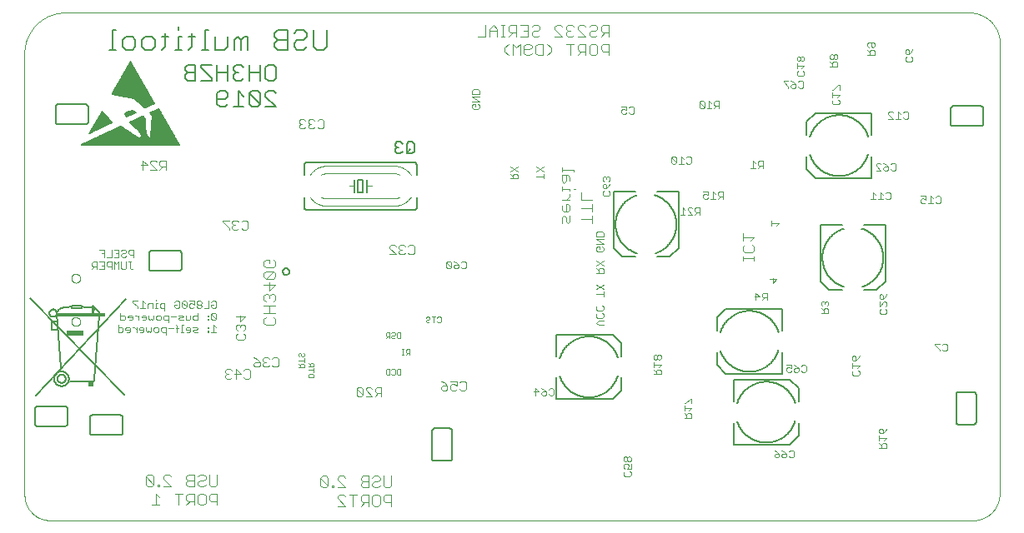
<source format=gbo>
G75*
%MOIN*%
%OFA0B0*%
%FSLAX25Y25*%
%IPPOS*%
%LPD*%
%AMOC8*
5,1,8,0,0,1.08239X$1,22.5*
%
%ADD10C,0.00000*%
%ADD11C,0.00400*%
%ADD12C,0.00300*%
%ADD13C,0.00700*%
%ADD14C,0.00600*%
%ADD15C,0.00185*%
%ADD16C,0.00655*%
%ADD17R,0.19239X0.01392*%
%ADD18R,0.06631X0.02292*%
%ADD19R,0.02293X0.02210*%
%ADD20C,0.00800*%
%ADD21C,0.00200*%
%ADD22C,0.00500*%
D10*
X0019865Y0014585D02*
X0388843Y0014585D01*
X0388843Y0014584D02*
X0389099Y0014587D01*
X0389355Y0014596D01*
X0389611Y0014612D01*
X0389866Y0014633D01*
X0390121Y0014661D01*
X0390375Y0014695D01*
X0390628Y0014735D01*
X0390880Y0014781D01*
X0391131Y0014834D01*
X0391380Y0014892D01*
X0391628Y0014956D01*
X0391874Y0015027D01*
X0392119Y0015103D01*
X0392362Y0015185D01*
X0392602Y0015273D01*
X0392841Y0015367D01*
X0393077Y0015466D01*
X0393310Y0015571D01*
X0393541Y0015682D01*
X0393770Y0015798D01*
X0393995Y0015920D01*
X0394217Y0016047D01*
X0394437Y0016180D01*
X0394652Y0016318D01*
X0394865Y0016461D01*
X0395074Y0016609D01*
X0395280Y0016762D01*
X0395481Y0016920D01*
X0395679Y0017082D01*
X0395873Y0017250D01*
X0396062Y0017422D01*
X0396248Y0017599D01*
X0396429Y0017780D01*
X0396606Y0017966D01*
X0396778Y0018155D01*
X0396946Y0018349D01*
X0397108Y0018547D01*
X0397266Y0018748D01*
X0397419Y0018954D01*
X0397567Y0019163D01*
X0397710Y0019376D01*
X0397848Y0019591D01*
X0397981Y0019811D01*
X0398108Y0020033D01*
X0398230Y0020258D01*
X0398346Y0020487D01*
X0398457Y0020718D01*
X0398562Y0020951D01*
X0398661Y0021187D01*
X0398755Y0021426D01*
X0398843Y0021666D01*
X0398925Y0021909D01*
X0399001Y0022154D01*
X0399072Y0022400D01*
X0399136Y0022648D01*
X0399194Y0022897D01*
X0399247Y0023148D01*
X0399293Y0023400D01*
X0399333Y0023653D01*
X0399367Y0023907D01*
X0399395Y0024162D01*
X0399416Y0024417D01*
X0399432Y0024673D01*
X0399441Y0024929D01*
X0399444Y0025185D01*
X0399444Y0204511D01*
X0399469Y0204802D01*
X0399487Y0205094D01*
X0399498Y0205386D01*
X0399502Y0205679D01*
X0399499Y0205971D01*
X0399489Y0206263D01*
X0399471Y0206555D01*
X0399447Y0206846D01*
X0399415Y0207137D01*
X0399377Y0207427D01*
X0399332Y0207716D01*
X0399279Y0208004D01*
X0399220Y0208290D01*
X0399154Y0208575D01*
X0399081Y0208858D01*
X0399001Y0209139D01*
X0398914Y0209418D01*
X0398821Y0209695D01*
X0398720Y0209970D01*
X0398614Y0210242D01*
X0398501Y0210512D01*
X0398381Y0210779D01*
X0398255Y0211043D01*
X0398122Y0211303D01*
X0397984Y0211561D01*
X0397839Y0211815D01*
X0397688Y0212065D01*
X0397531Y0212312D01*
X0397368Y0212555D01*
X0397199Y0212793D01*
X0397025Y0213028D01*
X0396844Y0213258D01*
X0396659Y0213484D01*
X0396468Y0213706D01*
X0396272Y0213922D01*
X0396070Y0214134D01*
X0395864Y0214341D01*
X0395652Y0214543D01*
X0395436Y0214740D01*
X0395215Y0214932D01*
X0394989Y0215118D01*
X0394759Y0215298D01*
X0394525Y0215473D01*
X0394287Y0215642D01*
X0394044Y0215806D01*
X0393798Y0215963D01*
X0393548Y0216115D01*
X0393294Y0216261D01*
X0393037Y0216400D01*
X0392777Y0216533D01*
X0392513Y0216660D01*
X0392247Y0216780D01*
X0391977Y0216894D01*
X0391705Y0217001D01*
X0391431Y0217102D01*
X0391154Y0217196D01*
X0390875Y0217283D01*
X0390594Y0217363D01*
X0390311Y0217437D01*
X0390026Y0217504D01*
X0389740Y0217564D01*
X0389452Y0217617D01*
X0389164Y0217663D01*
X0388874Y0217702D01*
X0388583Y0217734D01*
X0024601Y0217734D01*
X0024600Y0217734D02*
X0024207Y0217696D01*
X0023814Y0217648D01*
X0023423Y0217591D01*
X0023034Y0217525D01*
X0022646Y0217449D01*
X0022260Y0217364D01*
X0021876Y0217269D01*
X0021494Y0217165D01*
X0021116Y0217053D01*
X0020740Y0216931D01*
X0020367Y0216799D01*
X0019997Y0216659D01*
X0019631Y0216510D01*
X0019269Y0216353D01*
X0018910Y0216186D01*
X0018556Y0216011D01*
X0018206Y0215827D01*
X0017860Y0215635D01*
X0017520Y0215435D01*
X0017184Y0215227D01*
X0016853Y0215010D01*
X0016528Y0214786D01*
X0016208Y0214553D01*
X0015894Y0214314D01*
X0015586Y0214066D01*
X0015284Y0213811D01*
X0014988Y0213549D01*
X0014698Y0213280D01*
X0014415Y0213004D01*
X0014139Y0212721D01*
X0013870Y0212432D01*
X0013608Y0212136D01*
X0013353Y0211834D01*
X0013105Y0211526D01*
X0012865Y0211212D01*
X0012633Y0210892D01*
X0012408Y0210567D01*
X0012191Y0210237D01*
X0011983Y0209901D01*
X0011782Y0209560D01*
X0011590Y0209215D01*
X0011406Y0208865D01*
X0011231Y0208511D01*
X0011065Y0208152D01*
X0010907Y0207790D01*
X0010757Y0207424D01*
X0010617Y0207054D01*
X0010486Y0206682D01*
X0010364Y0206306D01*
X0010251Y0205927D01*
X0010147Y0205546D01*
X0010052Y0205162D01*
X0009967Y0204776D01*
X0009891Y0204388D01*
X0009824Y0203998D01*
X0009767Y0203607D01*
X0009719Y0203215D01*
X0009681Y0202822D01*
X0009652Y0202427D01*
X0009633Y0202033D01*
X0009623Y0201637D01*
X0009623Y0201242D01*
X0009633Y0200847D01*
X0009652Y0200452D01*
X0009680Y0200058D01*
X0009680Y0024770D01*
X0009683Y0024524D01*
X0009692Y0024278D01*
X0009707Y0024032D01*
X0009728Y0023787D01*
X0009754Y0023542D01*
X0009787Y0023298D01*
X0009825Y0023055D01*
X0009870Y0022813D01*
X0009920Y0022572D01*
X0009976Y0022333D01*
X0010038Y0022094D01*
X0010105Y0021858D01*
X0010178Y0021623D01*
X0010257Y0021390D01*
X0010342Y0021158D01*
X0010432Y0020929D01*
X0010527Y0020702D01*
X0010628Y0020478D01*
X0010735Y0020256D01*
X0010847Y0020037D01*
X0010964Y0019820D01*
X0011086Y0019607D01*
X0011213Y0019396D01*
X0011346Y0019188D01*
X0011483Y0018984D01*
X0011625Y0018783D01*
X0011772Y0018586D01*
X0011924Y0018392D01*
X0012080Y0018202D01*
X0012241Y0018016D01*
X0012407Y0017834D01*
X0012577Y0017656D01*
X0012751Y0017482D01*
X0012929Y0017312D01*
X0013111Y0017146D01*
X0013297Y0016985D01*
X0013487Y0016829D01*
X0013681Y0016677D01*
X0013878Y0016530D01*
X0014079Y0016388D01*
X0014283Y0016251D01*
X0014491Y0016118D01*
X0014702Y0015991D01*
X0014915Y0015869D01*
X0015132Y0015752D01*
X0015351Y0015640D01*
X0015573Y0015533D01*
X0015797Y0015432D01*
X0016024Y0015337D01*
X0016253Y0015247D01*
X0016485Y0015162D01*
X0016718Y0015083D01*
X0016953Y0015010D01*
X0017189Y0014943D01*
X0017428Y0014881D01*
X0017667Y0014825D01*
X0017908Y0014775D01*
X0018150Y0014730D01*
X0018393Y0014692D01*
X0018637Y0014659D01*
X0018882Y0014633D01*
X0019127Y0014612D01*
X0019373Y0014597D01*
X0019619Y0014588D01*
X0019865Y0014585D01*
X0028381Y0094112D02*
X0028383Y0094196D01*
X0028389Y0094279D01*
X0028399Y0094362D01*
X0028413Y0094445D01*
X0028430Y0094527D01*
X0028452Y0094608D01*
X0028477Y0094687D01*
X0028506Y0094766D01*
X0028539Y0094843D01*
X0028575Y0094918D01*
X0028615Y0094992D01*
X0028658Y0095064D01*
X0028705Y0095133D01*
X0028755Y0095200D01*
X0028808Y0095265D01*
X0028864Y0095327D01*
X0028922Y0095387D01*
X0028984Y0095444D01*
X0029048Y0095497D01*
X0029115Y0095548D01*
X0029184Y0095595D01*
X0029255Y0095640D01*
X0029328Y0095680D01*
X0029403Y0095717D01*
X0029480Y0095751D01*
X0029558Y0095781D01*
X0029637Y0095807D01*
X0029718Y0095830D01*
X0029800Y0095848D01*
X0029882Y0095863D01*
X0029965Y0095874D01*
X0030048Y0095881D01*
X0030132Y0095884D01*
X0030216Y0095883D01*
X0030299Y0095878D01*
X0030383Y0095869D01*
X0030465Y0095856D01*
X0030547Y0095840D01*
X0030628Y0095819D01*
X0030709Y0095795D01*
X0030787Y0095767D01*
X0030865Y0095735D01*
X0030941Y0095699D01*
X0031015Y0095660D01*
X0031087Y0095618D01*
X0031157Y0095572D01*
X0031225Y0095523D01*
X0031290Y0095471D01*
X0031353Y0095416D01*
X0031413Y0095358D01*
X0031471Y0095297D01*
X0031525Y0095233D01*
X0031577Y0095167D01*
X0031625Y0095099D01*
X0031670Y0095028D01*
X0031711Y0094955D01*
X0031750Y0094881D01*
X0031784Y0094805D01*
X0031815Y0094727D01*
X0031842Y0094648D01*
X0031866Y0094567D01*
X0031885Y0094486D01*
X0031901Y0094404D01*
X0031913Y0094321D01*
X0031921Y0094237D01*
X0031925Y0094154D01*
X0031925Y0094070D01*
X0031921Y0093987D01*
X0031913Y0093903D01*
X0031901Y0093820D01*
X0031885Y0093738D01*
X0031866Y0093657D01*
X0031842Y0093576D01*
X0031815Y0093497D01*
X0031784Y0093419D01*
X0031750Y0093343D01*
X0031711Y0093269D01*
X0031670Y0093196D01*
X0031625Y0093125D01*
X0031577Y0093057D01*
X0031525Y0092991D01*
X0031471Y0092927D01*
X0031413Y0092866D01*
X0031353Y0092808D01*
X0031290Y0092753D01*
X0031225Y0092701D01*
X0031157Y0092652D01*
X0031087Y0092606D01*
X0031015Y0092564D01*
X0030941Y0092525D01*
X0030865Y0092489D01*
X0030787Y0092457D01*
X0030709Y0092429D01*
X0030628Y0092405D01*
X0030547Y0092384D01*
X0030465Y0092368D01*
X0030383Y0092355D01*
X0030299Y0092346D01*
X0030216Y0092341D01*
X0030132Y0092340D01*
X0030048Y0092343D01*
X0029965Y0092350D01*
X0029882Y0092361D01*
X0029800Y0092376D01*
X0029718Y0092394D01*
X0029637Y0092417D01*
X0029558Y0092443D01*
X0029480Y0092473D01*
X0029403Y0092507D01*
X0029328Y0092544D01*
X0029255Y0092584D01*
X0029184Y0092629D01*
X0029115Y0092676D01*
X0029048Y0092727D01*
X0028984Y0092780D01*
X0028922Y0092837D01*
X0028864Y0092897D01*
X0028808Y0092959D01*
X0028755Y0093024D01*
X0028705Y0093091D01*
X0028658Y0093160D01*
X0028615Y0093232D01*
X0028575Y0093306D01*
X0028539Y0093381D01*
X0028506Y0093458D01*
X0028477Y0093537D01*
X0028452Y0093616D01*
X0028430Y0093697D01*
X0028413Y0093779D01*
X0028399Y0093862D01*
X0028389Y0093945D01*
X0028383Y0094028D01*
X0028381Y0094112D01*
X0028381Y0111435D02*
X0028383Y0111519D01*
X0028389Y0111602D01*
X0028399Y0111685D01*
X0028413Y0111768D01*
X0028430Y0111850D01*
X0028452Y0111931D01*
X0028477Y0112010D01*
X0028506Y0112089D01*
X0028539Y0112166D01*
X0028575Y0112241D01*
X0028615Y0112315D01*
X0028658Y0112387D01*
X0028705Y0112456D01*
X0028755Y0112523D01*
X0028808Y0112588D01*
X0028864Y0112650D01*
X0028922Y0112710D01*
X0028984Y0112767D01*
X0029048Y0112820D01*
X0029115Y0112871D01*
X0029184Y0112918D01*
X0029255Y0112963D01*
X0029328Y0113003D01*
X0029403Y0113040D01*
X0029480Y0113074D01*
X0029558Y0113104D01*
X0029637Y0113130D01*
X0029718Y0113153D01*
X0029800Y0113171D01*
X0029882Y0113186D01*
X0029965Y0113197D01*
X0030048Y0113204D01*
X0030132Y0113207D01*
X0030216Y0113206D01*
X0030299Y0113201D01*
X0030383Y0113192D01*
X0030465Y0113179D01*
X0030547Y0113163D01*
X0030628Y0113142D01*
X0030709Y0113118D01*
X0030787Y0113090D01*
X0030865Y0113058D01*
X0030941Y0113022D01*
X0031015Y0112983D01*
X0031087Y0112941D01*
X0031157Y0112895D01*
X0031225Y0112846D01*
X0031290Y0112794D01*
X0031353Y0112739D01*
X0031413Y0112681D01*
X0031471Y0112620D01*
X0031525Y0112556D01*
X0031577Y0112490D01*
X0031625Y0112422D01*
X0031670Y0112351D01*
X0031711Y0112278D01*
X0031750Y0112204D01*
X0031784Y0112128D01*
X0031815Y0112050D01*
X0031842Y0111971D01*
X0031866Y0111890D01*
X0031885Y0111809D01*
X0031901Y0111727D01*
X0031913Y0111644D01*
X0031921Y0111560D01*
X0031925Y0111477D01*
X0031925Y0111393D01*
X0031921Y0111310D01*
X0031913Y0111226D01*
X0031901Y0111143D01*
X0031885Y0111061D01*
X0031866Y0110980D01*
X0031842Y0110899D01*
X0031815Y0110820D01*
X0031784Y0110742D01*
X0031750Y0110666D01*
X0031711Y0110592D01*
X0031670Y0110519D01*
X0031625Y0110448D01*
X0031577Y0110380D01*
X0031525Y0110314D01*
X0031471Y0110250D01*
X0031413Y0110189D01*
X0031353Y0110131D01*
X0031290Y0110076D01*
X0031225Y0110024D01*
X0031157Y0109975D01*
X0031087Y0109929D01*
X0031015Y0109887D01*
X0030941Y0109848D01*
X0030865Y0109812D01*
X0030787Y0109780D01*
X0030709Y0109752D01*
X0030628Y0109728D01*
X0030547Y0109707D01*
X0030465Y0109691D01*
X0030383Y0109678D01*
X0030299Y0109669D01*
X0030216Y0109664D01*
X0030132Y0109663D01*
X0030048Y0109666D01*
X0029965Y0109673D01*
X0029882Y0109684D01*
X0029800Y0109699D01*
X0029718Y0109717D01*
X0029637Y0109740D01*
X0029558Y0109766D01*
X0029480Y0109796D01*
X0029403Y0109830D01*
X0029328Y0109867D01*
X0029255Y0109907D01*
X0029184Y0109952D01*
X0029115Y0109999D01*
X0029048Y0110050D01*
X0028984Y0110103D01*
X0028922Y0110160D01*
X0028864Y0110220D01*
X0028808Y0110282D01*
X0028755Y0110347D01*
X0028705Y0110414D01*
X0028658Y0110483D01*
X0028615Y0110555D01*
X0028575Y0110629D01*
X0028539Y0110704D01*
X0028506Y0110781D01*
X0028477Y0110860D01*
X0028452Y0110939D01*
X0028430Y0111020D01*
X0028413Y0111102D01*
X0028399Y0111185D01*
X0028389Y0111268D01*
X0028383Y0111351D01*
X0028381Y0111435D01*
D11*
X0105353Y0112013D02*
X0106120Y0111246D01*
X0109189Y0114315D01*
X0106120Y0114315D01*
X0105353Y0113548D01*
X0105353Y0112013D01*
X0106120Y0111246D02*
X0109189Y0111246D01*
X0109957Y0112013D01*
X0109957Y0113548D01*
X0109189Y0114315D01*
X0109189Y0115850D02*
X0106120Y0115850D01*
X0105353Y0116617D01*
X0105353Y0118152D01*
X0106120Y0118919D01*
X0107655Y0118919D01*
X0107655Y0117385D01*
X0109189Y0118919D02*
X0109957Y0118152D01*
X0109957Y0116617D01*
X0109189Y0115850D01*
X0107655Y0109711D02*
X0107655Y0106642D01*
X0109957Y0108944D01*
X0105353Y0108944D01*
X0106120Y0105107D02*
X0105353Y0104340D01*
X0105353Y0102805D01*
X0106120Y0102038D01*
X0105353Y0100504D02*
X0109957Y0100504D01*
X0109189Y0102038D02*
X0109957Y0102805D01*
X0109957Y0104340D01*
X0109189Y0105107D01*
X0108422Y0105107D01*
X0107655Y0104340D01*
X0106887Y0105107D01*
X0106120Y0105107D01*
X0107655Y0104340D02*
X0107655Y0103573D01*
X0107655Y0100504D02*
X0107655Y0097434D01*
X0109189Y0095900D02*
X0109957Y0095132D01*
X0109957Y0093598D01*
X0109189Y0092830D01*
X0106120Y0092830D01*
X0105353Y0093598D01*
X0105353Y0095132D01*
X0106120Y0095900D01*
X0105353Y0097434D02*
X0109957Y0097434D01*
X0128707Y0032400D02*
X0127940Y0031633D01*
X0131009Y0028564D01*
X0130242Y0027796D01*
X0128707Y0027796D01*
X0127940Y0028564D01*
X0127940Y0031633D01*
X0128707Y0032400D02*
X0130242Y0032400D01*
X0131009Y0031633D01*
X0131009Y0028564D01*
X0132544Y0028564D02*
X0132544Y0027796D01*
X0133311Y0027796D01*
X0133311Y0028564D01*
X0132544Y0028564D01*
X0134846Y0027796D02*
X0137915Y0027796D01*
X0134846Y0030866D01*
X0134846Y0031633D01*
X0135613Y0032400D01*
X0137148Y0032400D01*
X0137915Y0031633D01*
X0144054Y0031633D02*
X0144054Y0030866D01*
X0144821Y0030098D01*
X0147123Y0030098D01*
X0148658Y0029331D02*
X0148658Y0028564D01*
X0149425Y0027796D01*
X0150959Y0027796D01*
X0151727Y0028564D01*
X0153261Y0028564D02*
X0153261Y0032400D01*
X0151727Y0031633D02*
X0151727Y0030866D01*
X0150959Y0030098D01*
X0149425Y0030098D01*
X0148658Y0029331D01*
X0147123Y0027796D02*
X0144821Y0027796D01*
X0144054Y0028564D01*
X0144054Y0029331D01*
X0144821Y0030098D01*
X0144054Y0031633D02*
X0144821Y0032400D01*
X0147123Y0032400D01*
X0147123Y0027796D01*
X0147123Y0024900D02*
X0144821Y0024900D01*
X0144054Y0024133D01*
X0144054Y0022598D01*
X0144821Y0021831D01*
X0147123Y0021831D01*
X0147123Y0020296D02*
X0147123Y0024900D01*
X0148658Y0024133D02*
X0149425Y0024900D01*
X0150959Y0024900D01*
X0151727Y0024133D01*
X0151727Y0021064D01*
X0150959Y0020296D01*
X0149425Y0020296D01*
X0148658Y0021064D01*
X0148658Y0024133D01*
X0145588Y0021831D02*
X0144054Y0020296D01*
X0140984Y0020296D02*
X0140984Y0024900D01*
X0139450Y0024900D02*
X0142519Y0024900D01*
X0137915Y0024133D02*
X0137148Y0024900D01*
X0135613Y0024900D01*
X0134846Y0024133D01*
X0134846Y0023366D01*
X0137915Y0020296D01*
X0134846Y0020296D01*
X0153261Y0022598D02*
X0154029Y0021831D01*
X0156331Y0021831D01*
X0156331Y0020296D02*
X0156331Y0024900D01*
X0154029Y0024900D01*
X0153261Y0024133D01*
X0153261Y0022598D01*
X0154029Y0027796D02*
X0153261Y0028564D01*
X0154029Y0027796D02*
X0155563Y0027796D01*
X0156331Y0028564D01*
X0156331Y0032400D01*
X0151727Y0031633D02*
X0150959Y0032400D01*
X0149425Y0032400D01*
X0148658Y0031633D01*
X0086646Y0032794D02*
X0086646Y0028957D01*
X0085878Y0028190D01*
X0084344Y0028190D01*
X0083576Y0028957D01*
X0083576Y0032794D01*
X0082042Y0032027D02*
X0082042Y0031259D01*
X0081274Y0030492D01*
X0079740Y0030492D01*
X0078972Y0029725D01*
X0078972Y0028957D01*
X0079740Y0028190D01*
X0081274Y0028190D01*
X0082042Y0028957D01*
X0082042Y0032027D02*
X0081274Y0032794D01*
X0079740Y0032794D01*
X0078972Y0032027D01*
X0077438Y0032794D02*
X0075136Y0032794D01*
X0074369Y0032027D01*
X0074369Y0031259D01*
X0075136Y0030492D01*
X0077438Y0030492D01*
X0077438Y0028190D02*
X0075136Y0028190D01*
X0074369Y0028957D01*
X0074369Y0029725D01*
X0075136Y0030492D01*
X0077438Y0028190D02*
X0077438Y0032794D01*
X0077438Y0025294D02*
X0075136Y0025294D01*
X0074369Y0024527D01*
X0074369Y0022992D01*
X0075136Y0022225D01*
X0077438Y0022225D01*
X0075903Y0022225D02*
X0074369Y0020690D01*
X0077438Y0020690D02*
X0077438Y0025294D01*
X0078972Y0024527D02*
X0079740Y0025294D01*
X0081274Y0025294D01*
X0082042Y0024527D01*
X0082042Y0021457D01*
X0081274Y0020690D01*
X0079740Y0020690D01*
X0078972Y0021457D01*
X0078972Y0024527D01*
X0083576Y0024527D02*
X0083576Y0022992D01*
X0084344Y0022225D01*
X0086646Y0022225D01*
X0086646Y0020690D02*
X0086646Y0025294D01*
X0084344Y0025294D01*
X0083576Y0024527D01*
X0072834Y0025294D02*
X0069765Y0025294D01*
X0071299Y0025294D02*
X0071299Y0020690D01*
X0063626Y0020690D02*
X0060557Y0020690D01*
X0062091Y0020690D02*
X0062091Y0025294D01*
X0063626Y0023759D01*
X0063626Y0028190D02*
X0062859Y0028190D01*
X0062859Y0028957D01*
X0063626Y0028957D01*
X0063626Y0028190D01*
X0065161Y0028190D02*
X0068230Y0028190D01*
X0065161Y0031259D01*
X0065161Y0032027D01*
X0065928Y0032794D01*
X0067463Y0032794D01*
X0068230Y0032027D01*
X0061324Y0032027D02*
X0061324Y0028957D01*
X0058255Y0032027D01*
X0058255Y0028957D01*
X0059022Y0028190D01*
X0060557Y0028190D01*
X0061324Y0028957D01*
X0061324Y0032027D02*
X0060557Y0032794D01*
X0059022Y0032794D01*
X0058255Y0032027D01*
X0224546Y0133517D02*
X0224546Y0135819D01*
X0225313Y0136587D01*
X0226080Y0135819D01*
X0226080Y0134285D01*
X0226848Y0133517D01*
X0227615Y0134285D01*
X0227615Y0136587D01*
X0226848Y0138121D02*
X0227615Y0138889D01*
X0227615Y0140423D01*
X0226848Y0141191D01*
X0226080Y0141191D01*
X0226080Y0138121D01*
X0225313Y0138121D02*
X0226848Y0138121D01*
X0225313Y0138121D02*
X0224546Y0138889D01*
X0224546Y0140423D01*
X0224546Y0142725D02*
X0227615Y0142725D01*
X0226080Y0142725D02*
X0227615Y0144260D01*
X0227615Y0145027D01*
X0227615Y0146562D02*
X0227615Y0147329D01*
X0224546Y0147329D01*
X0224546Y0146562D02*
X0224546Y0148096D01*
X0225313Y0149631D02*
X0226080Y0150398D01*
X0226080Y0152700D01*
X0226848Y0152700D02*
X0224546Y0152700D01*
X0224546Y0150398D01*
X0225313Y0149631D01*
X0227615Y0150398D02*
X0227615Y0151933D01*
X0226848Y0152700D01*
X0229150Y0154235D02*
X0229150Y0155002D01*
X0224546Y0155002D01*
X0224546Y0154235D02*
X0224546Y0155770D01*
X0229150Y0147329D02*
X0229917Y0147329D01*
X0232046Y0145794D02*
X0232046Y0142725D01*
X0236650Y0142725D01*
X0236650Y0141191D02*
X0236650Y0138121D01*
X0236650Y0136587D02*
X0236650Y0133517D01*
X0236650Y0135052D02*
X0232046Y0135052D01*
X0232046Y0139656D02*
X0236650Y0139656D01*
X0296743Y0129411D02*
X0296743Y0126342D01*
X0296743Y0127877D02*
X0301346Y0127877D01*
X0299812Y0126342D01*
X0300579Y0124807D02*
X0301346Y0124040D01*
X0301346Y0122505D01*
X0300579Y0121738D01*
X0297510Y0121738D01*
X0296743Y0122505D01*
X0296743Y0124040D01*
X0297510Y0124807D01*
X0296743Y0120204D02*
X0296743Y0118669D01*
X0296743Y0119436D02*
X0301346Y0119436D01*
X0301346Y0118669D02*
X0301346Y0120204D01*
X0243114Y0200710D02*
X0243114Y0205314D01*
X0240812Y0205314D01*
X0240045Y0204546D01*
X0240045Y0203012D01*
X0240812Y0202244D01*
X0243114Y0202244D01*
X0238510Y0201477D02*
X0237743Y0200710D01*
X0236208Y0200710D01*
X0235441Y0201477D01*
X0235441Y0204546D01*
X0236208Y0205314D01*
X0237743Y0205314D01*
X0238510Y0204546D01*
X0238510Y0201477D01*
X0233906Y0200710D02*
X0233906Y0205314D01*
X0231604Y0205314D01*
X0230837Y0204546D01*
X0230837Y0203012D01*
X0231604Y0202244D01*
X0233906Y0202244D01*
X0232372Y0202244D02*
X0230837Y0200710D01*
X0227768Y0200710D02*
X0227768Y0205314D01*
X0229302Y0205314D02*
X0226233Y0205314D01*
X0227000Y0208210D02*
X0228535Y0208210D01*
X0229302Y0208977D01*
X0230837Y0208210D02*
X0233906Y0208210D01*
X0230837Y0211279D01*
X0230837Y0212046D01*
X0231604Y0212814D01*
X0233139Y0212814D01*
X0233906Y0212046D01*
X0235441Y0212046D02*
X0236208Y0212814D01*
X0237743Y0212814D01*
X0238510Y0212046D01*
X0238510Y0211279D01*
X0237743Y0210512D01*
X0236208Y0210512D01*
X0235441Y0209744D01*
X0235441Y0208977D01*
X0236208Y0208210D01*
X0237743Y0208210D01*
X0238510Y0208977D01*
X0240045Y0208210D02*
X0241580Y0209744D01*
X0240812Y0209744D02*
X0243114Y0209744D01*
X0243114Y0208210D02*
X0243114Y0212814D01*
X0240812Y0212814D01*
X0240045Y0212046D01*
X0240045Y0210512D01*
X0240812Y0209744D01*
X0229302Y0212046D02*
X0228535Y0212814D01*
X0227000Y0212814D01*
X0226233Y0212046D01*
X0226233Y0211279D01*
X0227000Y0210512D01*
X0226233Y0209744D01*
X0226233Y0208977D01*
X0227000Y0208210D01*
X0224698Y0208210D02*
X0221629Y0211279D01*
X0221629Y0212046D01*
X0222396Y0212814D01*
X0223931Y0212814D01*
X0224698Y0212046D01*
X0227000Y0210512D02*
X0227768Y0210512D01*
X0224698Y0208210D02*
X0221629Y0208210D01*
X0218560Y0205314D02*
X0220095Y0203779D01*
X0220095Y0202244D01*
X0218560Y0200710D01*
X0217025Y0200710D02*
X0214723Y0200710D01*
X0213956Y0201477D01*
X0213956Y0204546D01*
X0214723Y0205314D01*
X0217025Y0205314D01*
X0217025Y0200710D01*
X0212421Y0201477D02*
X0211654Y0200710D01*
X0210119Y0200710D01*
X0209352Y0201477D01*
X0209352Y0204546D01*
X0210119Y0205314D01*
X0211654Y0205314D01*
X0212421Y0204546D01*
X0212421Y0203779D01*
X0211654Y0203012D01*
X0209352Y0203012D01*
X0207817Y0200710D02*
X0207817Y0205314D01*
X0206283Y0203779D01*
X0204748Y0205314D01*
X0204748Y0200710D01*
X0203213Y0200710D02*
X0201679Y0202244D01*
X0201679Y0203779D01*
X0203213Y0205314D01*
X0203213Y0208210D02*
X0204748Y0209744D01*
X0203981Y0209744D02*
X0206283Y0209744D01*
X0206283Y0208210D02*
X0206283Y0212814D01*
X0203981Y0212814D01*
X0203213Y0212046D01*
X0203213Y0210512D01*
X0203981Y0209744D01*
X0201679Y0208210D02*
X0200144Y0208210D01*
X0200912Y0208210D02*
X0200912Y0212814D01*
X0201679Y0212814D02*
X0200144Y0212814D01*
X0198610Y0211279D02*
X0197075Y0212814D01*
X0195540Y0211279D01*
X0195540Y0208210D01*
X0194006Y0208210D02*
X0190936Y0208210D01*
X0194006Y0208210D02*
X0194006Y0212814D01*
X0195540Y0210512D02*
X0198610Y0210512D01*
X0198610Y0211279D02*
X0198610Y0208210D01*
X0207817Y0208210D02*
X0210887Y0208210D01*
X0210887Y0212814D01*
X0207817Y0212814D01*
X0209352Y0210512D02*
X0210887Y0210512D01*
X0212421Y0209744D02*
X0212421Y0208977D01*
X0213189Y0208210D01*
X0214723Y0208210D01*
X0215491Y0208977D01*
X0214723Y0210512D02*
X0213189Y0210512D01*
X0212421Y0209744D01*
X0212421Y0212046D02*
X0213189Y0212814D01*
X0214723Y0212814D01*
X0215491Y0212046D01*
X0215491Y0211279D01*
X0214723Y0210512D01*
D12*
X0190989Y0187130D02*
X0191473Y0186646D01*
X0191473Y0185195D01*
X0188570Y0185195D01*
X0188570Y0186646D01*
X0189054Y0187130D01*
X0190989Y0187130D01*
X0191473Y0184183D02*
X0188570Y0184183D01*
X0191473Y0182248D01*
X0188570Y0182248D01*
X0189054Y0181237D02*
X0190022Y0181237D01*
X0190022Y0180269D01*
X0190989Y0179302D02*
X0189054Y0179302D01*
X0188570Y0179785D01*
X0188570Y0180753D01*
X0189054Y0181237D01*
X0190989Y0181237D02*
X0191473Y0180753D01*
X0191473Y0179785D01*
X0190989Y0179302D01*
X0203925Y0156230D02*
X0206827Y0154295D01*
X0206344Y0153284D02*
X0205376Y0153284D01*
X0204892Y0152800D01*
X0204892Y0151349D01*
X0203925Y0151349D02*
X0206827Y0151349D01*
X0206827Y0152800D01*
X0206344Y0153284D01*
X0204892Y0152316D02*
X0203925Y0153284D01*
X0203925Y0154295D02*
X0206827Y0156230D01*
X0214161Y0156230D02*
X0217063Y0154295D01*
X0217063Y0153284D02*
X0217063Y0151349D01*
X0217063Y0152316D02*
X0214161Y0152316D01*
X0214161Y0154295D02*
X0217063Y0156230D01*
X0240764Y0151783D02*
X0240764Y0150815D01*
X0241248Y0150331D01*
X0241248Y0149320D02*
X0241732Y0149320D01*
X0242215Y0148836D01*
X0242215Y0147385D01*
X0241248Y0147385D01*
X0240764Y0147869D01*
X0240764Y0148836D01*
X0241248Y0149320D01*
X0243183Y0148352D02*
X0242215Y0147385D01*
X0243183Y0148352D02*
X0243667Y0149320D01*
X0243183Y0150331D02*
X0243667Y0150815D01*
X0243667Y0151783D01*
X0243183Y0152266D01*
X0242699Y0152266D01*
X0242215Y0151783D01*
X0241732Y0152266D01*
X0241248Y0152266D01*
X0240764Y0151783D01*
X0242215Y0151783D02*
X0242215Y0151299D01*
X0241248Y0146373D02*
X0240764Y0145890D01*
X0240764Y0144922D01*
X0241248Y0144438D01*
X0243183Y0144438D01*
X0243667Y0144922D01*
X0243667Y0145890D01*
X0243183Y0146373D01*
X0240595Y0130043D02*
X0238661Y0130043D01*
X0238177Y0129559D01*
X0238177Y0128108D01*
X0241079Y0128108D01*
X0241079Y0129559D01*
X0240595Y0130043D01*
X0241079Y0127096D02*
X0238177Y0127096D01*
X0241079Y0125161D01*
X0238177Y0125161D01*
X0238661Y0124150D02*
X0239628Y0124150D01*
X0239628Y0123182D01*
X0238661Y0122215D02*
X0238177Y0122699D01*
X0238177Y0123666D01*
X0238661Y0124150D01*
X0240595Y0124150D02*
X0241079Y0123666D01*
X0241079Y0122699D01*
X0240595Y0122215D01*
X0238661Y0122215D01*
X0238177Y0118435D02*
X0241079Y0116500D01*
X0240595Y0115489D02*
X0239628Y0115489D01*
X0239144Y0115005D01*
X0239144Y0113554D01*
X0239144Y0114521D02*
X0238177Y0115489D01*
X0238177Y0116500D02*
X0241079Y0118435D01*
X0240595Y0115489D02*
X0241079Y0115005D01*
X0241079Y0113554D01*
X0238177Y0113554D01*
X0238177Y0108986D02*
X0241079Y0107051D01*
X0241079Y0106040D02*
X0241079Y0104105D01*
X0241079Y0105072D02*
X0238177Y0105072D01*
X0238177Y0107051D02*
X0241079Y0108986D01*
X0240595Y0100515D02*
X0241079Y0100032D01*
X0241079Y0099064D01*
X0240595Y0098580D01*
X0238661Y0098580D01*
X0238177Y0099064D01*
X0238177Y0100032D01*
X0238661Y0100515D01*
X0238661Y0097569D02*
X0238177Y0097085D01*
X0238177Y0096118D01*
X0238661Y0095634D01*
X0240595Y0095634D01*
X0241079Y0096118D01*
X0241079Y0097085D01*
X0240595Y0097569D01*
X0241079Y0094622D02*
X0239144Y0094622D01*
X0238177Y0093655D01*
X0239144Y0092687D01*
X0241079Y0092687D01*
X0261181Y0080358D02*
X0261181Y0079391D01*
X0261664Y0078907D01*
X0262148Y0078907D01*
X0262632Y0079391D01*
X0262632Y0080358D01*
X0262148Y0080842D01*
X0261664Y0080842D01*
X0261181Y0080358D01*
X0262632Y0080358D02*
X0263116Y0080842D01*
X0263599Y0080842D01*
X0264083Y0080358D01*
X0264083Y0079391D01*
X0263599Y0078907D01*
X0263116Y0078907D01*
X0262632Y0079391D01*
X0261181Y0077896D02*
X0261181Y0075961D01*
X0261181Y0076928D02*
X0264083Y0076928D01*
X0263116Y0075961D01*
X0263599Y0074949D02*
X0262632Y0074949D01*
X0262148Y0074465D01*
X0262148Y0073014D01*
X0261181Y0073014D02*
X0264083Y0073014D01*
X0264083Y0074465D01*
X0263599Y0074949D01*
X0262148Y0073982D02*
X0261181Y0074949D01*
X0273874Y0061383D02*
X0275809Y0063318D01*
X0276293Y0063318D01*
X0276293Y0061383D01*
X0276293Y0059404D02*
X0273390Y0059404D01*
X0273390Y0060371D02*
X0273390Y0058436D01*
X0273390Y0057425D02*
X0274358Y0056457D01*
X0274358Y0056941D02*
X0274358Y0055490D01*
X0273390Y0055490D02*
X0276293Y0055490D01*
X0276293Y0056941D01*
X0275809Y0057425D01*
X0274841Y0057425D01*
X0274358Y0056941D01*
X0275325Y0058436D02*
X0276293Y0059404D01*
X0273874Y0061383D02*
X0273390Y0061383D01*
X0252052Y0039617D02*
X0251569Y0040101D01*
X0251085Y0040101D01*
X0250601Y0039617D01*
X0250601Y0038650D01*
X0251085Y0038166D01*
X0251569Y0038166D01*
X0252052Y0038650D01*
X0252052Y0039617D01*
X0250601Y0039617D02*
X0250117Y0040101D01*
X0249634Y0040101D01*
X0249150Y0039617D01*
X0249150Y0038650D01*
X0249634Y0038166D01*
X0250117Y0038166D01*
X0250601Y0038650D01*
X0250601Y0037155D02*
X0249634Y0037155D01*
X0249150Y0036671D01*
X0249150Y0035703D01*
X0249634Y0035220D01*
X0250601Y0035220D02*
X0251085Y0036187D01*
X0251085Y0036671D01*
X0250601Y0037155D01*
X0252052Y0037155D02*
X0252052Y0035220D01*
X0250601Y0035220D01*
X0249634Y0034208D02*
X0249150Y0033724D01*
X0249150Y0032757D01*
X0249634Y0032273D01*
X0251569Y0032273D01*
X0252052Y0032757D01*
X0252052Y0033724D01*
X0251569Y0034208D01*
X0221165Y0065050D02*
X0220681Y0064566D01*
X0219714Y0064566D01*
X0219230Y0065050D01*
X0218219Y0065050D02*
X0217735Y0064566D01*
X0216767Y0064566D01*
X0216284Y0065050D01*
X0216284Y0065534D01*
X0216767Y0066017D01*
X0218219Y0066017D01*
X0218219Y0065050D01*
X0218219Y0066017D02*
X0217251Y0066985D01*
X0216284Y0067469D01*
X0215272Y0066017D02*
X0213337Y0066017D01*
X0213821Y0064566D02*
X0213821Y0067469D01*
X0215272Y0066017D01*
X0219230Y0066985D02*
X0219714Y0067469D01*
X0220681Y0067469D01*
X0221165Y0066985D01*
X0221165Y0065050D01*
X0186066Y0067242D02*
X0185449Y0066624D01*
X0184214Y0066624D01*
X0183597Y0067242D01*
X0182383Y0067242D02*
X0181765Y0066624D01*
X0180531Y0066624D01*
X0179914Y0067242D01*
X0179914Y0068476D01*
X0180531Y0069093D01*
X0181148Y0069093D01*
X0182383Y0068476D01*
X0182383Y0070328D01*
X0179914Y0070328D01*
X0178699Y0068476D02*
X0176848Y0068476D01*
X0176231Y0067859D01*
X0176231Y0067242D01*
X0176848Y0066624D01*
X0178082Y0066624D01*
X0178699Y0067242D01*
X0178699Y0068476D01*
X0177465Y0069710D01*
X0176231Y0070328D01*
X0183597Y0069710D02*
X0184214Y0070328D01*
X0185449Y0070328D01*
X0186066Y0069710D01*
X0186066Y0067242D01*
X0152225Y0067918D02*
X0152225Y0064215D01*
X0152225Y0065449D02*
X0150374Y0065449D01*
X0149757Y0066067D01*
X0149757Y0067301D01*
X0150374Y0067918D01*
X0152225Y0067918D01*
X0150991Y0065449D02*
X0149757Y0064215D01*
X0148542Y0064215D02*
X0146073Y0066684D01*
X0146073Y0067301D01*
X0146691Y0067918D01*
X0147925Y0067918D01*
X0148542Y0067301D01*
X0144859Y0067301D02*
X0144859Y0064832D01*
X0142390Y0067301D01*
X0142390Y0064832D01*
X0143008Y0064215D01*
X0144242Y0064215D01*
X0144859Y0064832D01*
X0146073Y0064215D02*
X0148542Y0064215D01*
X0144859Y0067301D02*
X0144242Y0067918D01*
X0143008Y0067918D01*
X0142390Y0067301D01*
X0111174Y0076643D02*
X0110557Y0076026D01*
X0109323Y0076026D01*
X0108705Y0076643D01*
X0107491Y0076643D02*
X0106874Y0076026D01*
X0105640Y0076026D01*
X0105022Y0076643D01*
X0105022Y0077260D01*
X0105640Y0077878D01*
X0106257Y0077878D01*
X0105640Y0077878D02*
X0105022Y0078495D01*
X0105022Y0079112D01*
X0105640Y0079729D01*
X0106874Y0079729D01*
X0107491Y0079112D01*
X0108705Y0079112D02*
X0109323Y0079729D01*
X0110557Y0079729D01*
X0111174Y0079112D01*
X0111174Y0076643D01*
X0103808Y0076643D02*
X0103191Y0076026D01*
X0101956Y0076026D01*
X0101339Y0076643D01*
X0101339Y0077260D01*
X0101956Y0077878D01*
X0103808Y0077878D01*
X0103808Y0076643D01*
X0103808Y0077878D02*
X0102574Y0079112D01*
X0101339Y0079729D01*
X0099140Y0075005D02*
X0099757Y0074388D01*
X0099757Y0071919D01*
X0099140Y0071302D01*
X0097905Y0071302D01*
X0097288Y0071919D01*
X0096074Y0073153D02*
X0093605Y0073153D01*
X0092391Y0071919D02*
X0091773Y0071302D01*
X0090539Y0071302D01*
X0089922Y0071919D01*
X0089922Y0072536D01*
X0090539Y0073153D01*
X0091156Y0073153D01*
X0090539Y0073153D02*
X0089922Y0073770D01*
X0089922Y0074388D01*
X0090539Y0075005D01*
X0091773Y0075005D01*
X0092391Y0074388D01*
X0094222Y0075005D02*
X0094222Y0071302D01*
X0096074Y0073153D02*
X0094222Y0075005D01*
X0097288Y0074388D02*
X0097905Y0075005D01*
X0099140Y0075005D01*
X0097231Y0086825D02*
X0094762Y0086825D01*
X0094145Y0087442D01*
X0094145Y0088677D01*
X0094762Y0089294D01*
X0094762Y0090508D02*
X0094145Y0091126D01*
X0094145Y0092360D01*
X0094762Y0092977D01*
X0095380Y0092977D01*
X0095997Y0092360D01*
X0095997Y0091743D01*
X0095997Y0092360D02*
X0096614Y0092977D01*
X0097231Y0092977D01*
X0097848Y0092360D01*
X0097848Y0091126D01*
X0097231Y0090508D01*
X0097231Y0089294D02*
X0097848Y0088677D01*
X0097848Y0087442D01*
X0097231Y0086825D01*
X0086302Y0089931D02*
X0084367Y0089931D01*
X0085334Y0089931D02*
X0085334Y0092834D01*
X0086302Y0091866D01*
X0085818Y0094731D02*
X0084851Y0094731D01*
X0084367Y0095215D01*
X0084367Y0097150D01*
X0086302Y0095215D01*
X0085818Y0094731D01*
X0086302Y0095215D02*
X0086302Y0097150D01*
X0085818Y0097634D01*
X0084851Y0097634D01*
X0084367Y0097150D01*
X0083355Y0096666D02*
X0083355Y0096183D01*
X0082872Y0096183D01*
X0082872Y0096666D01*
X0083355Y0096666D01*
X0083355Y0095215D02*
X0083355Y0094731D01*
X0082872Y0094731D01*
X0082872Y0095215D01*
X0083355Y0095215D01*
X0083355Y0091866D02*
X0083355Y0091383D01*
X0082872Y0091383D01*
X0082872Y0091866D01*
X0083355Y0091866D01*
X0083355Y0090415D02*
X0083355Y0089931D01*
X0082872Y0089931D01*
X0082872Y0090415D01*
X0083355Y0090415D01*
X0078936Y0089931D02*
X0077484Y0089931D01*
X0077001Y0090415D01*
X0077484Y0090899D01*
X0078452Y0090899D01*
X0078936Y0091383D01*
X0078452Y0091866D01*
X0077001Y0091866D01*
X0075989Y0091383D02*
X0075505Y0091866D01*
X0074538Y0091866D01*
X0074054Y0091383D01*
X0074054Y0090899D01*
X0075989Y0090899D01*
X0075989Y0090415D02*
X0075989Y0091383D01*
X0075989Y0090415D02*
X0075505Y0089931D01*
X0074538Y0089931D01*
X0073043Y0089931D02*
X0072075Y0089931D01*
X0072559Y0089931D02*
X0072559Y0092834D01*
X0073043Y0092834D01*
X0073043Y0094731D02*
X0071591Y0094731D01*
X0071108Y0095215D01*
X0071591Y0095699D01*
X0072559Y0095699D01*
X0073043Y0096183D01*
X0072559Y0096666D01*
X0071108Y0096666D01*
X0070096Y0096183D02*
X0068161Y0096183D01*
X0067150Y0096666D02*
X0065698Y0096666D01*
X0065215Y0096183D01*
X0065215Y0095215D01*
X0065698Y0094731D01*
X0067150Y0094731D01*
X0067150Y0093764D02*
X0067150Y0096666D01*
X0065676Y0098564D02*
X0065676Y0101466D01*
X0064225Y0101466D01*
X0063741Y0100983D01*
X0063741Y0100015D01*
X0064225Y0099531D01*
X0065676Y0099531D01*
X0062730Y0099531D02*
X0061762Y0099531D01*
X0062246Y0099531D02*
X0062246Y0101466D01*
X0062730Y0101466D01*
X0062246Y0102434D02*
X0062246Y0102918D01*
X0060765Y0101466D02*
X0060765Y0099531D01*
X0058830Y0099531D02*
X0058830Y0100983D01*
X0059314Y0101466D01*
X0060765Y0101466D01*
X0057819Y0101466D02*
X0056851Y0102434D01*
X0056851Y0099531D01*
X0055884Y0099531D02*
X0057819Y0099531D01*
X0057826Y0096666D02*
X0056859Y0096666D01*
X0056375Y0096183D01*
X0056375Y0095699D01*
X0058310Y0095699D01*
X0058310Y0096183D02*
X0057826Y0096666D01*
X0058310Y0096183D02*
X0058310Y0095215D01*
X0057826Y0094731D01*
X0056859Y0094731D01*
X0055364Y0094731D02*
X0055364Y0096666D01*
X0055364Y0095699D02*
X0054396Y0096666D01*
X0053912Y0096666D01*
X0052908Y0096183D02*
X0052424Y0096666D01*
X0051457Y0096666D01*
X0050973Y0096183D01*
X0050973Y0095699D01*
X0052908Y0095699D01*
X0052908Y0095215D02*
X0052908Y0096183D01*
X0052908Y0095215D02*
X0052424Y0094731D01*
X0051457Y0094731D01*
X0049962Y0095215D02*
X0049962Y0096183D01*
X0049478Y0096666D01*
X0048027Y0096666D01*
X0048027Y0097634D02*
X0048027Y0094731D01*
X0049478Y0094731D01*
X0049962Y0095215D01*
X0050475Y0091866D02*
X0049991Y0091383D01*
X0049991Y0090899D01*
X0051926Y0090899D01*
X0051926Y0091383D02*
X0051442Y0091866D01*
X0050475Y0091866D01*
X0051926Y0091383D02*
X0051926Y0090415D01*
X0051442Y0089931D01*
X0050475Y0089931D01*
X0048979Y0090415D02*
X0048979Y0091383D01*
X0048496Y0091866D01*
X0047044Y0091866D01*
X0047044Y0092834D02*
X0047044Y0089931D01*
X0048496Y0089931D01*
X0048979Y0090415D01*
X0052930Y0091866D02*
X0053414Y0091866D01*
X0054381Y0090899D01*
X0054381Y0091866D02*
X0054381Y0089931D01*
X0055393Y0090899D02*
X0057328Y0090899D01*
X0057328Y0091383D02*
X0056844Y0091866D01*
X0055877Y0091866D01*
X0055393Y0091383D01*
X0055393Y0090899D01*
X0055877Y0089931D02*
X0056844Y0089931D01*
X0057328Y0090415D01*
X0057328Y0091383D01*
X0058339Y0091866D02*
X0058339Y0090415D01*
X0058823Y0089931D01*
X0059307Y0090415D01*
X0059791Y0089931D01*
X0060274Y0090415D01*
X0060274Y0091866D01*
X0061286Y0091383D02*
X0061286Y0090415D01*
X0061770Y0089931D01*
X0062737Y0089931D01*
X0063221Y0090415D01*
X0063221Y0091383D01*
X0062737Y0091866D01*
X0061770Y0091866D01*
X0061286Y0091383D01*
X0064232Y0091383D02*
X0064232Y0090415D01*
X0064716Y0089931D01*
X0066167Y0089931D01*
X0066167Y0088964D02*
X0066167Y0091866D01*
X0064716Y0091866D01*
X0064232Y0091383D01*
X0067179Y0091383D02*
X0069114Y0091383D01*
X0070111Y0091383D02*
X0071078Y0091383D01*
X0070595Y0092350D02*
X0070111Y0092834D01*
X0070595Y0092350D02*
X0070595Y0089931D01*
X0074054Y0094731D02*
X0074054Y0096666D01*
X0074054Y0094731D02*
X0075505Y0094731D01*
X0075989Y0095215D01*
X0075989Y0096666D01*
X0077001Y0096183D02*
X0077484Y0096666D01*
X0078936Y0096666D01*
X0078936Y0097634D02*
X0078936Y0094731D01*
X0077484Y0094731D01*
X0077001Y0095215D01*
X0077001Y0096183D01*
X0076979Y0099531D02*
X0077462Y0100015D01*
X0076979Y0099531D02*
X0076011Y0099531D01*
X0075527Y0100015D01*
X0075527Y0100983D01*
X0076011Y0101466D01*
X0076495Y0101466D01*
X0077462Y0100983D01*
X0077462Y0102434D01*
X0075527Y0102434D01*
X0074516Y0101950D02*
X0074032Y0102434D01*
X0073065Y0102434D01*
X0072581Y0101950D01*
X0074516Y0100015D01*
X0074032Y0099531D01*
X0073065Y0099531D01*
X0072581Y0100015D01*
X0072581Y0101950D01*
X0071569Y0101950D02*
X0071569Y0100015D01*
X0071086Y0099531D01*
X0070118Y0099531D01*
X0069634Y0100015D01*
X0069634Y0100983D01*
X0070602Y0100983D01*
X0071569Y0101950D02*
X0071086Y0102434D01*
X0070118Y0102434D01*
X0069634Y0101950D01*
X0074516Y0101950D02*
X0074516Y0100015D01*
X0078474Y0100015D02*
X0078958Y0099531D01*
X0079925Y0099531D01*
X0080409Y0100015D01*
X0080409Y0100499D01*
X0079925Y0100983D01*
X0078958Y0100983D01*
X0078474Y0100499D01*
X0078474Y0100015D01*
X0078958Y0100983D02*
X0078474Y0101466D01*
X0078474Y0101950D01*
X0078958Y0102434D01*
X0079925Y0102434D01*
X0080409Y0101950D01*
X0080409Y0101466D01*
X0079925Y0100983D01*
X0081420Y0099531D02*
X0083355Y0099531D01*
X0083355Y0102434D01*
X0084367Y0101950D02*
X0084851Y0102434D01*
X0085818Y0102434D01*
X0086302Y0101950D01*
X0086302Y0100015D01*
X0085818Y0099531D01*
X0084851Y0099531D01*
X0084367Y0100015D01*
X0084367Y0100983D01*
X0085334Y0100983D01*
X0094145Y0096043D02*
X0097848Y0096043D01*
X0095997Y0094191D01*
X0095997Y0096660D01*
X0064203Y0096183D02*
X0064203Y0095215D01*
X0063719Y0094731D01*
X0062752Y0094731D01*
X0062268Y0095215D01*
X0062268Y0096183D01*
X0062752Y0096666D01*
X0063719Y0096666D01*
X0064203Y0096183D01*
X0061257Y0096666D02*
X0061257Y0095215D01*
X0060773Y0094731D01*
X0060289Y0095215D01*
X0059805Y0094731D01*
X0059322Y0095215D01*
X0059322Y0096666D01*
X0054872Y0099531D02*
X0054872Y0100015D01*
X0052937Y0101950D01*
X0052937Y0102434D01*
X0054872Y0102434D01*
X0052747Y0115128D02*
X0052264Y0115128D01*
X0051780Y0115612D01*
X0051780Y0118031D01*
X0052264Y0118031D02*
X0051296Y0118031D01*
X0050285Y0118031D02*
X0050285Y0115612D01*
X0049801Y0115128D01*
X0048833Y0115128D01*
X0048350Y0115612D01*
X0048350Y0118031D01*
X0047338Y0118031D02*
X0046371Y0117063D01*
X0045403Y0118031D01*
X0045403Y0115128D01*
X0044392Y0115128D02*
X0044392Y0118031D01*
X0042940Y0118031D01*
X0042457Y0117547D01*
X0042457Y0116580D01*
X0042940Y0116096D01*
X0044392Y0116096D01*
X0041445Y0116580D02*
X0040478Y0116580D01*
X0041445Y0118031D02*
X0039510Y0118031D01*
X0038499Y0118031D02*
X0037047Y0118031D01*
X0036564Y0117547D01*
X0036564Y0116580D01*
X0037047Y0116096D01*
X0038499Y0116096D01*
X0038499Y0115128D02*
X0038499Y0118031D01*
X0037531Y0116096D02*
X0036564Y0115128D01*
X0039510Y0115128D02*
X0041445Y0115128D01*
X0041445Y0118031D01*
X0041445Y0119928D02*
X0041445Y0122831D01*
X0039510Y0122831D01*
X0040478Y0121380D02*
X0041445Y0121380D01*
X0042457Y0119928D02*
X0044392Y0119928D01*
X0044392Y0122831D01*
X0045403Y0122831D02*
X0047338Y0122831D01*
X0047338Y0119928D01*
X0045403Y0119928D01*
X0046371Y0121380D02*
X0047338Y0121380D01*
X0048350Y0120896D02*
X0048350Y0120412D01*
X0048833Y0119928D01*
X0049801Y0119928D01*
X0050285Y0120412D01*
X0049801Y0121380D02*
X0048833Y0121380D01*
X0048350Y0120896D01*
X0048350Y0122347D02*
X0048833Y0122831D01*
X0049801Y0122831D01*
X0050285Y0122347D01*
X0050285Y0121863D01*
X0049801Y0121380D01*
X0051296Y0121380D02*
X0051780Y0120896D01*
X0053231Y0120896D01*
X0053231Y0119928D02*
X0053231Y0122831D01*
X0051780Y0122831D01*
X0051296Y0122347D01*
X0051296Y0121380D01*
X0047338Y0118031D02*
X0047338Y0115128D01*
X0052747Y0115128D02*
X0053231Y0115612D01*
X0089022Y0134025D02*
X0089022Y0134643D01*
X0091491Y0134643D01*
X0092705Y0134025D02*
X0093322Y0134643D01*
X0094557Y0134643D01*
X0095174Y0134025D01*
X0096388Y0134025D02*
X0097006Y0134643D01*
X0098240Y0134643D01*
X0098857Y0134025D01*
X0098857Y0131557D01*
X0098240Y0130939D01*
X0097006Y0130939D01*
X0096388Y0131557D01*
X0095174Y0131557D02*
X0094557Y0130939D01*
X0093322Y0130939D01*
X0092705Y0131557D01*
X0092705Y0132174D01*
X0093322Y0132791D01*
X0093940Y0132791D01*
X0093322Y0132791D02*
X0092705Y0133408D01*
X0092705Y0134025D01*
X0091491Y0131557D02*
X0091491Y0130939D01*
X0091491Y0131557D02*
X0089022Y0134025D01*
X0066074Y0154955D02*
X0066074Y0158658D01*
X0064222Y0158658D01*
X0063605Y0158041D01*
X0063605Y0156807D01*
X0064222Y0156190D01*
X0066074Y0156190D01*
X0064839Y0156190D02*
X0063605Y0154955D01*
X0062390Y0154955D02*
X0059922Y0157424D01*
X0059922Y0158041D01*
X0060539Y0158658D01*
X0061773Y0158658D01*
X0062390Y0158041D01*
X0058707Y0156807D02*
X0056239Y0156807D01*
X0056856Y0158658D02*
X0056856Y0154955D01*
X0058707Y0156807D02*
X0056856Y0158658D01*
X0059922Y0154955D02*
X0062390Y0154955D01*
X0119406Y0171982D02*
X0120023Y0171365D01*
X0121258Y0171365D01*
X0121875Y0171982D01*
X0123089Y0171982D02*
X0123706Y0171365D01*
X0124941Y0171365D01*
X0125558Y0171982D01*
X0126772Y0171982D02*
X0127390Y0171365D01*
X0128624Y0171365D01*
X0129241Y0171982D01*
X0129241Y0174451D01*
X0128624Y0175068D01*
X0127390Y0175068D01*
X0126772Y0174451D01*
X0125558Y0174451D02*
X0124941Y0175068D01*
X0123706Y0175068D01*
X0123089Y0174451D01*
X0123089Y0173833D01*
X0123706Y0173216D01*
X0123089Y0172599D01*
X0123089Y0171982D01*
X0123706Y0173216D02*
X0124324Y0173216D01*
X0121875Y0174451D02*
X0121258Y0175068D01*
X0120023Y0175068D01*
X0119406Y0174451D01*
X0119406Y0173833D01*
X0120023Y0173216D01*
X0119406Y0172599D01*
X0119406Y0171982D01*
X0120023Y0173216D02*
X0120640Y0173216D01*
X0156218Y0124737D02*
X0157452Y0124737D01*
X0158070Y0124120D01*
X0159284Y0124120D02*
X0159284Y0123503D01*
X0159901Y0122885D01*
X0159284Y0122268D01*
X0159284Y0121651D01*
X0159901Y0121034D01*
X0161135Y0121034D01*
X0161753Y0121651D01*
X0162967Y0121651D02*
X0163584Y0121034D01*
X0164819Y0121034D01*
X0165436Y0121651D01*
X0165436Y0124120D01*
X0164819Y0124737D01*
X0163584Y0124737D01*
X0162967Y0124120D01*
X0161753Y0124120D02*
X0161135Y0124737D01*
X0159901Y0124737D01*
X0159284Y0124120D01*
X0159901Y0122885D02*
X0160518Y0122885D01*
X0158070Y0121034D02*
X0155601Y0123503D01*
X0155601Y0124120D01*
X0156218Y0124737D01*
X0155601Y0121034D02*
X0158070Y0121034D01*
X0178302Y0117827D02*
X0178302Y0115892D01*
X0178785Y0115409D01*
X0179753Y0115409D01*
X0180237Y0115892D01*
X0178302Y0117827D01*
X0178785Y0118311D01*
X0179753Y0118311D01*
X0180237Y0117827D01*
X0180237Y0115892D01*
X0181248Y0115892D02*
X0181248Y0116376D01*
X0181732Y0116860D01*
X0183183Y0116860D01*
X0183183Y0115892D01*
X0182699Y0115409D01*
X0181732Y0115409D01*
X0181248Y0115892D01*
X0182216Y0117827D02*
X0183183Y0116860D01*
X0182216Y0117827D02*
X0181248Y0118311D01*
X0184195Y0117827D02*
X0184678Y0118311D01*
X0185646Y0118311D01*
X0186130Y0117827D01*
X0186130Y0115892D01*
X0185646Y0115409D01*
X0184678Y0115409D01*
X0184195Y0115892D01*
X0268238Y0157738D02*
X0268721Y0157254D01*
X0269689Y0157254D01*
X0270173Y0157738D01*
X0268238Y0159673D01*
X0268238Y0157738D01*
X0270173Y0157738D02*
X0270173Y0159673D01*
X0269689Y0160157D01*
X0268721Y0160157D01*
X0268238Y0159673D01*
X0271184Y0157254D02*
X0273119Y0157254D01*
X0272152Y0157254D02*
X0272152Y0160157D01*
X0273119Y0159189D01*
X0274131Y0159673D02*
X0274615Y0160157D01*
X0275582Y0160157D01*
X0276066Y0159673D01*
X0276066Y0157738D01*
X0275582Y0157254D01*
X0274615Y0157254D01*
X0274131Y0157738D01*
X0281026Y0146158D02*
X0282961Y0146158D01*
X0282961Y0144706D01*
X0281994Y0145190D01*
X0281510Y0145190D01*
X0281026Y0144706D01*
X0281026Y0143739D01*
X0281510Y0143255D01*
X0282477Y0143255D01*
X0282961Y0143739D01*
X0283973Y0143255D02*
X0285908Y0143255D01*
X0284940Y0143255D02*
X0284940Y0146158D01*
X0285908Y0145190D01*
X0286919Y0145674D02*
X0286919Y0144706D01*
X0287403Y0144223D01*
X0288854Y0144223D01*
X0287887Y0144223D02*
X0286919Y0143255D01*
X0288854Y0143255D02*
X0288854Y0146158D01*
X0287403Y0146158D01*
X0286919Y0145674D01*
X0279597Y0139854D02*
X0278146Y0139854D01*
X0277662Y0139370D01*
X0277662Y0138402D01*
X0278146Y0137919D01*
X0279597Y0137919D01*
X0278630Y0137919D02*
X0277662Y0136951D01*
X0276651Y0136951D02*
X0274716Y0138886D01*
X0274716Y0139370D01*
X0275199Y0139854D01*
X0276167Y0139854D01*
X0276651Y0139370D01*
X0276651Y0136951D02*
X0274716Y0136951D01*
X0273704Y0136951D02*
X0271769Y0136951D01*
X0272737Y0136951D02*
X0272737Y0139854D01*
X0273704Y0138886D01*
X0279597Y0139854D02*
X0279597Y0136951D01*
X0308256Y0134386D02*
X0308256Y0132451D01*
X0308256Y0133419D02*
X0311158Y0133419D01*
X0310190Y0132451D01*
X0308919Y0111552D02*
X0308919Y0109617D01*
X0310371Y0111068D01*
X0307468Y0111068D01*
X0306380Y0105606D02*
X0304929Y0105606D01*
X0304445Y0105123D01*
X0304445Y0104155D01*
X0304929Y0103671D01*
X0306380Y0103671D01*
X0306380Y0102704D02*
X0306380Y0105606D01*
X0305413Y0103671D02*
X0304445Y0102704D01*
X0303434Y0104155D02*
X0301499Y0104155D01*
X0301982Y0102704D02*
X0301982Y0105606D01*
X0303434Y0104155D01*
X0328115Y0101810D02*
X0328115Y0100843D01*
X0328598Y0100359D01*
X0328115Y0099347D02*
X0329082Y0098380D01*
X0329082Y0098864D02*
X0329082Y0097412D01*
X0328115Y0097412D02*
X0331017Y0097412D01*
X0331017Y0098864D01*
X0330533Y0099347D01*
X0329566Y0099347D01*
X0329082Y0098864D01*
X0330533Y0100359D02*
X0331017Y0100843D01*
X0331017Y0101810D01*
X0330533Y0102294D01*
X0330050Y0102294D01*
X0329566Y0101810D01*
X0329082Y0102294D01*
X0328598Y0102294D01*
X0328115Y0101810D01*
X0329566Y0101810D02*
X0329566Y0101326D01*
X0351394Y0102076D02*
X0351394Y0100141D01*
X0353329Y0102076D01*
X0353813Y0102076D01*
X0354297Y0101592D01*
X0354297Y0100625D01*
X0353813Y0100141D01*
X0353813Y0099129D02*
X0354297Y0098646D01*
X0354297Y0097678D01*
X0353813Y0097194D01*
X0351878Y0097194D01*
X0351394Y0097678D01*
X0351394Y0098646D01*
X0351878Y0099129D01*
X0351878Y0103087D02*
X0351394Y0103571D01*
X0351394Y0104539D01*
X0351878Y0105022D01*
X0352362Y0105022D01*
X0352845Y0104539D01*
X0352845Y0103087D01*
X0351878Y0103087D01*
X0352845Y0103087D02*
X0353813Y0104055D01*
X0354297Y0105022D01*
X0373534Y0085303D02*
X0373534Y0084820D01*
X0375469Y0082885D01*
X0375469Y0082401D01*
X0376480Y0082885D02*
X0376964Y0082401D01*
X0377932Y0082401D01*
X0378415Y0082885D01*
X0378415Y0084820D01*
X0377932Y0085303D01*
X0376964Y0085303D01*
X0376480Y0084820D01*
X0375469Y0085303D02*
X0373534Y0085303D01*
X0343441Y0080437D02*
X0342958Y0079469D01*
X0341990Y0078502D01*
X0341990Y0079953D01*
X0341506Y0080437D01*
X0341023Y0080437D01*
X0340539Y0079953D01*
X0340539Y0078985D01*
X0341023Y0078502D01*
X0341990Y0078502D01*
X0340539Y0077490D02*
X0340539Y0075555D01*
X0340539Y0076523D02*
X0343441Y0076523D01*
X0342474Y0075555D01*
X0342958Y0074544D02*
X0343441Y0074060D01*
X0343441Y0073092D01*
X0342958Y0072609D01*
X0341023Y0072609D01*
X0340539Y0073092D01*
X0340539Y0074060D01*
X0341023Y0074544D01*
X0322089Y0074392D02*
X0321606Y0073908D01*
X0320638Y0073908D01*
X0320154Y0074392D01*
X0319143Y0074392D02*
X0318659Y0073908D01*
X0317692Y0073908D01*
X0317208Y0074392D01*
X0317208Y0074875D01*
X0317692Y0075359D01*
X0319143Y0075359D01*
X0319143Y0074392D01*
X0319143Y0075359D02*
X0318175Y0076327D01*
X0317208Y0076810D01*
X0316196Y0076810D02*
X0316196Y0075359D01*
X0315229Y0075843D01*
X0314745Y0075843D01*
X0314261Y0075359D01*
X0314261Y0074392D01*
X0314745Y0073908D01*
X0315713Y0073908D01*
X0316196Y0074392D01*
X0316196Y0076810D02*
X0314261Y0076810D01*
X0320154Y0076327D02*
X0320638Y0076810D01*
X0321606Y0076810D01*
X0322089Y0076327D01*
X0322089Y0074392D01*
X0351338Y0050831D02*
X0351822Y0051315D01*
X0352306Y0051315D01*
X0352789Y0050831D01*
X0352789Y0049380D01*
X0351822Y0049380D01*
X0351338Y0049863D01*
X0351338Y0050831D01*
X0352789Y0049380D02*
X0353757Y0050347D01*
X0354241Y0051315D01*
X0354241Y0047401D02*
X0351338Y0047401D01*
X0351338Y0048368D02*
X0351338Y0046433D01*
X0351338Y0045422D02*
X0352306Y0044454D01*
X0352306Y0044938D02*
X0352306Y0043487D01*
X0351338Y0043487D02*
X0354241Y0043487D01*
X0354241Y0044938D01*
X0353757Y0045422D01*
X0352789Y0045422D01*
X0352306Y0044938D01*
X0353273Y0046433D02*
X0354241Y0047401D01*
X0317228Y0042182D02*
X0317228Y0040247D01*
X0316744Y0039763D01*
X0315777Y0039763D01*
X0315293Y0040247D01*
X0314282Y0040247D02*
X0313798Y0039763D01*
X0312830Y0039763D01*
X0312347Y0040247D01*
X0312347Y0040730D01*
X0312830Y0041214D01*
X0314282Y0041214D01*
X0314282Y0040247D01*
X0314282Y0041214D02*
X0313314Y0042182D01*
X0312347Y0042665D01*
X0311335Y0041214D02*
X0310368Y0042182D01*
X0309400Y0042665D01*
X0309884Y0041214D02*
X0311335Y0041214D01*
X0311335Y0040247D01*
X0310851Y0039763D01*
X0309884Y0039763D01*
X0309400Y0040247D01*
X0309400Y0040730D01*
X0309884Y0041214D01*
X0315293Y0042182D02*
X0315777Y0042665D01*
X0316744Y0042665D01*
X0317228Y0042182D01*
X0368506Y0141456D02*
X0369473Y0141456D01*
X0369957Y0141940D01*
X0369957Y0142907D02*
X0368990Y0143391D01*
X0368506Y0143391D01*
X0368022Y0142907D01*
X0368022Y0141940D01*
X0368506Y0141456D01*
X0369957Y0142907D02*
X0369957Y0144358D01*
X0368022Y0144358D01*
X0371936Y0144358D02*
X0371936Y0141456D01*
X0370969Y0141456D02*
X0372904Y0141456D01*
X0373915Y0141940D02*
X0374399Y0141456D01*
X0375366Y0141456D01*
X0375850Y0141940D01*
X0375850Y0143875D01*
X0375366Y0144358D01*
X0374399Y0144358D01*
X0373915Y0143875D01*
X0372904Y0143391D02*
X0371936Y0144358D01*
X0355771Y0143514D02*
X0355288Y0143031D01*
X0354320Y0143031D01*
X0353836Y0143514D01*
X0352825Y0143031D02*
X0350890Y0143031D01*
X0351857Y0143031D02*
X0351857Y0145933D01*
X0352825Y0144966D01*
X0353836Y0145449D02*
X0354320Y0145933D01*
X0355288Y0145933D01*
X0355771Y0145449D01*
X0355771Y0143514D01*
X0349878Y0143031D02*
X0347943Y0143031D01*
X0348911Y0143031D02*
X0348911Y0145933D01*
X0349878Y0144966D01*
X0350088Y0154617D02*
X0352023Y0154617D01*
X0350088Y0156552D01*
X0350088Y0157035D01*
X0350572Y0157519D01*
X0351539Y0157519D01*
X0352023Y0157035D01*
X0353035Y0157519D02*
X0354002Y0157035D01*
X0354970Y0156068D01*
X0353518Y0156068D01*
X0353035Y0155584D01*
X0353035Y0155100D01*
X0353518Y0154617D01*
X0354486Y0154617D01*
X0354970Y0155100D01*
X0354970Y0156068D01*
X0355981Y0157035D02*
X0356465Y0157519D01*
X0357432Y0157519D01*
X0357916Y0157035D01*
X0357916Y0155100D01*
X0357432Y0154617D01*
X0356465Y0154617D01*
X0355981Y0155100D01*
X0355030Y0175314D02*
X0356965Y0175314D01*
X0355030Y0177249D01*
X0355030Y0177733D01*
X0355514Y0178217D01*
X0356481Y0178217D01*
X0356965Y0177733D01*
X0358944Y0178217D02*
X0358944Y0175314D01*
X0357977Y0175314D02*
X0359912Y0175314D01*
X0360923Y0175798D02*
X0361407Y0175314D01*
X0362374Y0175314D01*
X0362858Y0175798D01*
X0362858Y0177733D01*
X0362374Y0178217D01*
X0361407Y0178217D01*
X0360923Y0177733D01*
X0359912Y0177249D02*
X0358944Y0178217D01*
X0335454Y0181532D02*
X0334970Y0181049D01*
X0333035Y0181049D01*
X0332552Y0181532D01*
X0332552Y0182500D01*
X0333035Y0182984D01*
X0332552Y0183995D02*
X0332552Y0185930D01*
X0332552Y0184963D02*
X0335454Y0184963D01*
X0334487Y0183995D01*
X0334970Y0182984D02*
X0335454Y0182500D01*
X0335454Y0181532D01*
X0335454Y0186942D02*
X0335454Y0188877D01*
X0334970Y0188877D01*
X0333035Y0186942D01*
X0332552Y0186942D01*
X0332625Y0196231D02*
X0332625Y0197683D01*
X0333109Y0198166D01*
X0334077Y0198166D01*
X0334560Y0197683D01*
X0334560Y0196231D01*
X0331658Y0196231D01*
X0332625Y0197199D02*
X0331658Y0198166D01*
X0332142Y0199178D02*
X0332625Y0199178D01*
X0333109Y0199662D01*
X0333109Y0200629D01*
X0332625Y0201113D01*
X0332142Y0201113D01*
X0331658Y0200629D01*
X0331658Y0199662D01*
X0332142Y0199178D01*
X0333109Y0199662D02*
X0333593Y0199178D01*
X0334077Y0199178D01*
X0334560Y0199662D01*
X0334560Y0200629D01*
X0334077Y0201113D01*
X0333593Y0201113D01*
X0333109Y0200629D01*
X0321281Y0199810D02*
X0321281Y0198843D01*
X0320797Y0198359D01*
X0320313Y0198359D01*
X0319830Y0198843D01*
X0319830Y0199810D01*
X0319346Y0200294D01*
X0318862Y0200294D01*
X0318378Y0199810D01*
X0318378Y0198843D01*
X0318862Y0198359D01*
X0319346Y0198359D01*
X0319830Y0198843D01*
X0319830Y0199810D02*
X0320313Y0200294D01*
X0320797Y0200294D01*
X0321281Y0199810D01*
X0318378Y0197347D02*
X0318378Y0195412D01*
X0318378Y0196380D02*
X0321281Y0196380D01*
X0320313Y0195412D01*
X0320797Y0194401D02*
X0321281Y0193917D01*
X0321281Y0192950D01*
X0320797Y0192466D01*
X0318862Y0192466D01*
X0318378Y0192950D01*
X0318378Y0193917D01*
X0318862Y0194401D01*
X0319453Y0190535D02*
X0320421Y0190535D01*
X0320904Y0190051D01*
X0320904Y0188116D01*
X0320421Y0187632D01*
X0319453Y0187632D01*
X0318969Y0188116D01*
X0317958Y0188116D02*
X0317474Y0187632D01*
X0316507Y0187632D01*
X0316023Y0188116D01*
X0316023Y0188600D01*
X0316507Y0189084D01*
X0317958Y0189084D01*
X0317958Y0188116D01*
X0317958Y0189084D02*
X0316990Y0190051D01*
X0316023Y0190535D01*
X0315011Y0190535D02*
X0313076Y0190535D01*
X0313076Y0190051D01*
X0315011Y0188116D01*
X0315011Y0187632D01*
X0318969Y0190051D02*
X0319453Y0190535D01*
X0346614Y0200967D02*
X0349516Y0200967D01*
X0349516Y0202418D01*
X0349033Y0202902D01*
X0348065Y0202902D01*
X0347581Y0202418D01*
X0347581Y0200967D01*
X0347581Y0201934D02*
X0346614Y0202902D01*
X0347098Y0203913D02*
X0346614Y0204397D01*
X0346614Y0205365D01*
X0347098Y0205848D01*
X0349033Y0205848D01*
X0349516Y0205365D01*
X0349516Y0204397D01*
X0349033Y0203913D01*
X0348549Y0203913D01*
X0348065Y0204397D01*
X0348065Y0205848D01*
X0361748Y0202609D02*
X0362232Y0203093D01*
X0362716Y0203093D01*
X0363200Y0202609D01*
X0363200Y0201158D01*
X0362232Y0201158D01*
X0361748Y0201642D01*
X0361748Y0202609D01*
X0363200Y0201158D02*
X0364167Y0202126D01*
X0364651Y0203093D01*
X0364167Y0200147D02*
X0364651Y0199663D01*
X0364651Y0198695D01*
X0364167Y0198212D01*
X0362232Y0198212D01*
X0361748Y0198695D01*
X0361748Y0199663D01*
X0362232Y0200147D01*
X0304805Y0158362D02*
X0303354Y0158362D01*
X0302870Y0157879D01*
X0302870Y0156911D01*
X0303354Y0156427D01*
X0304805Y0156427D01*
X0304805Y0155460D02*
X0304805Y0158362D01*
X0303838Y0156427D02*
X0302870Y0155460D01*
X0301859Y0155460D02*
X0299924Y0155460D01*
X0300891Y0155460D02*
X0300891Y0158362D01*
X0301859Y0157395D01*
X0287279Y0179476D02*
X0287279Y0182378D01*
X0285828Y0182378D01*
X0285344Y0181894D01*
X0285344Y0180927D01*
X0285828Y0180443D01*
X0287279Y0180443D01*
X0286312Y0180443D02*
X0285344Y0179476D01*
X0284333Y0179476D02*
X0282398Y0179476D01*
X0283365Y0179476D02*
X0283365Y0182378D01*
X0284333Y0181411D01*
X0281386Y0181894D02*
X0280903Y0182378D01*
X0279935Y0182378D01*
X0279451Y0181894D01*
X0281386Y0179959D01*
X0280903Y0179476D01*
X0279935Y0179476D01*
X0279451Y0179959D01*
X0279451Y0181894D01*
X0281386Y0181894D02*
X0281386Y0179959D01*
X0253231Y0179752D02*
X0253231Y0177817D01*
X0252747Y0177333D01*
X0251780Y0177333D01*
X0251296Y0177817D01*
X0250285Y0177817D02*
X0249801Y0177333D01*
X0248833Y0177333D01*
X0248350Y0177817D01*
X0248350Y0178784D01*
X0248833Y0179268D01*
X0249317Y0179268D01*
X0250285Y0178784D01*
X0250285Y0180236D01*
X0248350Y0180236D01*
X0251296Y0179752D02*
X0251780Y0180236D01*
X0252747Y0180236D01*
X0253231Y0179752D01*
D13*
X0130572Y0204109D02*
X0129255Y0202791D01*
X0126619Y0202791D01*
X0125301Y0204109D01*
X0125301Y0210698D01*
X0122654Y0209380D02*
X0122654Y0208062D01*
X0121336Y0206745D01*
X0118700Y0206745D01*
X0117382Y0205427D01*
X0117382Y0204109D01*
X0118700Y0202791D01*
X0121336Y0202791D01*
X0122654Y0204109D01*
X0122654Y0209380D02*
X0121336Y0210698D01*
X0118700Y0210698D01*
X0117382Y0209380D01*
X0114735Y0210698D02*
X0110782Y0210698D01*
X0109464Y0209380D01*
X0109464Y0208062D01*
X0110782Y0206745D01*
X0114735Y0206745D01*
X0114735Y0210698D02*
X0114735Y0202791D01*
X0110782Y0202791D01*
X0109464Y0204109D01*
X0109464Y0205427D01*
X0110782Y0206745D01*
X0098897Y0208062D02*
X0098897Y0202791D01*
X0096262Y0202791D02*
X0096262Y0206745D01*
X0094944Y0208062D01*
X0093626Y0206745D01*
X0093626Y0202791D01*
X0090979Y0204109D02*
X0089661Y0202791D01*
X0085707Y0202791D01*
X0085707Y0208062D01*
X0083060Y0210698D02*
X0081742Y0210698D01*
X0081742Y0202791D01*
X0083060Y0202791D02*
X0080424Y0202791D01*
X0076463Y0204109D02*
X0075145Y0202791D01*
X0076463Y0204109D02*
X0076463Y0209380D01*
X0077781Y0208062D02*
X0075145Y0208062D01*
X0072502Y0208062D02*
X0071184Y0208062D01*
X0071184Y0202791D01*
X0072502Y0202791D02*
X0069866Y0202791D01*
X0065905Y0204109D02*
X0064587Y0202791D01*
X0065905Y0204109D02*
X0065905Y0209380D01*
X0067222Y0208062D02*
X0064587Y0208062D01*
X0061943Y0206745D02*
X0061943Y0204109D01*
X0060625Y0202791D01*
X0057990Y0202791D01*
X0056672Y0204109D01*
X0056672Y0206745D01*
X0057990Y0208062D01*
X0060625Y0208062D01*
X0061943Y0206745D01*
X0054024Y0206745D02*
X0054024Y0204109D01*
X0052707Y0202791D01*
X0050071Y0202791D01*
X0048753Y0204109D01*
X0048753Y0206745D01*
X0050071Y0208062D01*
X0052707Y0208062D01*
X0054024Y0206745D01*
X0046106Y0210698D02*
X0044788Y0210698D01*
X0044788Y0202791D01*
X0046106Y0202791D02*
X0043470Y0202791D01*
X0071184Y0210698D02*
X0071184Y0212016D01*
X0090979Y0208062D02*
X0090979Y0204109D01*
X0096262Y0206745D02*
X0097580Y0208062D01*
X0098897Y0208062D01*
X0130572Y0210698D02*
X0130572Y0204109D01*
D14*
X0110258Y0195900D02*
X0110258Y0191629D01*
X0109191Y0190562D01*
X0107055Y0190562D01*
X0105988Y0191629D01*
X0105988Y0195900D01*
X0107055Y0196967D01*
X0109191Y0196967D01*
X0110258Y0195900D01*
X0103813Y0196967D02*
X0103813Y0190562D01*
X0103813Y0193765D02*
X0099542Y0193765D01*
X0097367Y0195900D02*
X0096300Y0196967D01*
X0094164Y0196967D01*
X0093097Y0195900D01*
X0093097Y0194832D01*
X0094164Y0193765D01*
X0093097Y0192697D01*
X0093097Y0191629D01*
X0094164Y0190562D01*
X0096300Y0190562D01*
X0097367Y0191629D01*
X0099542Y0190562D02*
X0099542Y0196967D01*
X0095232Y0193765D02*
X0094164Y0193765D01*
X0090922Y0193765D02*
X0086651Y0193765D01*
X0084476Y0191629D02*
X0084476Y0190562D01*
X0080206Y0190562D01*
X0078031Y0190562D02*
X0074828Y0190562D01*
X0073760Y0191629D01*
X0073760Y0192697D01*
X0074828Y0193765D01*
X0078031Y0193765D01*
X0080206Y0195900D02*
X0084476Y0191629D01*
X0086651Y0190562D02*
X0086651Y0196967D01*
X0084476Y0196967D02*
X0080206Y0196967D01*
X0080206Y0195900D01*
X0078031Y0196967D02*
X0074828Y0196967D01*
X0073760Y0195900D01*
X0073760Y0194832D01*
X0074828Y0193765D01*
X0078031Y0190562D02*
X0078031Y0196967D01*
X0090922Y0196967D02*
X0090922Y0190562D01*
X0089854Y0186467D02*
X0087719Y0186467D01*
X0086651Y0185400D01*
X0086651Y0181129D01*
X0087719Y0180062D01*
X0089854Y0180062D01*
X0090922Y0181129D01*
X0089854Y0183265D02*
X0086651Y0183265D01*
X0089854Y0183265D02*
X0090922Y0184332D01*
X0090922Y0185400D01*
X0089854Y0186467D01*
X0095232Y0186467D02*
X0097367Y0184332D01*
X0099542Y0185400D02*
X0099542Y0181129D01*
X0100610Y0180062D01*
X0102745Y0180062D01*
X0103813Y0181129D01*
X0099542Y0185400D01*
X0100610Y0186467D01*
X0102745Y0186467D01*
X0103813Y0185400D01*
X0103813Y0181129D01*
X0105988Y0180062D02*
X0110258Y0180062D01*
X0105988Y0184332D01*
X0105988Y0185400D01*
X0107055Y0186467D01*
X0109191Y0186467D01*
X0110258Y0185400D01*
X0097367Y0180062D02*
X0093097Y0180062D01*
X0095232Y0180062D02*
X0095232Y0186467D01*
X0122432Y0157943D02*
X0165432Y0157943D01*
X0165492Y0157941D01*
X0165553Y0157936D01*
X0165612Y0157927D01*
X0165671Y0157914D01*
X0165730Y0157898D01*
X0165787Y0157878D01*
X0165842Y0157855D01*
X0165897Y0157828D01*
X0165949Y0157799D01*
X0166000Y0157766D01*
X0166049Y0157730D01*
X0166095Y0157692D01*
X0166139Y0157650D01*
X0166181Y0157606D01*
X0166219Y0157560D01*
X0166255Y0157511D01*
X0166288Y0157460D01*
X0166317Y0157408D01*
X0166344Y0157353D01*
X0166367Y0157298D01*
X0166387Y0157241D01*
X0166403Y0157182D01*
X0166416Y0157123D01*
X0166425Y0157064D01*
X0166430Y0157003D01*
X0166432Y0156943D01*
X0166432Y0152943D01*
X0166432Y0143943D02*
X0166432Y0139943D01*
X0166430Y0139883D01*
X0166425Y0139822D01*
X0166416Y0139763D01*
X0166403Y0139704D01*
X0166387Y0139645D01*
X0166367Y0139588D01*
X0166344Y0139533D01*
X0166317Y0139478D01*
X0166288Y0139426D01*
X0166255Y0139375D01*
X0166219Y0139326D01*
X0166181Y0139280D01*
X0166139Y0139236D01*
X0166095Y0139194D01*
X0166049Y0139156D01*
X0166000Y0139120D01*
X0165949Y0139087D01*
X0165897Y0139058D01*
X0165842Y0139031D01*
X0165787Y0139008D01*
X0165730Y0138988D01*
X0165671Y0138972D01*
X0165612Y0138959D01*
X0165553Y0138950D01*
X0165492Y0138945D01*
X0165432Y0138943D01*
X0122432Y0138943D01*
X0122372Y0138945D01*
X0122311Y0138950D01*
X0122252Y0138959D01*
X0122193Y0138972D01*
X0122134Y0138988D01*
X0122077Y0139008D01*
X0122022Y0139031D01*
X0121967Y0139058D01*
X0121915Y0139087D01*
X0121864Y0139120D01*
X0121815Y0139156D01*
X0121769Y0139194D01*
X0121725Y0139236D01*
X0121683Y0139280D01*
X0121645Y0139326D01*
X0121609Y0139375D01*
X0121576Y0139426D01*
X0121547Y0139478D01*
X0121520Y0139533D01*
X0121497Y0139588D01*
X0121477Y0139645D01*
X0121461Y0139704D01*
X0121448Y0139763D01*
X0121439Y0139822D01*
X0121434Y0139883D01*
X0121432Y0139943D01*
X0121432Y0143943D01*
X0121432Y0152943D02*
X0121432Y0156943D01*
X0121434Y0157003D01*
X0121439Y0157064D01*
X0121448Y0157123D01*
X0121461Y0157182D01*
X0121477Y0157241D01*
X0121497Y0157298D01*
X0121520Y0157353D01*
X0121547Y0157408D01*
X0121576Y0157460D01*
X0121609Y0157511D01*
X0121645Y0157560D01*
X0121683Y0157606D01*
X0121725Y0157650D01*
X0121769Y0157692D01*
X0121815Y0157730D01*
X0121864Y0157766D01*
X0121915Y0157799D01*
X0121967Y0157828D01*
X0122022Y0157855D01*
X0122077Y0157878D01*
X0122134Y0157898D01*
X0122193Y0157914D01*
X0122252Y0157927D01*
X0122311Y0157936D01*
X0122372Y0157941D01*
X0122432Y0157943D01*
X0141432Y0150943D02*
X0141432Y0148443D01*
X0141432Y0145943D01*
X0142932Y0145943D02*
X0142932Y0150943D01*
X0144932Y0150943D01*
X0144932Y0145943D01*
X0142932Y0145943D01*
X0146432Y0145943D02*
X0146432Y0148443D01*
X0146432Y0150943D01*
X0072480Y0121522D02*
X0072480Y0115522D01*
X0072478Y0115462D01*
X0072473Y0115401D01*
X0072464Y0115342D01*
X0072451Y0115283D01*
X0072435Y0115224D01*
X0072415Y0115167D01*
X0072392Y0115112D01*
X0072365Y0115057D01*
X0072336Y0115005D01*
X0072303Y0114954D01*
X0072267Y0114905D01*
X0072229Y0114859D01*
X0072187Y0114815D01*
X0072143Y0114773D01*
X0072097Y0114735D01*
X0072048Y0114699D01*
X0071997Y0114666D01*
X0071945Y0114637D01*
X0071890Y0114610D01*
X0071835Y0114587D01*
X0071778Y0114567D01*
X0071719Y0114551D01*
X0071660Y0114538D01*
X0071601Y0114529D01*
X0071540Y0114524D01*
X0071480Y0114522D01*
X0060480Y0114522D01*
X0060420Y0114524D01*
X0060359Y0114529D01*
X0060300Y0114538D01*
X0060241Y0114551D01*
X0060182Y0114567D01*
X0060125Y0114587D01*
X0060070Y0114610D01*
X0060015Y0114637D01*
X0059963Y0114666D01*
X0059912Y0114699D01*
X0059863Y0114735D01*
X0059817Y0114773D01*
X0059773Y0114815D01*
X0059731Y0114859D01*
X0059693Y0114905D01*
X0059657Y0114954D01*
X0059624Y0115005D01*
X0059595Y0115057D01*
X0059568Y0115112D01*
X0059545Y0115167D01*
X0059525Y0115224D01*
X0059509Y0115283D01*
X0059496Y0115342D01*
X0059487Y0115401D01*
X0059482Y0115462D01*
X0059480Y0115522D01*
X0059480Y0121522D01*
X0059482Y0121582D01*
X0059487Y0121643D01*
X0059496Y0121702D01*
X0059509Y0121761D01*
X0059525Y0121820D01*
X0059545Y0121877D01*
X0059568Y0121932D01*
X0059595Y0121987D01*
X0059624Y0122039D01*
X0059657Y0122090D01*
X0059693Y0122139D01*
X0059731Y0122185D01*
X0059773Y0122229D01*
X0059817Y0122271D01*
X0059863Y0122309D01*
X0059912Y0122345D01*
X0059963Y0122378D01*
X0060015Y0122407D01*
X0060070Y0122434D01*
X0060125Y0122457D01*
X0060182Y0122477D01*
X0060241Y0122493D01*
X0060300Y0122506D01*
X0060359Y0122515D01*
X0060420Y0122520D01*
X0060480Y0122522D01*
X0071480Y0122522D01*
X0071540Y0122520D01*
X0071601Y0122515D01*
X0071660Y0122506D01*
X0071719Y0122493D01*
X0071778Y0122477D01*
X0071835Y0122457D01*
X0071890Y0122434D01*
X0071945Y0122407D01*
X0071997Y0122378D01*
X0072048Y0122345D01*
X0072097Y0122309D01*
X0072143Y0122271D01*
X0072187Y0122229D01*
X0072229Y0122185D01*
X0072267Y0122139D01*
X0072303Y0122090D01*
X0072336Y0122039D01*
X0072365Y0121987D01*
X0072392Y0121932D01*
X0072415Y0121877D01*
X0072435Y0121820D01*
X0072451Y0121761D01*
X0072464Y0121702D01*
X0072473Y0121643D01*
X0072478Y0121582D01*
X0072480Y0121522D01*
X0034078Y0173183D02*
X0023078Y0173183D01*
X0023018Y0173185D01*
X0022957Y0173190D01*
X0022898Y0173199D01*
X0022839Y0173212D01*
X0022780Y0173228D01*
X0022723Y0173248D01*
X0022668Y0173271D01*
X0022613Y0173298D01*
X0022561Y0173327D01*
X0022510Y0173360D01*
X0022461Y0173396D01*
X0022415Y0173434D01*
X0022371Y0173476D01*
X0022329Y0173520D01*
X0022291Y0173566D01*
X0022255Y0173615D01*
X0022222Y0173666D01*
X0022193Y0173718D01*
X0022166Y0173773D01*
X0022143Y0173828D01*
X0022123Y0173885D01*
X0022107Y0173944D01*
X0022094Y0174003D01*
X0022085Y0174062D01*
X0022080Y0174123D01*
X0022078Y0174183D01*
X0022078Y0180183D01*
X0022080Y0180243D01*
X0022085Y0180304D01*
X0022094Y0180363D01*
X0022107Y0180422D01*
X0022123Y0180481D01*
X0022143Y0180538D01*
X0022166Y0180593D01*
X0022193Y0180648D01*
X0022222Y0180700D01*
X0022255Y0180751D01*
X0022291Y0180800D01*
X0022329Y0180846D01*
X0022371Y0180890D01*
X0022415Y0180932D01*
X0022461Y0180970D01*
X0022510Y0181006D01*
X0022561Y0181039D01*
X0022613Y0181068D01*
X0022668Y0181095D01*
X0022723Y0181118D01*
X0022780Y0181138D01*
X0022839Y0181154D01*
X0022898Y0181167D01*
X0022957Y0181176D01*
X0023018Y0181181D01*
X0023078Y0181183D01*
X0034078Y0181183D01*
X0034138Y0181181D01*
X0034199Y0181176D01*
X0034258Y0181167D01*
X0034317Y0181154D01*
X0034376Y0181138D01*
X0034433Y0181118D01*
X0034488Y0181095D01*
X0034543Y0181068D01*
X0034595Y0181039D01*
X0034646Y0181006D01*
X0034695Y0180970D01*
X0034741Y0180932D01*
X0034785Y0180890D01*
X0034827Y0180846D01*
X0034865Y0180800D01*
X0034901Y0180751D01*
X0034934Y0180700D01*
X0034963Y0180648D01*
X0034990Y0180593D01*
X0035013Y0180538D01*
X0035033Y0180481D01*
X0035049Y0180422D01*
X0035062Y0180363D01*
X0035071Y0180304D01*
X0035076Y0180243D01*
X0035078Y0180183D01*
X0035078Y0174183D01*
X0035076Y0174123D01*
X0035071Y0174062D01*
X0035062Y0174003D01*
X0035049Y0173944D01*
X0035033Y0173885D01*
X0035013Y0173828D01*
X0034990Y0173773D01*
X0034963Y0173718D01*
X0034934Y0173666D01*
X0034901Y0173615D01*
X0034865Y0173566D01*
X0034827Y0173520D01*
X0034785Y0173476D01*
X0034741Y0173434D01*
X0034695Y0173396D01*
X0034646Y0173360D01*
X0034595Y0173327D01*
X0034543Y0173298D01*
X0034488Y0173271D01*
X0034433Y0173248D01*
X0034376Y0173228D01*
X0034317Y0173212D01*
X0034258Y0173199D01*
X0034199Y0173190D01*
X0034138Y0173185D01*
X0034078Y0173183D01*
X0025810Y0060317D02*
X0014810Y0060317D01*
X0014750Y0060315D01*
X0014689Y0060310D01*
X0014630Y0060301D01*
X0014571Y0060288D01*
X0014512Y0060272D01*
X0014455Y0060252D01*
X0014400Y0060229D01*
X0014345Y0060202D01*
X0014293Y0060173D01*
X0014242Y0060140D01*
X0014193Y0060104D01*
X0014147Y0060066D01*
X0014103Y0060024D01*
X0014061Y0059980D01*
X0014023Y0059934D01*
X0013987Y0059885D01*
X0013954Y0059834D01*
X0013925Y0059782D01*
X0013898Y0059727D01*
X0013875Y0059672D01*
X0013855Y0059615D01*
X0013839Y0059556D01*
X0013826Y0059497D01*
X0013817Y0059438D01*
X0013812Y0059377D01*
X0013810Y0059317D01*
X0013810Y0053317D01*
X0013812Y0053257D01*
X0013817Y0053196D01*
X0013826Y0053137D01*
X0013839Y0053078D01*
X0013855Y0053019D01*
X0013875Y0052962D01*
X0013898Y0052907D01*
X0013925Y0052852D01*
X0013954Y0052800D01*
X0013987Y0052749D01*
X0014023Y0052700D01*
X0014061Y0052654D01*
X0014103Y0052610D01*
X0014147Y0052568D01*
X0014193Y0052530D01*
X0014242Y0052494D01*
X0014293Y0052461D01*
X0014345Y0052432D01*
X0014400Y0052405D01*
X0014455Y0052382D01*
X0014512Y0052362D01*
X0014571Y0052346D01*
X0014630Y0052333D01*
X0014689Y0052324D01*
X0014750Y0052319D01*
X0014810Y0052317D01*
X0025810Y0052317D01*
X0025870Y0052319D01*
X0025931Y0052324D01*
X0025990Y0052333D01*
X0026049Y0052346D01*
X0026108Y0052362D01*
X0026165Y0052382D01*
X0026220Y0052405D01*
X0026275Y0052432D01*
X0026327Y0052461D01*
X0026378Y0052494D01*
X0026427Y0052530D01*
X0026473Y0052568D01*
X0026517Y0052610D01*
X0026559Y0052654D01*
X0026597Y0052700D01*
X0026633Y0052749D01*
X0026666Y0052800D01*
X0026695Y0052852D01*
X0026722Y0052907D01*
X0026745Y0052962D01*
X0026765Y0053019D01*
X0026781Y0053078D01*
X0026794Y0053137D01*
X0026803Y0053196D01*
X0026808Y0053257D01*
X0026810Y0053317D01*
X0026810Y0059317D01*
X0026808Y0059377D01*
X0026803Y0059438D01*
X0026794Y0059497D01*
X0026781Y0059556D01*
X0026765Y0059615D01*
X0026745Y0059672D01*
X0026722Y0059727D01*
X0026695Y0059782D01*
X0026666Y0059834D01*
X0026633Y0059885D01*
X0026597Y0059934D01*
X0026559Y0059980D01*
X0026517Y0060024D01*
X0026473Y0060066D01*
X0026427Y0060104D01*
X0026378Y0060140D01*
X0026327Y0060173D01*
X0026275Y0060202D01*
X0026220Y0060229D01*
X0026165Y0060252D01*
X0026108Y0060272D01*
X0026049Y0060288D01*
X0025990Y0060301D01*
X0025931Y0060310D01*
X0025870Y0060315D01*
X0025810Y0060317D01*
X0035857Y0055774D02*
X0035857Y0049774D01*
X0035859Y0049714D01*
X0035864Y0049653D01*
X0035873Y0049594D01*
X0035886Y0049535D01*
X0035902Y0049476D01*
X0035922Y0049419D01*
X0035945Y0049364D01*
X0035972Y0049309D01*
X0036001Y0049257D01*
X0036034Y0049206D01*
X0036070Y0049157D01*
X0036108Y0049111D01*
X0036150Y0049067D01*
X0036194Y0049025D01*
X0036240Y0048987D01*
X0036289Y0048951D01*
X0036340Y0048918D01*
X0036392Y0048889D01*
X0036447Y0048862D01*
X0036502Y0048839D01*
X0036559Y0048819D01*
X0036618Y0048803D01*
X0036677Y0048790D01*
X0036736Y0048781D01*
X0036797Y0048776D01*
X0036857Y0048774D01*
X0047857Y0048774D01*
X0047917Y0048776D01*
X0047978Y0048781D01*
X0048037Y0048790D01*
X0048096Y0048803D01*
X0048155Y0048819D01*
X0048212Y0048839D01*
X0048267Y0048862D01*
X0048322Y0048889D01*
X0048374Y0048918D01*
X0048425Y0048951D01*
X0048474Y0048987D01*
X0048520Y0049025D01*
X0048564Y0049067D01*
X0048606Y0049111D01*
X0048644Y0049157D01*
X0048680Y0049206D01*
X0048713Y0049257D01*
X0048742Y0049309D01*
X0048769Y0049364D01*
X0048792Y0049419D01*
X0048812Y0049476D01*
X0048828Y0049535D01*
X0048841Y0049594D01*
X0048850Y0049653D01*
X0048855Y0049714D01*
X0048857Y0049774D01*
X0048857Y0055774D01*
X0048855Y0055834D01*
X0048850Y0055895D01*
X0048841Y0055954D01*
X0048828Y0056013D01*
X0048812Y0056072D01*
X0048792Y0056129D01*
X0048769Y0056184D01*
X0048742Y0056239D01*
X0048713Y0056291D01*
X0048680Y0056342D01*
X0048644Y0056391D01*
X0048606Y0056437D01*
X0048564Y0056481D01*
X0048520Y0056523D01*
X0048474Y0056561D01*
X0048425Y0056597D01*
X0048374Y0056630D01*
X0048322Y0056659D01*
X0048267Y0056686D01*
X0048212Y0056709D01*
X0048155Y0056729D01*
X0048096Y0056745D01*
X0048037Y0056758D01*
X0047978Y0056767D01*
X0047917Y0056772D01*
X0047857Y0056774D01*
X0036857Y0056774D01*
X0036797Y0056772D01*
X0036736Y0056767D01*
X0036677Y0056758D01*
X0036618Y0056745D01*
X0036559Y0056729D01*
X0036502Y0056709D01*
X0036447Y0056686D01*
X0036392Y0056659D01*
X0036340Y0056630D01*
X0036289Y0056597D01*
X0036240Y0056561D01*
X0036194Y0056523D01*
X0036150Y0056481D01*
X0036108Y0056437D01*
X0036070Y0056391D01*
X0036034Y0056342D01*
X0036001Y0056291D01*
X0035972Y0056239D01*
X0035945Y0056184D01*
X0035922Y0056129D01*
X0035902Y0056072D01*
X0035886Y0056013D01*
X0035873Y0055954D01*
X0035864Y0055895D01*
X0035859Y0055834D01*
X0035857Y0055774D01*
X0172609Y0050400D02*
X0172609Y0039400D01*
X0172611Y0039340D01*
X0172616Y0039279D01*
X0172625Y0039220D01*
X0172638Y0039161D01*
X0172654Y0039102D01*
X0172674Y0039045D01*
X0172697Y0038990D01*
X0172724Y0038935D01*
X0172753Y0038883D01*
X0172786Y0038832D01*
X0172822Y0038783D01*
X0172860Y0038737D01*
X0172902Y0038693D01*
X0172946Y0038651D01*
X0172992Y0038613D01*
X0173041Y0038577D01*
X0173092Y0038544D01*
X0173144Y0038515D01*
X0173199Y0038488D01*
X0173254Y0038465D01*
X0173311Y0038445D01*
X0173370Y0038429D01*
X0173429Y0038416D01*
X0173488Y0038407D01*
X0173549Y0038402D01*
X0173609Y0038400D01*
X0179609Y0038400D01*
X0179669Y0038402D01*
X0179730Y0038407D01*
X0179789Y0038416D01*
X0179848Y0038429D01*
X0179907Y0038445D01*
X0179964Y0038465D01*
X0180019Y0038488D01*
X0180074Y0038515D01*
X0180126Y0038544D01*
X0180177Y0038577D01*
X0180226Y0038613D01*
X0180272Y0038651D01*
X0180316Y0038693D01*
X0180358Y0038737D01*
X0180396Y0038783D01*
X0180432Y0038832D01*
X0180465Y0038883D01*
X0180494Y0038935D01*
X0180521Y0038990D01*
X0180544Y0039045D01*
X0180564Y0039102D01*
X0180580Y0039161D01*
X0180593Y0039220D01*
X0180602Y0039279D01*
X0180607Y0039340D01*
X0180609Y0039400D01*
X0180609Y0050400D01*
X0180607Y0050460D01*
X0180602Y0050521D01*
X0180593Y0050580D01*
X0180580Y0050639D01*
X0180564Y0050698D01*
X0180544Y0050755D01*
X0180521Y0050810D01*
X0180494Y0050865D01*
X0180465Y0050917D01*
X0180432Y0050968D01*
X0180396Y0051017D01*
X0180358Y0051063D01*
X0180316Y0051107D01*
X0180272Y0051149D01*
X0180226Y0051187D01*
X0180177Y0051223D01*
X0180126Y0051256D01*
X0180074Y0051285D01*
X0180019Y0051312D01*
X0179964Y0051335D01*
X0179907Y0051355D01*
X0179848Y0051371D01*
X0179789Y0051384D01*
X0179730Y0051393D01*
X0179669Y0051398D01*
X0179609Y0051400D01*
X0173609Y0051400D01*
X0173549Y0051398D01*
X0173488Y0051393D01*
X0173429Y0051384D01*
X0173370Y0051371D01*
X0173311Y0051355D01*
X0173254Y0051335D01*
X0173199Y0051312D01*
X0173144Y0051285D01*
X0173092Y0051256D01*
X0173041Y0051223D01*
X0172992Y0051187D01*
X0172946Y0051149D01*
X0172902Y0051107D01*
X0172860Y0051063D01*
X0172822Y0051017D01*
X0172786Y0050968D01*
X0172753Y0050917D01*
X0172724Y0050865D01*
X0172697Y0050810D01*
X0172674Y0050755D01*
X0172654Y0050698D01*
X0172638Y0050639D01*
X0172625Y0050580D01*
X0172616Y0050521D01*
X0172611Y0050460D01*
X0172609Y0050400D01*
X0382058Y0053967D02*
X0382058Y0064967D01*
X0382060Y0065027D01*
X0382065Y0065088D01*
X0382074Y0065147D01*
X0382087Y0065206D01*
X0382103Y0065265D01*
X0382123Y0065322D01*
X0382146Y0065377D01*
X0382173Y0065432D01*
X0382202Y0065484D01*
X0382235Y0065535D01*
X0382271Y0065584D01*
X0382309Y0065630D01*
X0382351Y0065674D01*
X0382395Y0065716D01*
X0382441Y0065754D01*
X0382490Y0065790D01*
X0382541Y0065823D01*
X0382593Y0065852D01*
X0382648Y0065879D01*
X0382703Y0065902D01*
X0382760Y0065922D01*
X0382819Y0065938D01*
X0382878Y0065951D01*
X0382937Y0065960D01*
X0382998Y0065965D01*
X0383058Y0065967D01*
X0389058Y0065967D01*
X0389118Y0065965D01*
X0389179Y0065960D01*
X0389238Y0065951D01*
X0389297Y0065938D01*
X0389356Y0065922D01*
X0389413Y0065902D01*
X0389468Y0065879D01*
X0389523Y0065852D01*
X0389575Y0065823D01*
X0389626Y0065790D01*
X0389675Y0065754D01*
X0389721Y0065716D01*
X0389765Y0065674D01*
X0389807Y0065630D01*
X0389845Y0065584D01*
X0389881Y0065535D01*
X0389914Y0065484D01*
X0389943Y0065432D01*
X0389970Y0065377D01*
X0389993Y0065322D01*
X0390013Y0065265D01*
X0390029Y0065206D01*
X0390042Y0065147D01*
X0390051Y0065088D01*
X0390056Y0065027D01*
X0390058Y0064967D01*
X0390058Y0053967D01*
X0390056Y0053907D01*
X0390051Y0053846D01*
X0390042Y0053787D01*
X0390029Y0053728D01*
X0390013Y0053669D01*
X0389993Y0053612D01*
X0389970Y0053557D01*
X0389943Y0053502D01*
X0389914Y0053450D01*
X0389881Y0053399D01*
X0389845Y0053350D01*
X0389807Y0053304D01*
X0389765Y0053260D01*
X0389721Y0053218D01*
X0389675Y0053180D01*
X0389626Y0053144D01*
X0389575Y0053111D01*
X0389523Y0053082D01*
X0389468Y0053055D01*
X0389413Y0053032D01*
X0389356Y0053012D01*
X0389297Y0052996D01*
X0389238Y0052983D01*
X0389179Y0052974D01*
X0389118Y0052969D01*
X0389058Y0052967D01*
X0383058Y0052967D01*
X0382998Y0052969D01*
X0382937Y0052974D01*
X0382878Y0052983D01*
X0382819Y0052996D01*
X0382760Y0053012D01*
X0382703Y0053032D01*
X0382648Y0053055D01*
X0382593Y0053082D01*
X0382541Y0053111D01*
X0382490Y0053144D01*
X0382441Y0053180D01*
X0382395Y0053218D01*
X0382351Y0053260D01*
X0382309Y0053304D01*
X0382271Y0053350D01*
X0382235Y0053399D01*
X0382202Y0053450D01*
X0382173Y0053502D01*
X0382146Y0053557D01*
X0382123Y0053612D01*
X0382103Y0053669D01*
X0382087Y0053728D01*
X0382074Y0053787D01*
X0382065Y0053846D01*
X0382060Y0053907D01*
X0382058Y0053967D01*
X0380952Y0172396D02*
X0391952Y0172396D01*
X0392012Y0172398D01*
X0392073Y0172403D01*
X0392132Y0172412D01*
X0392191Y0172425D01*
X0392250Y0172441D01*
X0392307Y0172461D01*
X0392362Y0172484D01*
X0392417Y0172511D01*
X0392469Y0172540D01*
X0392520Y0172573D01*
X0392569Y0172609D01*
X0392615Y0172647D01*
X0392659Y0172689D01*
X0392701Y0172733D01*
X0392739Y0172779D01*
X0392775Y0172828D01*
X0392808Y0172879D01*
X0392837Y0172931D01*
X0392864Y0172986D01*
X0392887Y0173041D01*
X0392907Y0173098D01*
X0392923Y0173157D01*
X0392936Y0173216D01*
X0392945Y0173275D01*
X0392950Y0173336D01*
X0392952Y0173396D01*
X0392952Y0179396D01*
X0392950Y0179456D01*
X0392945Y0179517D01*
X0392936Y0179576D01*
X0392923Y0179635D01*
X0392907Y0179694D01*
X0392887Y0179751D01*
X0392864Y0179806D01*
X0392837Y0179861D01*
X0392808Y0179913D01*
X0392775Y0179964D01*
X0392739Y0180013D01*
X0392701Y0180059D01*
X0392659Y0180103D01*
X0392615Y0180145D01*
X0392569Y0180183D01*
X0392520Y0180219D01*
X0392469Y0180252D01*
X0392417Y0180281D01*
X0392362Y0180308D01*
X0392307Y0180331D01*
X0392250Y0180351D01*
X0392191Y0180367D01*
X0392132Y0180380D01*
X0392073Y0180389D01*
X0392012Y0180394D01*
X0391952Y0180396D01*
X0380952Y0180396D01*
X0380892Y0180394D01*
X0380831Y0180389D01*
X0380772Y0180380D01*
X0380713Y0180367D01*
X0380654Y0180351D01*
X0380597Y0180331D01*
X0380542Y0180308D01*
X0380487Y0180281D01*
X0380435Y0180252D01*
X0380384Y0180219D01*
X0380335Y0180183D01*
X0380289Y0180145D01*
X0380245Y0180103D01*
X0380203Y0180059D01*
X0380165Y0180013D01*
X0380129Y0179964D01*
X0380096Y0179913D01*
X0380067Y0179861D01*
X0380040Y0179806D01*
X0380017Y0179751D01*
X0379997Y0179694D01*
X0379981Y0179635D01*
X0379968Y0179576D01*
X0379959Y0179517D01*
X0379954Y0179456D01*
X0379952Y0179396D01*
X0379952Y0173396D01*
X0379954Y0173336D01*
X0379959Y0173275D01*
X0379968Y0173216D01*
X0379981Y0173157D01*
X0379997Y0173098D01*
X0380017Y0173041D01*
X0380040Y0172986D01*
X0380067Y0172931D01*
X0380096Y0172879D01*
X0380129Y0172828D01*
X0380165Y0172779D01*
X0380203Y0172733D01*
X0380245Y0172689D01*
X0380289Y0172647D01*
X0380335Y0172609D01*
X0380384Y0172573D01*
X0380435Y0172540D01*
X0380487Y0172511D01*
X0380542Y0172484D01*
X0380597Y0172461D01*
X0380654Y0172441D01*
X0380713Y0172425D01*
X0380772Y0172412D01*
X0380831Y0172403D01*
X0380892Y0172398D01*
X0380952Y0172396D01*
D15*
X0071514Y0164956D02*
X0032353Y0164956D01*
X0032353Y0165327D01*
X0047757Y0172380D01*
X0048129Y0172380D01*
X0049613Y0171452D01*
X0051284Y0170338D01*
X0052583Y0169410D01*
X0054068Y0168482D01*
X0055367Y0167740D01*
X0055738Y0167740D01*
X0055924Y0167925D01*
X0056109Y0168296D01*
X0056109Y0168854D01*
X0055738Y0169596D01*
X0054996Y0170709D01*
X0051470Y0173865D01*
X0051470Y0174050D01*
X0056481Y0176463D01*
X0057037Y0176463D01*
X0057965Y0175164D01*
X0057965Y0171637D01*
X0058151Y0169967D01*
X0058522Y0168854D01*
X0058893Y0168111D01*
X0059450Y0167740D01*
X0059821Y0167740D01*
X0060378Y0175164D01*
X0060378Y0176648D01*
X0060193Y0177020D01*
X0059636Y0177948D01*
X0063162Y0179618D01*
X0071514Y0164956D01*
X0071481Y0165014D02*
X0032353Y0165014D01*
X0032353Y0165197D02*
X0071376Y0165197D01*
X0071272Y0165381D02*
X0032470Y0165381D01*
X0032871Y0165564D02*
X0071167Y0165564D01*
X0071063Y0165748D02*
X0033272Y0165748D01*
X0033673Y0165931D02*
X0070958Y0165931D01*
X0070854Y0166115D02*
X0034074Y0166115D01*
X0034475Y0166298D02*
X0070749Y0166298D01*
X0070644Y0166482D02*
X0034876Y0166482D01*
X0035277Y0166666D02*
X0070540Y0166666D01*
X0070435Y0166849D02*
X0035678Y0166849D01*
X0036078Y0167033D02*
X0070331Y0167033D01*
X0070226Y0167216D02*
X0036479Y0167216D01*
X0036880Y0167400D02*
X0070122Y0167400D01*
X0070017Y0167583D02*
X0037281Y0167583D01*
X0037682Y0167767D02*
X0055319Y0167767D01*
X0054998Y0167950D02*
X0038083Y0167950D01*
X0038484Y0168134D02*
X0054677Y0168134D01*
X0054356Y0168318D02*
X0038885Y0168318D01*
X0039286Y0168501D02*
X0054038Y0168501D01*
X0053744Y0168685D02*
X0039687Y0168685D01*
X0040088Y0168868D02*
X0053450Y0168868D01*
X0053157Y0169052D02*
X0040489Y0169052D01*
X0040890Y0169235D02*
X0052863Y0169235D01*
X0052571Y0169419D02*
X0041291Y0169419D01*
X0041691Y0169602D02*
X0052314Y0169602D01*
X0052057Y0169786D02*
X0042092Y0169786D01*
X0042493Y0169969D02*
X0051800Y0169969D01*
X0051543Y0170153D02*
X0042894Y0170153D01*
X0043295Y0170337D02*
X0051286Y0170337D01*
X0051011Y0170520D02*
X0043696Y0170520D01*
X0044097Y0170704D02*
X0050735Y0170704D01*
X0050460Y0170887D02*
X0044498Y0170887D01*
X0044899Y0171071D02*
X0050185Y0171071D01*
X0049909Y0171254D02*
X0045300Y0171254D01*
X0045701Y0171438D02*
X0049634Y0171438D01*
X0049342Y0171621D02*
X0046102Y0171621D01*
X0046503Y0171805D02*
X0049048Y0171805D01*
X0048754Y0171989D02*
X0046903Y0171989D01*
X0047304Y0172172D02*
X0048461Y0172172D01*
X0048167Y0172356D02*
X0047705Y0172356D01*
X0044602Y0173865D02*
X0044602Y0174050D01*
X0040519Y0178504D01*
X0035323Y0169410D01*
X0044602Y0173865D01*
X0044518Y0173824D02*
X0037845Y0173824D01*
X0037740Y0173641D02*
X0044136Y0173641D01*
X0043753Y0173457D02*
X0037635Y0173457D01*
X0037530Y0173273D02*
X0043371Y0173273D01*
X0042988Y0173090D02*
X0037425Y0173090D01*
X0037321Y0172906D02*
X0042606Y0172906D01*
X0042224Y0172723D02*
X0037216Y0172723D01*
X0037111Y0172539D02*
X0041841Y0172539D01*
X0041459Y0172356D02*
X0037006Y0172356D01*
X0036901Y0172172D02*
X0041077Y0172172D01*
X0040694Y0171989D02*
X0036796Y0171989D01*
X0036691Y0171805D02*
X0040312Y0171805D01*
X0039929Y0171621D02*
X0036586Y0171621D01*
X0036481Y0171438D02*
X0039547Y0171438D01*
X0039165Y0171254D02*
X0036377Y0171254D01*
X0036272Y0171071D02*
X0038782Y0171071D01*
X0038400Y0170887D02*
X0036167Y0170887D01*
X0036062Y0170704D02*
X0038017Y0170704D01*
X0037635Y0170520D02*
X0035957Y0170520D01*
X0035852Y0170337D02*
X0037253Y0170337D01*
X0036870Y0170153D02*
X0035747Y0170153D01*
X0035642Y0169969D02*
X0036488Y0169969D01*
X0036106Y0169786D02*
X0035538Y0169786D01*
X0035433Y0169602D02*
X0035723Y0169602D01*
X0035341Y0169419D02*
X0035328Y0169419D01*
X0037950Y0174008D02*
X0044602Y0174008D01*
X0044473Y0174191D02*
X0038055Y0174191D01*
X0038160Y0174375D02*
X0044305Y0174375D01*
X0044136Y0174558D02*
X0038264Y0174558D01*
X0038369Y0174742D02*
X0043968Y0174742D01*
X0043800Y0174925D02*
X0038474Y0174925D01*
X0038579Y0175109D02*
X0043632Y0175109D01*
X0043463Y0175292D02*
X0038684Y0175292D01*
X0038789Y0175476D02*
X0043295Y0175476D01*
X0043127Y0175660D02*
X0038894Y0175660D01*
X0038999Y0175843D02*
X0042959Y0175843D01*
X0042790Y0176027D02*
X0039104Y0176027D01*
X0039208Y0176210D02*
X0042622Y0176210D01*
X0042454Y0176394D02*
X0039313Y0176394D01*
X0039418Y0176577D02*
X0042286Y0176577D01*
X0042117Y0176761D02*
X0039523Y0176761D01*
X0039628Y0176944D02*
X0041949Y0176944D01*
X0041781Y0177128D02*
X0039733Y0177128D01*
X0039838Y0177312D02*
X0041613Y0177312D01*
X0041444Y0177495D02*
X0039943Y0177495D01*
X0040047Y0177679D02*
X0041276Y0177679D01*
X0041108Y0177862D02*
X0040152Y0177862D01*
X0040257Y0178046D02*
X0040940Y0178046D01*
X0040771Y0178229D02*
X0040362Y0178229D01*
X0040467Y0178413D02*
X0040603Y0178413D01*
X0044417Y0185186D02*
X0053326Y0183515D01*
X0053511Y0183330D01*
X0057409Y0179804D01*
X0057780Y0179804D01*
X0061492Y0181659D01*
X0051841Y0198363D01*
X0044417Y0185557D01*
X0044417Y0185186D01*
X0044417Y0185204D02*
X0059444Y0185204D01*
X0059550Y0185021D02*
X0045298Y0185021D01*
X0044417Y0185388D02*
X0059338Y0185388D01*
X0059232Y0185571D02*
X0044425Y0185571D01*
X0044532Y0185755D02*
X0059125Y0185755D01*
X0059019Y0185938D02*
X0044638Y0185938D01*
X0044744Y0186122D02*
X0058913Y0186122D01*
X0058807Y0186305D02*
X0044851Y0186305D01*
X0044957Y0186489D02*
X0058701Y0186489D01*
X0058595Y0186673D02*
X0045064Y0186673D01*
X0045170Y0186856D02*
X0058489Y0186856D01*
X0058383Y0187040D02*
X0045276Y0187040D01*
X0045383Y0187223D02*
X0058277Y0187223D01*
X0058171Y0187407D02*
X0045489Y0187407D01*
X0045596Y0187590D02*
X0058065Y0187590D01*
X0057959Y0187774D02*
X0045702Y0187774D01*
X0045808Y0187957D02*
X0057853Y0187957D01*
X0057747Y0188141D02*
X0045915Y0188141D01*
X0046021Y0188325D02*
X0057641Y0188325D01*
X0057535Y0188508D02*
X0046128Y0188508D01*
X0046234Y0188692D02*
X0057429Y0188692D01*
X0057323Y0188875D02*
X0046340Y0188875D01*
X0046447Y0189059D02*
X0057216Y0189059D01*
X0057110Y0189242D02*
X0046553Y0189242D01*
X0046660Y0189426D02*
X0057004Y0189426D01*
X0056898Y0189609D02*
X0046766Y0189609D01*
X0046872Y0189793D02*
X0056792Y0189793D01*
X0056686Y0189977D02*
X0046979Y0189977D01*
X0047085Y0190160D02*
X0056580Y0190160D01*
X0056474Y0190344D02*
X0047192Y0190344D01*
X0047298Y0190527D02*
X0056368Y0190527D01*
X0056262Y0190711D02*
X0047405Y0190711D01*
X0047511Y0190894D02*
X0056156Y0190894D01*
X0056050Y0191078D02*
X0047617Y0191078D01*
X0047724Y0191261D02*
X0055944Y0191261D01*
X0055838Y0191445D02*
X0047830Y0191445D01*
X0047937Y0191628D02*
X0055732Y0191628D01*
X0055626Y0191812D02*
X0048043Y0191812D01*
X0048149Y0191996D02*
X0055520Y0191996D01*
X0055414Y0192179D02*
X0048256Y0192179D01*
X0048362Y0192363D02*
X0055307Y0192363D01*
X0055201Y0192546D02*
X0048469Y0192546D01*
X0048575Y0192730D02*
X0055095Y0192730D01*
X0054989Y0192913D02*
X0048681Y0192913D01*
X0048788Y0193097D02*
X0054883Y0193097D01*
X0054777Y0193280D02*
X0048894Y0193280D01*
X0049001Y0193464D02*
X0054671Y0193464D01*
X0054565Y0193648D02*
X0049107Y0193648D01*
X0049213Y0193831D02*
X0054459Y0193831D01*
X0054353Y0194015D02*
X0049320Y0194015D01*
X0049426Y0194198D02*
X0054247Y0194198D01*
X0054141Y0194382D02*
X0049533Y0194382D01*
X0049639Y0194565D02*
X0054035Y0194565D01*
X0053929Y0194749D02*
X0049745Y0194749D01*
X0049852Y0194932D02*
X0053823Y0194932D01*
X0053717Y0195116D02*
X0049958Y0195116D01*
X0050065Y0195299D02*
X0053611Y0195299D01*
X0053505Y0195483D02*
X0050171Y0195483D01*
X0050277Y0195667D02*
X0053399Y0195667D01*
X0053292Y0195850D02*
X0050384Y0195850D01*
X0050490Y0196034D02*
X0053186Y0196034D01*
X0053080Y0196217D02*
X0050597Y0196217D01*
X0050703Y0196401D02*
X0052974Y0196401D01*
X0052868Y0196584D02*
X0050809Y0196584D01*
X0050916Y0196768D02*
X0052762Y0196768D01*
X0052656Y0196951D02*
X0051022Y0196951D01*
X0051129Y0197135D02*
X0052550Y0197135D01*
X0052444Y0197319D02*
X0051235Y0197319D01*
X0051341Y0197502D02*
X0052338Y0197502D01*
X0052232Y0197686D02*
X0051448Y0197686D01*
X0051554Y0197869D02*
X0052126Y0197869D01*
X0052020Y0198053D02*
X0051661Y0198053D01*
X0051767Y0198236D02*
X0051914Y0198236D01*
X0049213Y0184286D02*
X0059974Y0184286D01*
X0060080Y0184103D02*
X0050192Y0184103D01*
X0051171Y0183919D02*
X0060186Y0183919D01*
X0060292Y0183736D02*
X0052150Y0183736D01*
X0053129Y0183552D02*
X0060398Y0183552D01*
X0060504Y0183369D02*
X0053472Y0183369D01*
X0053671Y0183185D02*
X0060610Y0183185D01*
X0060716Y0183002D02*
X0053874Y0183002D01*
X0054077Y0182818D02*
X0060822Y0182818D01*
X0060928Y0182634D02*
X0054280Y0182634D01*
X0054483Y0182451D02*
X0061034Y0182451D01*
X0061140Y0182267D02*
X0054685Y0182267D01*
X0054888Y0182084D02*
X0061247Y0182084D01*
X0061353Y0181900D02*
X0055091Y0181900D01*
X0055294Y0181717D02*
X0061459Y0181717D01*
X0061239Y0181533D02*
X0055497Y0181533D01*
X0055700Y0181350D02*
X0060872Y0181350D01*
X0060505Y0181166D02*
X0055903Y0181166D01*
X0056106Y0180983D02*
X0060138Y0180983D01*
X0059771Y0180799D02*
X0056308Y0180799D01*
X0056511Y0180615D02*
X0059404Y0180615D01*
X0059037Y0180432D02*
X0056714Y0180432D01*
X0056917Y0180248D02*
X0058669Y0180248D01*
X0058302Y0180065D02*
X0057120Y0180065D01*
X0057323Y0179881D02*
X0057935Y0179881D01*
X0059843Y0178046D02*
X0064058Y0178046D01*
X0063953Y0178229D02*
X0060230Y0178229D01*
X0060618Y0178413D02*
X0063849Y0178413D01*
X0063744Y0178596D02*
X0061006Y0178596D01*
X0061393Y0178780D02*
X0063639Y0178780D01*
X0063535Y0178963D02*
X0061781Y0178963D01*
X0062168Y0179147D02*
X0063430Y0179147D01*
X0063326Y0179331D02*
X0062556Y0179331D01*
X0062943Y0179514D02*
X0063221Y0179514D01*
X0064162Y0177862D02*
X0059687Y0177862D01*
X0059797Y0177679D02*
X0064267Y0177679D01*
X0064371Y0177495D02*
X0059907Y0177495D01*
X0060017Y0177312D02*
X0064476Y0177312D01*
X0064580Y0177128D02*
X0060128Y0177128D01*
X0060230Y0176944D02*
X0064685Y0176944D01*
X0064790Y0176761D02*
X0060322Y0176761D01*
X0060378Y0176577D02*
X0064894Y0176577D01*
X0064999Y0176394D02*
X0060378Y0176394D01*
X0060378Y0176210D02*
X0065103Y0176210D01*
X0065208Y0176027D02*
X0060378Y0176027D01*
X0060378Y0175843D02*
X0065312Y0175843D01*
X0065417Y0175660D02*
X0060378Y0175660D01*
X0060378Y0175476D02*
X0065521Y0175476D01*
X0065626Y0175292D02*
X0060378Y0175292D01*
X0060374Y0175109D02*
X0065730Y0175109D01*
X0065835Y0174925D02*
X0060360Y0174925D01*
X0060346Y0174742D02*
X0065940Y0174742D01*
X0066044Y0174558D02*
X0060333Y0174558D01*
X0060319Y0174375D02*
X0066149Y0174375D01*
X0066253Y0174191D02*
X0060305Y0174191D01*
X0060291Y0174008D02*
X0066358Y0174008D01*
X0066462Y0173824D02*
X0060277Y0173824D01*
X0060264Y0173641D02*
X0066567Y0173641D01*
X0066671Y0173457D02*
X0060250Y0173457D01*
X0060236Y0173273D02*
X0066776Y0173273D01*
X0066881Y0173090D02*
X0060222Y0173090D01*
X0060209Y0172906D02*
X0066985Y0172906D01*
X0067090Y0172723D02*
X0060195Y0172723D01*
X0060181Y0172539D02*
X0067194Y0172539D01*
X0067299Y0172356D02*
X0060167Y0172356D01*
X0060154Y0172172D02*
X0067403Y0172172D01*
X0067508Y0171989D02*
X0060140Y0171989D01*
X0060126Y0171805D02*
X0067612Y0171805D01*
X0067717Y0171621D02*
X0060112Y0171621D01*
X0060099Y0171438D02*
X0067822Y0171438D01*
X0067926Y0171254D02*
X0060085Y0171254D01*
X0060071Y0171071D02*
X0068031Y0171071D01*
X0068135Y0170887D02*
X0060057Y0170887D01*
X0060044Y0170704D02*
X0068240Y0170704D01*
X0068344Y0170520D02*
X0060030Y0170520D01*
X0060016Y0170337D02*
X0068449Y0170337D01*
X0068553Y0170153D02*
X0060002Y0170153D01*
X0059988Y0169969D02*
X0068658Y0169969D01*
X0068763Y0169786D02*
X0059975Y0169786D01*
X0059961Y0169602D02*
X0068867Y0169602D01*
X0068972Y0169419D02*
X0059947Y0169419D01*
X0059933Y0169235D02*
X0069076Y0169235D01*
X0069181Y0169052D02*
X0059920Y0169052D01*
X0059906Y0168868D02*
X0069285Y0168868D01*
X0069390Y0168685D02*
X0059892Y0168685D01*
X0059878Y0168501D02*
X0069494Y0168501D01*
X0069599Y0168318D02*
X0059865Y0168318D01*
X0059851Y0168134D02*
X0069704Y0168134D01*
X0069808Y0167950D02*
X0059837Y0167950D01*
X0059823Y0167767D02*
X0069913Y0167767D01*
X0059409Y0167767D02*
X0055765Y0167767D01*
X0055936Y0167950D02*
X0059134Y0167950D01*
X0058882Y0168134D02*
X0056028Y0168134D01*
X0056109Y0168318D02*
X0058790Y0168318D01*
X0058698Y0168501D02*
X0056109Y0168501D01*
X0056109Y0168685D02*
X0058607Y0168685D01*
X0058517Y0168868D02*
X0056102Y0168868D01*
X0056010Y0169052D02*
X0058456Y0169052D01*
X0058395Y0169235D02*
X0055918Y0169235D01*
X0055827Y0169419D02*
X0058334Y0169419D01*
X0058272Y0169602D02*
X0055734Y0169602D01*
X0055611Y0169786D02*
X0058211Y0169786D01*
X0058151Y0169969D02*
X0055489Y0169969D01*
X0055367Y0170153D02*
X0058130Y0170153D01*
X0058110Y0170337D02*
X0055244Y0170337D01*
X0055122Y0170520D02*
X0058089Y0170520D01*
X0058069Y0170704D02*
X0055000Y0170704D01*
X0054797Y0170887D02*
X0058049Y0170887D01*
X0058028Y0171071D02*
X0054592Y0171071D01*
X0054387Y0171254D02*
X0058008Y0171254D01*
X0057988Y0171438D02*
X0054182Y0171438D01*
X0053976Y0171621D02*
X0057967Y0171621D01*
X0057965Y0171805D02*
X0053771Y0171805D01*
X0053566Y0171989D02*
X0057965Y0171989D01*
X0057965Y0172172D02*
X0053361Y0172172D01*
X0053156Y0172356D02*
X0057965Y0172356D01*
X0057965Y0172539D02*
X0052951Y0172539D01*
X0052746Y0172723D02*
X0057965Y0172723D01*
X0057965Y0172906D02*
X0052541Y0172906D01*
X0052335Y0173090D02*
X0057965Y0173090D01*
X0057965Y0173273D02*
X0052130Y0173273D01*
X0051925Y0173457D02*
X0057965Y0173457D01*
X0057965Y0173641D02*
X0051720Y0173641D01*
X0051515Y0173824D02*
X0057965Y0173824D01*
X0057965Y0174008D02*
X0051470Y0174008D01*
X0051763Y0174191D02*
X0057965Y0174191D01*
X0057965Y0174375D02*
X0052144Y0174375D01*
X0052525Y0174558D02*
X0057965Y0174558D01*
X0057965Y0174742D02*
X0052907Y0174742D01*
X0053288Y0174925D02*
X0057965Y0174925D01*
X0057965Y0175109D02*
X0053669Y0175109D01*
X0054050Y0175292D02*
X0057873Y0175292D01*
X0057742Y0175476D02*
X0054432Y0175476D01*
X0054813Y0175660D02*
X0057611Y0175660D01*
X0057480Y0175843D02*
X0055194Y0175843D01*
X0055575Y0176027D02*
X0057349Y0176027D01*
X0057218Y0176210D02*
X0055956Y0176210D01*
X0056338Y0176394D02*
X0057087Y0176394D01*
X0054068Y0177948D02*
X0050170Y0176092D01*
X0049799Y0176648D01*
X0049613Y0177391D01*
X0049985Y0177948D01*
X0050541Y0178319D01*
X0052398Y0178876D01*
X0052769Y0178876D01*
X0054068Y0177948D01*
X0053930Y0178046D02*
X0050132Y0178046D01*
X0049928Y0177862D02*
X0053888Y0177862D01*
X0053673Y0178229D02*
X0050407Y0178229D01*
X0050855Y0178413D02*
X0053416Y0178413D01*
X0053159Y0178596D02*
X0051467Y0178596D01*
X0052079Y0178780D02*
X0052902Y0178780D01*
X0053503Y0177679D02*
X0049805Y0177679D01*
X0049683Y0177495D02*
X0053117Y0177495D01*
X0052732Y0177312D02*
X0049633Y0177312D01*
X0049679Y0177128D02*
X0052346Y0177128D01*
X0051961Y0176944D02*
X0049725Y0176944D01*
X0049771Y0176761D02*
X0051576Y0176761D01*
X0051190Y0176577D02*
X0049847Y0176577D01*
X0049969Y0176394D02*
X0050805Y0176394D01*
X0050419Y0176210D02*
X0050091Y0176210D01*
X0048234Y0184470D02*
X0059868Y0184470D01*
X0059762Y0184654D02*
X0047256Y0184654D01*
X0046277Y0184837D02*
X0059656Y0184837D01*
D16*
X0011726Y0103617D02*
X0049385Y0064975D01*
X0037596Y0071197D02*
X0039561Y0096412D01*
X0039561Y0097067D01*
X0037269Y0097067D02*
X0036941Y0097067D01*
X0036778Y0100014D01*
X0036776Y0100048D01*
X0036778Y0100083D01*
X0036783Y0100117D01*
X0036792Y0100150D01*
X0036804Y0100183D01*
X0036820Y0100214D01*
X0036838Y0100243D01*
X0036860Y0100269D01*
X0036884Y0100294D01*
X0036911Y0100316D01*
X0036940Y0100335D01*
X0036971Y0100350D01*
X0037003Y0100363D01*
X0037036Y0100372D01*
X0037070Y0100377D01*
X0037105Y0100379D01*
X0037140Y0100377D01*
X0037174Y0100372D01*
X0037207Y0100363D01*
X0037239Y0100350D01*
X0037270Y0100335D01*
X0037299Y0100316D01*
X0037326Y0100294D01*
X0037350Y0100269D01*
X0037372Y0100243D01*
X0037390Y0100214D01*
X0037406Y0100183D01*
X0037418Y0100150D01*
X0037427Y0100117D01*
X0037432Y0100083D01*
X0037434Y0100048D01*
X0037432Y0100014D01*
X0037269Y0097067D01*
X0039561Y0097067D02*
X0039559Y0097162D01*
X0039554Y0097256D01*
X0039545Y0097351D01*
X0039532Y0097445D01*
X0039515Y0097538D01*
X0039495Y0097631D01*
X0039472Y0097723D01*
X0039445Y0097814D01*
X0039414Y0097904D01*
X0039380Y0097992D01*
X0039343Y0098080D01*
X0039302Y0098165D01*
X0039258Y0098249D01*
X0039210Y0098331D01*
X0039160Y0098412D01*
X0039107Y0098490D01*
X0039050Y0098566D01*
X0038991Y0098640D01*
X0038929Y0098712D01*
X0038864Y0098781D01*
X0038796Y0098848D01*
X0038726Y0098912D01*
X0038654Y0098973D01*
X0038579Y0099032D01*
X0038578Y0099032D02*
X0038488Y0099097D01*
X0038396Y0099160D01*
X0038301Y0099219D01*
X0038205Y0099275D01*
X0038107Y0099328D01*
X0038007Y0099378D01*
X0037906Y0099425D01*
X0037803Y0099468D01*
X0037699Y0099507D01*
X0037593Y0099544D01*
X0037487Y0099576D01*
X0037379Y0099606D01*
X0037271Y0099631D01*
X0037162Y0099653D01*
X0037052Y0099672D01*
X0036941Y0099687D01*
X0032684Y0099359D02*
X0032684Y0100014D01*
X0032684Y0100669D01*
X0028427Y0100669D01*
X0028427Y0099359D01*
X0032684Y0099359D01*
X0028100Y0100014D02*
X0027772Y0100014D01*
X0024825Y0099687D02*
X0024718Y0099661D01*
X0024612Y0099631D01*
X0024508Y0099598D01*
X0024404Y0099562D01*
X0024302Y0099522D01*
X0024201Y0099479D01*
X0024101Y0099432D01*
X0024004Y0099383D01*
X0023908Y0099329D01*
X0023813Y0099273D01*
X0023721Y0099214D01*
X0023631Y0099151D01*
X0023542Y0099086D01*
X0023456Y0099018D01*
X0023373Y0098947D01*
X0023292Y0098873D01*
X0023213Y0098796D01*
X0023137Y0098717D01*
X0023063Y0098636D01*
X0022993Y0098552D01*
X0022925Y0098465D01*
X0022860Y0098377D01*
X0022532Y0097394D02*
X0024170Y0075454D01*
X0022860Y0071278D02*
X0022862Y0071358D01*
X0022868Y0071438D01*
X0022878Y0071518D01*
X0022891Y0071597D01*
X0022909Y0071676D01*
X0022930Y0071753D01*
X0022956Y0071829D01*
X0022985Y0071904D01*
X0023017Y0071978D01*
X0023053Y0072050D01*
X0023093Y0072120D01*
X0023136Y0072187D01*
X0023182Y0072253D01*
X0023232Y0072317D01*
X0023284Y0072377D01*
X0023339Y0072436D01*
X0023398Y0072491D01*
X0023458Y0072543D01*
X0023522Y0072593D01*
X0023588Y0072639D01*
X0023655Y0072682D01*
X0023725Y0072722D01*
X0023797Y0072758D01*
X0023871Y0072790D01*
X0023946Y0072819D01*
X0024022Y0072845D01*
X0024099Y0072866D01*
X0024178Y0072884D01*
X0024257Y0072897D01*
X0024337Y0072907D01*
X0024417Y0072913D01*
X0024497Y0072915D01*
X0024577Y0072913D01*
X0024657Y0072907D01*
X0024737Y0072897D01*
X0024816Y0072884D01*
X0024895Y0072866D01*
X0024972Y0072845D01*
X0025048Y0072819D01*
X0025123Y0072790D01*
X0025197Y0072758D01*
X0025269Y0072722D01*
X0025339Y0072682D01*
X0025406Y0072639D01*
X0025472Y0072593D01*
X0025536Y0072543D01*
X0025596Y0072491D01*
X0025655Y0072436D01*
X0025710Y0072377D01*
X0025762Y0072317D01*
X0025812Y0072253D01*
X0025858Y0072187D01*
X0025901Y0072120D01*
X0025941Y0072050D01*
X0025977Y0071978D01*
X0026009Y0071904D01*
X0026038Y0071829D01*
X0026064Y0071753D01*
X0026085Y0071676D01*
X0026103Y0071597D01*
X0026116Y0071518D01*
X0026126Y0071438D01*
X0026132Y0071358D01*
X0026134Y0071278D01*
X0026132Y0071198D01*
X0026126Y0071118D01*
X0026116Y0071038D01*
X0026103Y0070959D01*
X0026085Y0070880D01*
X0026064Y0070803D01*
X0026038Y0070727D01*
X0026009Y0070652D01*
X0025977Y0070578D01*
X0025941Y0070506D01*
X0025901Y0070436D01*
X0025858Y0070369D01*
X0025812Y0070303D01*
X0025762Y0070239D01*
X0025710Y0070179D01*
X0025655Y0070120D01*
X0025596Y0070065D01*
X0025536Y0070013D01*
X0025472Y0069963D01*
X0025406Y0069917D01*
X0025339Y0069874D01*
X0025269Y0069834D01*
X0025197Y0069798D01*
X0025123Y0069766D01*
X0025048Y0069737D01*
X0024972Y0069711D01*
X0024895Y0069690D01*
X0024816Y0069672D01*
X0024737Y0069659D01*
X0024657Y0069649D01*
X0024577Y0069643D01*
X0024497Y0069641D01*
X0024417Y0069643D01*
X0024337Y0069649D01*
X0024257Y0069659D01*
X0024178Y0069672D01*
X0024099Y0069690D01*
X0024022Y0069711D01*
X0023946Y0069737D01*
X0023871Y0069766D01*
X0023797Y0069798D01*
X0023725Y0069834D01*
X0023655Y0069874D01*
X0023588Y0069917D01*
X0023522Y0069963D01*
X0023458Y0070013D01*
X0023398Y0070065D01*
X0023339Y0070120D01*
X0023284Y0070179D01*
X0023232Y0070239D01*
X0023182Y0070303D01*
X0023136Y0070369D01*
X0023093Y0070436D01*
X0023053Y0070506D01*
X0023017Y0070578D01*
X0022985Y0070652D01*
X0022956Y0070727D01*
X0022930Y0070803D01*
X0022909Y0070880D01*
X0022891Y0070959D01*
X0022878Y0071038D01*
X0022868Y0071118D01*
X0022862Y0071198D01*
X0022860Y0071278D01*
X0021545Y0071278D02*
X0021547Y0071386D01*
X0021553Y0071495D01*
X0021563Y0071603D01*
X0021577Y0071710D01*
X0021595Y0071817D01*
X0021616Y0071924D01*
X0021642Y0072029D01*
X0021672Y0072133D01*
X0021705Y0072237D01*
X0021742Y0072338D01*
X0021783Y0072439D01*
X0021827Y0072538D01*
X0021875Y0072635D01*
X0021927Y0072730D01*
X0021982Y0072824D01*
X0022041Y0072915D01*
X0022102Y0073004D01*
X0022167Y0073091D01*
X0022236Y0073176D01*
X0022307Y0073257D01*
X0022381Y0073336D01*
X0022458Y0073413D01*
X0022538Y0073486D01*
X0022620Y0073557D01*
X0022705Y0073624D01*
X0022793Y0073688D01*
X0022882Y0073749D01*
X0022974Y0073807D01*
X0023068Y0073861D01*
X0023164Y0073912D01*
X0023262Y0073959D01*
X0023361Y0074003D01*
X0023462Y0074043D01*
X0023564Y0074079D01*
X0023668Y0074111D01*
X0023772Y0074140D01*
X0023878Y0074164D01*
X0023984Y0074185D01*
X0024092Y0074202D01*
X0024199Y0074215D01*
X0024307Y0074224D01*
X0024416Y0074229D01*
X0024524Y0074230D01*
X0024633Y0074227D01*
X0024741Y0074220D01*
X0024849Y0074209D01*
X0024956Y0074194D01*
X0025063Y0074175D01*
X0025169Y0074152D01*
X0025274Y0074126D01*
X0025378Y0074095D01*
X0025481Y0074061D01*
X0025583Y0074023D01*
X0025683Y0073981D01*
X0025781Y0073936D01*
X0025878Y0073887D01*
X0025973Y0073835D01*
X0026066Y0073779D01*
X0026157Y0073719D01*
X0026245Y0073657D01*
X0026331Y0073591D01*
X0026415Y0073522D01*
X0026496Y0073450D01*
X0026575Y0073375D01*
X0026650Y0073297D01*
X0026723Y0073217D01*
X0026793Y0073134D01*
X0026859Y0073048D01*
X0026923Y0072960D01*
X0026983Y0072870D01*
X0027040Y0072777D01*
X0027093Y0072683D01*
X0027143Y0072587D01*
X0027189Y0072489D01*
X0027232Y0072389D01*
X0027271Y0072288D01*
X0027306Y0072185D01*
X0027338Y0072081D01*
X0027365Y0071976D01*
X0027389Y0071871D01*
X0027409Y0071764D01*
X0027425Y0071657D01*
X0027437Y0071549D01*
X0027445Y0071441D01*
X0027449Y0071332D01*
X0027449Y0071224D01*
X0027445Y0071115D01*
X0027437Y0071007D01*
X0027425Y0070899D01*
X0027409Y0070792D01*
X0027389Y0070685D01*
X0027365Y0070580D01*
X0027338Y0070475D01*
X0027306Y0070371D01*
X0027271Y0070268D01*
X0027232Y0070167D01*
X0027189Y0070067D01*
X0027143Y0069969D01*
X0027093Y0069873D01*
X0027040Y0069779D01*
X0026983Y0069686D01*
X0026923Y0069596D01*
X0026859Y0069508D01*
X0026793Y0069422D01*
X0026723Y0069339D01*
X0026650Y0069259D01*
X0026575Y0069181D01*
X0026496Y0069106D01*
X0026415Y0069034D01*
X0026331Y0068965D01*
X0026245Y0068899D01*
X0026157Y0068837D01*
X0026066Y0068777D01*
X0025973Y0068721D01*
X0025878Y0068669D01*
X0025781Y0068620D01*
X0025683Y0068575D01*
X0025583Y0068533D01*
X0025481Y0068495D01*
X0025378Y0068461D01*
X0025274Y0068430D01*
X0025169Y0068404D01*
X0025063Y0068381D01*
X0024956Y0068362D01*
X0024849Y0068347D01*
X0024741Y0068336D01*
X0024633Y0068329D01*
X0024524Y0068326D01*
X0024416Y0068327D01*
X0024307Y0068332D01*
X0024199Y0068341D01*
X0024092Y0068354D01*
X0023984Y0068371D01*
X0023878Y0068392D01*
X0023772Y0068416D01*
X0023668Y0068445D01*
X0023564Y0068477D01*
X0023462Y0068513D01*
X0023361Y0068553D01*
X0023262Y0068597D01*
X0023164Y0068644D01*
X0023068Y0068695D01*
X0022974Y0068749D01*
X0022882Y0068807D01*
X0022793Y0068868D01*
X0022705Y0068932D01*
X0022620Y0068999D01*
X0022538Y0069070D01*
X0022458Y0069143D01*
X0022381Y0069220D01*
X0022307Y0069299D01*
X0022236Y0069380D01*
X0022167Y0069465D01*
X0022102Y0069552D01*
X0022041Y0069641D01*
X0021982Y0069732D01*
X0021927Y0069826D01*
X0021875Y0069921D01*
X0021827Y0070018D01*
X0021783Y0070117D01*
X0021742Y0070218D01*
X0021705Y0070319D01*
X0021672Y0070423D01*
X0021642Y0070527D01*
X0021616Y0070632D01*
X0021595Y0070739D01*
X0021577Y0070846D01*
X0021563Y0070953D01*
X0021553Y0071061D01*
X0021547Y0071170D01*
X0021545Y0071278D01*
X0027772Y0070214D02*
X0036614Y0070214D01*
X0036613Y0070214D02*
X0036675Y0070216D01*
X0036737Y0070222D01*
X0036798Y0070231D01*
X0036858Y0070245D01*
X0036917Y0070262D01*
X0036975Y0070283D01*
X0037032Y0070308D01*
X0037087Y0070336D01*
X0037140Y0070367D01*
X0037191Y0070402D01*
X0037240Y0070440D01*
X0037286Y0070481D01*
X0037330Y0070524D01*
X0037371Y0070571D01*
X0037408Y0070619D01*
X0037443Y0070670D01*
X0037474Y0070724D01*
X0037502Y0070779D01*
X0037527Y0070835D01*
X0037548Y0070893D01*
X0037565Y0070953D01*
X0037579Y0071013D01*
X0037588Y0071074D01*
X0037594Y0071135D01*
X0037596Y0071197D01*
X0027772Y0100014D02*
X0027474Y0100011D01*
X0027178Y0100001D01*
X0026881Y0099984D01*
X0026585Y0099961D01*
X0026289Y0099932D01*
X0025994Y0099896D01*
X0025700Y0099853D01*
X0025407Y0099804D01*
X0025115Y0099748D01*
X0024824Y0099686D01*
X0022860Y0098377D02*
X0022815Y0098310D01*
X0022773Y0098241D01*
X0022734Y0098170D01*
X0022698Y0098098D01*
X0022666Y0098024D01*
X0022637Y0097949D01*
X0022611Y0097872D01*
X0022589Y0097794D01*
X0022571Y0097716D01*
X0022556Y0097636D01*
X0022544Y0097556D01*
X0022537Y0097476D01*
X0022533Y0097395D01*
X0019585Y0097558D02*
X0019587Y0097635D01*
X0019593Y0097711D01*
X0019603Y0097787D01*
X0019617Y0097862D01*
X0019634Y0097936D01*
X0019656Y0098010D01*
X0019681Y0098082D01*
X0019710Y0098153D01*
X0019743Y0098222D01*
X0019779Y0098289D01*
X0019819Y0098355D01*
X0019862Y0098418D01*
X0019908Y0098479D01*
X0019958Y0098538D01*
X0020010Y0098593D01*
X0020065Y0098647D01*
X0020123Y0098697D01*
X0020183Y0098744D01*
X0020246Y0098788D01*
X0020311Y0098828D01*
X0020378Y0098865D01*
X0020447Y0098899D01*
X0020517Y0098929D01*
X0020589Y0098955D01*
X0020662Y0098978D01*
X0020736Y0098996D01*
X0020811Y0099011D01*
X0020887Y0099022D01*
X0020963Y0099029D01*
X0021040Y0099032D01*
X0021116Y0099031D01*
X0021193Y0099026D01*
X0021269Y0099017D01*
X0021344Y0099004D01*
X0021419Y0098987D01*
X0021493Y0098967D01*
X0021565Y0098942D01*
X0021636Y0098914D01*
X0021706Y0098882D01*
X0021774Y0098847D01*
X0021840Y0098808D01*
X0021904Y0098766D01*
X0021965Y0098721D01*
X0022024Y0098672D01*
X0022081Y0098620D01*
X0022135Y0098566D01*
X0022185Y0098509D01*
X0022233Y0098449D01*
X0022278Y0098387D01*
X0022319Y0098322D01*
X0022357Y0098256D01*
X0022392Y0098188D01*
X0022423Y0098118D01*
X0022450Y0098046D01*
X0022473Y0097973D01*
X0022493Y0097899D01*
X0022509Y0097824D01*
X0022521Y0097749D01*
X0022529Y0097673D01*
X0022533Y0097596D01*
X0022533Y0097520D01*
X0022529Y0097443D01*
X0022521Y0097367D01*
X0022509Y0097292D01*
X0022493Y0097217D01*
X0022473Y0097143D01*
X0022450Y0097070D01*
X0022423Y0096998D01*
X0022392Y0096928D01*
X0022357Y0096860D01*
X0022319Y0096794D01*
X0022278Y0096729D01*
X0022233Y0096667D01*
X0022185Y0096607D01*
X0022135Y0096550D01*
X0022081Y0096496D01*
X0022024Y0096444D01*
X0021965Y0096395D01*
X0021904Y0096350D01*
X0021840Y0096308D01*
X0021774Y0096269D01*
X0021706Y0096234D01*
X0021636Y0096202D01*
X0021565Y0096174D01*
X0021493Y0096149D01*
X0021419Y0096129D01*
X0021344Y0096112D01*
X0021269Y0096099D01*
X0021193Y0096090D01*
X0021116Y0096085D01*
X0021040Y0096084D01*
X0020963Y0096087D01*
X0020887Y0096094D01*
X0020811Y0096105D01*
X0020736Y0096120D01*
X0020662Y0096138D01*
X0020589Y0096161D01*
X0020517Y0096187D01*
X0020447Y0096217D01*
X0020378Y0096251D01*
X0020311Y0096288D01*
X0020246Y0096328D01*
X0020183Y0096372D01*
X0020123Y0096419D01*
X0020065Y0096469D01*
X0020010Y0096523D01*
X0019958Y0096578D01*
X0019908Y0096637D01*
X0019862Y0096698D01*
X0019819Y0096761D01*
X0019779Y0096827D01*
X0019743Y0096894D01*
X0019710Y0096963D01*
X0019681Y0097034D01*
X0019656Y0097106D01*
X0019634Y0097180D01*
X0019617Y0097254D01*
X0019603Y0097329D01*
X0019593Y0097405D01*
X0019587Y0097481D01*
X0019585Y0097558D01*
X0020568Y0094202D02*
X0022450Y0094202D01*
X0020568Y0094202D02*
X0020568Y0090845D01*
X0022614Y0090845D01*
X0014346Y0064647D02*
X0050368Y0103289D01*
X0036941Y0099686D02*
X0035880Y0099801D01*
X0034816Y0099893D01*
X0033751Y0099965D01*
X0032684Y0100014D01*
D17*
X0032070Y0096862D03*
D18*
X0029860Y0089535D03*
D19*
X0036123Y0069109D03*
D20*
X0112926Y0114171D02*
X0112928Y0114242D01*
X0112934Y0114313D01*
X0112944Y0114384D01*
X0112958Y0114454D01*
X0112975Y0114523D01*
X0112997Y0114591D01*
X0113022Y0114657D01*
X0113051Y0114723D01*
X0113083Y0114786D01*
X0113119Y0114848D01*
X0113158Y0114907D01*
X0113201Y0114964D01*
X0113247Y0115019D01*
X0113295Y0115071D01*
X0113347Y0115121D01*
X0113401Y0115167D01*
X0113457Y0115210D01*
X0113516Y0115250D01*
X0113577Y0115287D01*
X0113640Y0115320D01*
X0113705Y0115350D01*
X0113771Y0115376D01*
X0113839Y0115399D01*
X0113908Y0115417D01*
X0113978Y0115432D01*
X0114048Y0115443D01*
X0114119Y0115450D01*
X0114190Y0115453D01*
X0114261Y0115452D01*
X0114333Y0115447D01*
X0114403Y0115438D01*
X0114473Y0115425D01*
X0114543Y0115409D01*
X0114611Y0115388D01*
X0114678Y0115364D01*
X0114744Y0115336D01*
X0114807Y0115304D01*
X0114869Y0115269D01*
X0114929Y0115231D01*
X0114987Y0115189D01*
X0115043Y0115144D01*
X0115095Y0115096D01*
X0115145Y0115045D01*
X0115193Y0114992D01*
X0115237Y0114936D01*
X0115278Y0114878D01*
X0115315Y0114817D01*
X0115349Y0114755D01*
X0115380Y0114690D01*
X0115407Y0114624D01*
X0115431Y0114557D01*
X0115450Y0114488D01*
X0115466Y0114419D01*
X0115478Y0114349D01*
X0115486Y0114278D01*
X0115490Y0114207D01*
X0115490Y0114135D01*
X0115486Y0114064D01*
X0115478Y0113993D01*
X0115466Y0113923D01*
X0115450Y0113854D01*
X0115431Y0113785D01*
X0115407Y0113718D01*
X0115380Y0113652D01*
X0115349Y0113587D01*
X0115315Y0113525D01*
X0115278Y0113464D01*
X0115237Y0113406D01*
X0115193Y0113350D01*
X0115145Y0113297D01*
X0115095Y0113246D01*
X0115043Y0113198D01*
X0114987Y0113153D01*
X0114929Y0113111D01*
X0114869Y0113073D01*
X0114807Y0113038D01*
X0114744Y0113006D01*
X0114678Y0112978D01*
X0114611Y0112954D01*
X0114543Y0112933D01*
X0114473Y0112917D01*
X0114403Y0112904D01*
X0114333Y0112895D01*
X0114261Y0112890D01*
X0114190Y0112889D01*
X0114119Y0112892D01*
X0114048Y0112899D01*
X0113978Y0112910D01*
X0113908Y0112925D01*
X0113839Y0112943D01*
X0113771Y0112966D01*
X0113705Y0112992D01*
X0113640Y0113022D01*
X0113577Y0113055D01*
X0113516Y0113092D01*
X0113457Y0113132D01*
X0113401Y0113175D01*
X0113347Y0113221D01*
X0113295Y0113271D01*
X0113247Y0113323D01*
X0113201Y0113378D01*
X0113158Y0113435D01*
X0113119Y0113494D01*
X0113083Y0113556D01*
X0113051Y0113619D01*
X0113022Y0113685D01*
X0112997Y0113751D01*
X0112975Y0113819D01*
X0112958Y0113888D01*
X0112944Y0113958D01*
X0112934Y0114029D01*
X0112928Y0114100D01*
X0112926Y0114171D01*
X0222279Y0088994D02*
X0222279Y0080333D01*
X0222279Y0088994D02*
X0244720Y0088994D01*
X0248263Y0085451D01*
X0248263Y0080333D01*
X0248263Y0071671D02*
X0248263Y0066553D01*
X0244720Y0063010D01*
X0222279Y0063010D01*
X0222279Y0071671D01*
X0223657Y0072262D02*
X0223751Y0071981D01*
X0223853Y0071702D01*
X0223961Y0071426D01*
X0224076Y0071153D01*
X0224197Y0070882D01*
X0224325Y0070615D01*
X0224460Y0070350D01*
X0224601Y0070089D01*
X0224748Y0069832D01*
X0224901Y0069578D01*
X0225061Y0069328D01*
X0225226Y0069082D01*
X0225398Y0068840D01*
X0225575Y0068603D01*
X0225758Y0068369D01*
X0225947Y0068141D01*
X0226142Y0067916D01*
X0226341Y0067697D01*
X0226546Y0067483D01*
X0226756Y0067274D01*
X0226971Y0067070D01*
X0227192Y0066871D01*
X0227416Y0066677D01*
X0227646Y0066490D01*
X0227880Y0066307D01*
X0228118Y0066131D01*
X0228361Y0065960D01*
X0228607Y0065796D01*
X0228858Y0065637D01*
X0229112Y0065485D01*
X0229371Y0065339D01*
X0229632Y0065199D01*
X0229897Y0065065D01*
X0230165Y0064938D01*
X0230436Y0064818D01*
X0230710Y0064704D01*
X0230986Y0064597D01*
X0231266Y0064497D01*
X0231547Y0064404D01*
X0231831Y0064317D01*
X0232116Y0064238D01*
X0232404Y0064165D01*
X0232693Y0064099D01*
X0232984Y0064041D01*
X0233276Y0063990D01*
X0233569Y0063945D01*
X0233863Y0063908D01*
X0234158Y0063878D01*
X0234454Y0063855D01*
X0234750Y0063840D01*
X0235047Y0063832D01*
X0235343Y0063830D01*
X0235640Y0063837D01*
X0235936Y0063850D01*
X0236232Y0063870D01*
X0236527Y0063898D01*
X0236821Y0063933D01*
X0237115Y0063975D01*
X0237407Y0064025D01*
X0237699Y0064081D01*
X0237988Y0064144D01*
X0238276Y0064215D01*
X0238563Y0064292D01*
X0238847Y0064377D01*
X0239129Y0064468D01*
X0239409Y0064566D01*
X0239686Y0064671D01*
X0239961Y0064783D01*
X0240233Y0064901D01*
X0240502Y0065026D01*
X0240768Y0065158D01*
X0241030Y0065295D01*
X0241289Y0065440D01*
X0241545Y0065590D01*
X0241797Y0065747D01*
X0242045Y0065910D01*
X0242288Y0066078D01*
X0242528Y0066253D01*
X0242763Y0066434D01*
X0242994Y0066620D01*
X0243221Y0066811D01*
X0243442Y0067008D01*
X0243659Y0067211D01*
X0243870Y0067419D01*
X0244077Y0067631D01*
X0244278Y0067849D01*
X0244474Y0068072D01*
X0244665Y0068299D01*
X0244850Y0068531D01*
X0245029Y0068767D01*
X0245202Y0069008D01*
X0245369Y0069253D01*
X0245531Y0069502D01*
X0245686Y0069754D01*
X0245835Y0070011D01*
X0245978Y0070270D01*
X0246115Y0070534D01*
X0246245Y0070800D01*
X0246368Y0071070D01*
X0246485Y0071342D01*
X0246595Y0071618D01*
X0246698Y0071896D01*
X0246795Y0072176D01*
X0246885Y0072459D01*
X0246885Y0079742D02*
X0246791Y0080023D01*
X0246689Y0080302D01*
X0246581Y0080578D01*
X0246466Y0080851D01*
X0246345Y0081122D01*
X0246217Y0081389D01*
X0246082Y0081654D01*
X0245941Y0081915D01*
X0245794Y0082172D01*
X0245641Y0082426D01*
X0245481Y0082676D01*
X0245316Y0082922D01*
X0245144Y0083164D01*
X0244967Y0083401D01*
X0244784Y0083635D01*
X0244595Y0083863D01*
X0244400Y0084088D01*
X0244201Y0084307D01*
X0243996Y0084521D01*
X0243786Y0084730D01*
X0243571Y0084934D01*
X0243350Y0085133D01*
X0243126Y0085327D01*
X0242896Y0085514D01*
X0242662Y0085697D01*
X0242424Y0085873D01*
X0242181Y0086044D01*
X0241935Y0086208D01*
X0241684Y0086367D01*
X0241430Y0086519D01*
X0241171Y0086665D01*
X0240910Y0086805D01*
X0240645Y0086939D01*
X0240377Y0087066D01*
X0240106Y0087186D01*
X0239832Y0087300D01*
X0239556Y0087407D01*
X0239276Y0087507D01*
X0238995Y0087600D01*
X0238711Y0087687D01*
X0238426Y0087766D01*
X0238138Y0087839D01*
X0237849Y0087905D01*
X0237558Y0087963D01*
X0237266Y0088014D01*
X0236973Y0088059D01*
X0236679Y0088096D01*
X0236384Y0088126D01*
X0236088Y0088149D01*
X0235792Y0088164D01*
X0235495Y0088172D01*
X0235199Y0088174D01*
X0234902Y0088167D01*
X0234606Y0088154D01*
X0234310Y0088134D01*
X0234015Y0088106D01*
X0233721Y0088071D01*
X0233427Y0088029D01*
X0233135Y0087979D01*
X0232843Y0087923D01*
X0232554Y0087860D01*
X0232266Y0087789D01*
X0231979Y0087712D01*
X0231695Y0087627D01*
X0231413Y0087536D01*
X0231133Y0087438D01*
X0230856Y0087333D01*
X0230581Y0087221D01*
X0230309Y0087103D01*
X0230040Y0086978D01*
X0229774Y0086846D01*
X0229512Y0086709D01*
X0229253Y0086564D01*
X0228997Y0086414D01*
X0228745Y0086257D01*
X0228497Y0086094D01*
X0228254Y0085926D01*
X0228014Y0085751D01*
X0227779Y0085570D01*
X0227548Y0085384D01*
X0227321Y0085193D01*
X0227100Y0084996D01*
X0226883Y0084793D01*
X0226672Y0084585D01*
X0226465Y0084373D01*
X0226264Y0084155D01*
X0226068Y0083932D01*
X0225877Y0083705D01*
X0225692Y0083473D01*
X0225513Y0083237D01*
X0225340Y0082996D01*
X0225173Y0082751D01*
X0225011Y0082502D01*
X0224856Y0082250D01*
X0224707Y0081993D01*
X0224564Y0081734D01*
X0224427Y0081470D01*
X0224297Y0081204D01*
X0224174Y0080934D01*
X0224057Y0080662D01*
X0223947Y0080386D01*
X0223844Y0080108D01*
X0223747Y0079828D01*
X0223657Y0079545D01*
X0248657Y0120096D02*
X0245113Y0123640D01*
X0245113Y0146081D01*
X0253775Y0146081D01*
X0262436Y0146081D02*
X0271098Y0146081D01*
X0271098Y0123640D01*
X0267554Y0120096D01*
X0262436Y0120096D01*
X0253775Y0120096D02*
X0248657Y0120096D01*
X0261846Y0121475D02*
X0262127Y0121569D01*
X0262406Y0121671D01*
X0262682Y0121779D01*
X0262955Y0121894D01*
X0263226Y0122015D01*
X0263493Y0122143D01*
X0263758Y0122278D01*
X0264019Y0122419D01*
X0264276Y0122566D01*
X0264530Y0122719D01*
X0264780Y0122879D01*
X0265026Y0123044D01*
X0265268Y0123216D01*
X0265505Y0123393D01*
X0265739Y0123576D01*
X0265967Y0123765D01*
X0266192Y0123960D01*
X0266411Y0124159D01*
X0266625Y0124364D01*
X0266834Y0124574D01*
X0267038Y0124789D01*
X0267237Y0125010D01*
X0267431Y0125234D01*
X0267618Y0125464D01*
X0267801Y0125698D01*
X0267977Y0125936D01*
X0268148Y0126179D01*
X0268312Y0126425D01*
X0268471Y0126676D01*
X0268623Y0126930D01*
X0268769Y0127189D01*
X0268909Y0127450D01*
X0269043Y0127715D01*
X0269170Y0127983D01*
X0269290Y0128254D01*
X0269404Y0128528D01*
X0269511Y0128804D01*
X0269611Y0129084D01*
X0269704Y0129365D01*
X0269791Y0129649D01*
X0269870Y0129934D01*
X0269943Y0130222D01*
X0270009Y0130511D01*
X0270067Y0130802D01*
X0270118Y0131094D01*
X0270163Y0131387D01*
X0270200Y0131681D01*
X0270230Y0131976D01*
X0270253Y0132272D01*
X0270268Y0132568D01*
X0270276Y0132865D01*
X0270278Y0133161D01*
X0270271Y0133458D01*
X0270258Y0133754D01*
X0270238Y0134050D01*
X0270210Y0134345D01*
X0270175Y0134639D01*
X0270133Y0134933D01*
X0270083Y0135225D01*
X0270027Y0135517D01*
X0269964Y0135806D01*
X0269893Y0136094D01*
X0269816Y0136381D01*
X0269731Y0136665D01*
X0269640Y0136947D01*
X0269542Y0137227D01*
X0269437Y0137504D01*
X0269325Y0137779D01*
X0269207Y0138051D01*
X0269082Y0138320D01*
X0268950Y0138586D01*
X0268813Y0138848D01*
X0268668Y0139107D01*
X0268518Y0139363D01*
X0268361Y0139615D01*
X0268198Y0139863D01*
X0268030Y0140106D01*
X0267855Y0140346D01*
X0267674Y0140581D01*
X0267488Y0140812D01*
X0267297Y0141039D01*
X0267100Y0141260D01*
X0266897Y0141477D01*
X0266689Y0141688D01*
X0266477Y0141895D01*
X0266259Y0142096D01*
X0266036Y0142292D01*
X0265809Y0142483D01*
X0265577Y0142668D01*
X0265341Y0142847D01*
X0265100Y0143020D01*
X0264855Y0143187D01*
X0264606Y0143349D01*
X0264354Y0143504D01*
X0264097Y0143653D01*
X0263838Y0143796D01*
X0263574Y0143933D01*
X0263308Y0144063D01*
X0263038Y0144186D01*
X0262766Y0144303D01*
X0262490Y0144413D01*
X0262212Y0144516D01*
X0261932Y0144613D01*
X0261649Y0144703D01*
X0254365Y0144702D02*
X0254084Y0144608D01*
X0253805Y0144506D01*
X0253529Y0144398D01*
X0253256Y0144283D01*
X0252985Y0144162D01*
X0252718Y0144034D01*
X0252453Y0143899D01*
X0252192Y0143758D01*
X0251935Y0143611D01*
X0251681Y0143458D01*
X0251431Y0143298D01*
X0251185Y0143133D01*
X0250943Y0142961D01*
X0250706Y0142784D01*
X0250472Y0142601D01*
X0250244Y0142412D01*
X0250019Y0142217D01*
X0249800Y0142018D01*
X0249586Y0141813D01*
X0249377Y0141603D01*
X0249173Y0141388D01*
X0248974Y0141167D01*
X0248780Y0140943D01*
X0248593Y0140713D01*
X0248410Y0140479D01*
X0248234Y0140241D01*
X0248063Y0139998D01*
X0247899Y0139752D01*
X0247740Y0139501D01*
X0247588Y0139247D01*
X0247442Y0138988D01*
X0247302Y0138727D01*
X0247168Y0138462D01*
X0247041Y0138194D01*
X0246921Y0137923D01*
X0246807Y0137649D01*
X0246700Y0137373D01*
X0246600Y0137093D01*
X0246507Y0136812D01*
X0246420Y0136528D01*
X0246341Y0136243D01*
X0246268Y0135955D01*
X0246202Y0135666D01*
X0246144Y0135375D01*
X0246093Y0135083D01*
X0246048Y0134790D01*
X0246011Y0134496D01*
X0245981Y0134201D01*
X0245958Y0133905D01*
X0245943Y0133609D01*
X0245935Y0133312D01*
X0245933Y0133016D01*
X0245940Y0132719D01*
X0245953Y0132423D01*
X0245973Y0132127D01*
X0246001Y0131832D01*
X0246036Y0131538D01*
X0246078Y0131244D01*
X0246128Y0130952D01*
X0246184Y0130660D01*
X0246247Y0130371D01*
X0246318Y0130083D01*
X0246395Y0129796D01*
X0246480Y0129512D01*
X0246571Y0129230D01*
X0246669Y0128950D01*
X0246774Y0128673D01*
X0246886Y0128398D01*
X0247004Y0128126D01*
X0247129Y0127857D01*
X0247261Y0127591D01*
X0247398Y0127329D01*
X0247543Y0127070D01*
X0247693Y0126814D01*
X0247850Y0126562D01*
X0248013Y0126314D01*
X0248181Y0126071D01*
X0248356Y0125831D01*
X0248537Y0125596D01*
X0248723Y0125365D01*
X0248914Y0125138D01*
X0249111Y0124917D01*
X0249314Y0124700D01*
X0249522Y0124489D01*
X0249734Y0124282D01*
X0249952Y0124081D01*
X0250175Y0123885D01*
X0250402Y0123694D01*
X0250634Y0123509D01*
X0250870Y0123330D01*
X0251111Y0123157D01*
X0251356Y0122990D01*
X0251605Y0122828D01*
X0251857Y0122673D01*
X0252114Y0122524D01*
X0252373Y0122381D01*
X0252637Y0122244D01*
X0252903Y0122114D01*
X0253173Y0121991D01*
X0253445Y0121874D01*
X0253721Y0121764D01*
X0253999Y0121661D01*
X0254279Y0121564D01*
X0254562Y0121474D01*
X0286452Y0095687D02*
X0289995Y0099230D01*
X0312436Y0099230D01*
X0312436Y0090569D01*
X0311058Y0089978D02*
X0310964Y0090259D01*
X0310862Y0090538D01*
X0310754Y0090814D01*
X0310639Y0091087D01*
X0310518Y0091358D01*
X0310390Y0091625D01*
X0310255Y0091890D01*
X0310114Y0092151D01*
X0309967Y0092408D01*
X0309814Y0092662D01*
X0309654Y0092912D01*
X0309489Y0093158D01*
X0309317Y0093400D01*
X0309140Y0093637D01*
X0308957Y0093871D01*
X0308768Y0094099D01*
X0308573Y0094324D01*
X0308374Y0094543D01*
X0308169Y0094757D01*
X0307959Y0094966D01*
X0307744Y0095170D01*
X0307523Y0095369D01*
X0307299Y0095563D01*
X0307069Y0095750D01*
X0306835Y0095933D01*
X0306597Y0096109D01*
X0306354Y0096280D01*
X0306108Y0096444D01*
X0305857Y0096603D01*
X0305603Y0096755D01*
X0305344Y0096901D01*
X0305083Y0097041D01*
X0304818Y0097175D01*
X0304550Y0097302D01*
X0304279Y0097422D01*
X0304005Y0097536D01*
X0303729Y0097643D01*
X0303449Y0097743D01*
X0303168Y0097836D01*
X0302884Y0097923D01*
X0302599Y0098002D01*
X0302311Y0098075D01*
X0302022Y0098141D01*
X0301731Y0098199D01*
X0301439Y0098250D01*
X0301146Y0098295D01*
X0300852Y0098332D01*
X0300557Y0098362D01*
X0300261Y0098385D01*
X0299965Y0098400D01*
X0299668Y0098408D01*
X0299372Y0098410D01*
X0299075Y0098403D01*
X0298779Y0098390D01*
X0298483Y0098370D01*
X0298188Y0098342D01*
X0297894Y0098307D01*
X0297600Y0098265D01*
X0297308Y0098215D01*
X0297016Y0098159D01*
X0296727Y0098096D01*
X0296439Y0098025D01*
X0296152Y0097948D01*
X0295868Y0097863D01*
X0295586Y0097772D01*
X0295306Y0097674D01*
X0295029Y0097569D01*
X0294754Y0097457D01*
X0294482Y0097339D01*
X0294213Y0097214D01*
X0293947Y0097082D01*
X0293685Y0096945D01*
X0293426Y0096800D01*
X0293170Y0096650D01*
X0292918Y0096493D01*
X0292670Y0096330D01*
X0292427Y0096162D01*
X0292187Y0095987D01*
X0291952Y0095806D01*
X0291721Y0095620D01*
X0291494Y0095429D01*
X0291273Y0095232D01*
X0291056Y0095029D01*
X0290845Y0094821D01*
X0290638Y0094609D01*
X0290437Y0094391D01*
X0290241Y0094168D01*
X0290050Y0093941D01*
X0289865Y0093709D01*
X0289686Y0093473D01*
X0289513Y0093232D01*
X0289346Y0092987D01*
X0289184Y0092738D01*
X0289029Y0092486D01*
X0288880Y0092229D01*
X0288737Y0091970D01*
X0288600Y0091706D01*
X0288470Y0091440D01*
X0288347Y0091170D01*
X0288230Y0090898D01*
X0288120Y0090622D01*
X0288017Y0090344D01*
X0287920Y0090064D01*
X0287830Y0089781D01*
X0286452Y0090569D02*
X0286452Y0095687D01*
X0287830Y0082498D02*
X0287924Y0082217D01*
X0288026Y0081938D01*
X0288134Y0081662D01*
X0288249Y0081389D01*
X0288370Y0081118D01*
X0288498Y0080851D01*
X0288633Y0080586D01*
X0288774Y0080325D01*
X0288921Y0080068D01*
X0289074Y0079814D01*
X0289234Y0079564D01*
X0289399Y0079318D01*
X0289571Y0079076D01*
X0289748Y0078839D01*
X0289931Y0078605D01*
X0290120Y0078377D01*
X0290315Y0078152D01*
X0290514Y0077933D01*
X0290719Y0077719D01*
X0290929Y0077510D01*
X0291144Y0077306D01*
X0291365Y0077107D01*
X0291589Y0076913D01*
X0291819Y0076726D01*
X0292053Y0076543D01*
X0292291Y0076367D01*
X0292534Y0076196D01*
X0292780Y0076032D01*
X0293031Y0075873D01*
X0293285Y0075721D01*
X0293544Y0075575D01*
X0293805Y0075435D01*
X0294070Y0075301D01*
X0294338Y0075174D01*
X0294609Y0075054D01*
X0294883Y0074940D01*
X0295159Y0074833D01*
X0295439Y0074733D01*
X0295720Y0074640D01*
X0296004Y0074553D01*
X0296289Y0074474D01*
X0296577Y0074401D01*
X0296866Y0074335D01*
X0297157Y0074277D01*
X0297449Y0074226D01*
X0297742Y0074181D01*
X0298036Y0074144D01*
X0298331Y0074114D01*
X0298627Y0074091D01*
X0298923Y0074076D01*
X0299220Y0074068D01*
X0299516Y0074066D01*
X0299813Y0074073D01*
X0300109Y0074086D01*
X0300405Y0074106D01*
X0300700Y0074134D01*
X0300994Y0074169D01*
X0301288Y0074211D01*
X0301580Y0074261D01*
X0301872Y0074317D01*
X0302161Y0074380D01*
X0302449Y0074451D01*
X0302736Y0074528D01*
X0303020Y0074613D01*
X0303302Y0074704D01*
X0303582Y0074802D01*
X0303859Y0074907D01*
X0304134Y0075019D01*
X0304406Y0075137D01*
X0304675Y0075262D01*
X0304941Y0075394D01*
X0305203Y0075531D01*
X0305462Y0075676D01*
X0305718Y0075826D01*
X0305970Y0075983D01*
X0306218Y0076146D01*
X0306461Y0076314D01*
X0306701Y0076489D01*
X0306936Y0076670D01*
X0307167Y0076856D01*
X0307394Y0077047D01*
X0307615Y0077244D01*
X0307832Y0077447D01*
X0308043Y0077655D01*
X0308250Y0077867D01*
X0308451Y0078085D01*
X0308647Y0078308D01*
X0308838Y0078535D01*
X0309023Y0078767D01*
X0309202Y0079003D01*
X0309375Y0079244D01*
X0309542Y0079489D01*
X0309704Y0079738D01*
X0309859Y0079990D01*
X0310008Y0080247D01*
X0310151Y0080506D01*
X0310288Y0080770D01*
X0310418Y0081036D01*
X0310541Y0081306D01*
X0310658Y0081578D01*
X0310768Y0081854D01*
X0310871Y0082132D01*
X0310968Y0082412D01*
X0311058Y0082695D01*
X0312436Y0081907D02*
X0312436Y0073246D01*
X0289995Y0073246D01*
X0286452Y0076789D01*
X0286452Y0081907D01*
X0293145Y0070884D02*
X0293145Y0062222D01*
X0293145Y0070884D02*
X0315586Y0070884D01*
X0319129Y0067341D01*
X0319129Y0062222D01*
X0317751Y0061632D02*
X0317657Y0061913D01*
X0317555Y0062192D01*
X0317447Y0062468D01*
X0317332Y0062741D01*
X0317211Y0063012D01*
X0317083Y0063279D01*
X0316948Y0063544D01*
X0316807Y0063805D01*
X0316660Y0064062D01*
X0316507Y0064316D01*
X0316347Y0064566D01*
X0316182Y0064812D01*
X0316010Y0065054D01*
X0315833Y0065291D01*
X0315650Y0065525D01*
X0315461Y0065753D01*
X0315266Y0065978D01*
X0315067Y0066197D01*
X0314862Y0066411D01*
X0314652Y0066620D01*
X0314437Y0066824D01*
X0314216Y0067023D01*
X0313992Y0067217D01*
X0313762Y0067404D01*
X0313528Y0067587D01*
X0313290Y0067763D01*
X0313047Y0067934D01*
X0312801Y0068098D01*
X0312550Y0068257D01*
X0312296Y0068409D01*
X0312037Y0068555D01*
X0311776Y0068695D01*
X0311511Y0068829D01*
X0311243Y0068956D01*
X0310972Y0069076D01*
X0310698Y0069190D01*
X0310422Y0069297D01*
X0310142Y0069397D01*
X0309861Y0069490D01*
X0309577Y0069577D01*
X0309292Y0069656D01*
X0309004Y0069729D01*
X0308715Y0069795D01*
X0308424Y0069853D01*
X0308132Y0069904D01*
X0307839Y0069949D01*
X0307545Y0069986D01*
X0307250Y0070016D01*
X0306954Y0070039D01*
X0306658Y0070054D01*
X0306361Y0070062D01*
X0306065Y0070064D01*
X0305768Y0070057D01*
X0305472Y0070044D01*
X0305176Y0070024D01*
X0304881Y0069996D01*
X0304587Y0069961D01*
X0304293Y0069919D01*
X0304001Y0069869D01*
X0303709Y0069813D01*
X0303420Y0069750D01*
X0303132Y0069679D01*
X0302845Y0069602D01*
X0302561Y0069517D01*
X0302279Y0069426D01*
X0301999Y0069328D01*
X0301722Y0069223D01*
X0301447Y0069111D01*
X0301175Y0068993D01*
X0300906Y0068868D01*
X0300640Y0068736D01*
X0300378Y0068599D01*
X0300119Y0068454D01*
X0299863Y0068304D01*
X0299611Y0068147D01*
X0299363Y0067984D01*
X0299120Y0067816D01*
X0298880Y0067641D01*
X0298645Y0067460D01*
X0298414Y0067274D01*
X0298187Y0067083D01*
X0297966Y0066886D01*
X0297749Y0066683D01*
X0297538Y0066475D01*
X0297331Y0066263D01*
X0297130Y0066045D01*
X0296934Y0065822D01*
X0296743Y0065595D01*
X0296558Y0065363D01*
X0296379Y0065127D01*
X0296206Y0064886D01*
X0296039Y0064641D01*
X0295877Y0064392D01*
X0295722Y0064140D01*
X0295573Y0063883D01*
X0295430Y0063624D01*
X0295293Y0063360D01*
X0295163Y0063094D01*
X0295040Y0062824D01*
X0294923Y0062552D01*
X0294813Y0062276D01*
X0294710Y0061998D01*
X0294613Y0061718D01*
X0294523Y0061435D01*
X0293145Y0053561D02*
X0293145Y0044900D01*
X0315586Y0044900D01*
X0319129Y0048443D01*
X0319129Y0053561D01*
X0317751Y0054349D02*
X0317661Y0054066D01*
X0317564Y0053786D01*
X0317461Y0053508D01*
X0317351Y0053232D01*
X0317234Y0052960D01*
X0317111Y0052690D01*
X0316981Y0052424D01*
X0316844Y0052160D01*
X0316701Y0051901D01*
X0316552Y0051644D01*
X0316397Y0051392D01*
X0316235Y0051143D01*
X0316068Y0050898D01*
X0315895Y0050657D01*
X0315716Y0050421D01*
X0315531Y0050189D01*
X0315340Y0049962D01*
X0315144Y0049739D01*
X0314943Y0049521D01*
X0314736Y0049309D01*
X0314525Y0049101D01*
X0314308Y0048898D01*
X0314087Y0048701D01*
X0313860Y0048510D01*
X0313629Y0048324D01*
X0313394Y0048143D01*
X0313154Y0047968D01*
X0312911Y0047800D01*
X0312663Y0047637D01*
X0312411Y0047480D01*
X0312155Y0047330D01*
X0311896Y0047185D01*
X0311634Y0047048D01*
X0311368Y0046916D01*
X0311099Y0046791D01*
X0310827Y0046673D01*
X0310552Y0046561D01*
X0310275Y0046456D01*
X0309995Y0046358D01*
X0309713Y0046267D01*
X0309429Y0046182D01*
X0309142Y0046105D01*
X0308854Y0046034D01*
X0308565Y0045971D01*
X0308273Y0045915D01*
X0307981Y0045865D01*
X0307687Y0045823D01*
X0307393Y0045788D01*
X0307098Y0045760D01*
X0306802Y0045740D01*
X0306506Y0045727D01*
X0306209Y0045720D01*
X0305913Y0045722D01*
X0305616Y0045730D01*
X0305320Y0045745D01*
X0305024Y0045768D01*
X0304729Y0045798D01*
X0304435Y0045835D01*
X0304142Y0045880D01*
X0303850Y0045931D01*
X0303559Y0045989D01*
X0303270Y0046055D01*
X0302982Y0046128D01*
X0302697Y0046207D01*
X0302413Y0046294D01*
X0302132Y0046387D01*
X0301852Y0046487D01*
X0301576Y0046594D01*
X0301302Y0046708D01*
X0301031Y0046828D01*
X0300763Y0046955D01*
X0300498Y0047089D01*
X0300237Y0047229D01*
X0299978Y0047375D01*
X0299724Y0047527D01*
X0299473Y0047686D01*
X0299227Y0047850D01*
X0298984Y0048021D01*
X0298746Y0048197D01*
X0298512Y0048380D01*
X0298282Y0048567D01*
X0298058Y0048761D01*
X0297837Y0048960D01*
X0297622Y0049164D01*
X0297412Y0049373D01*
X0297207Y0049587D01*
X0297008Y0049806D01*
X0296813Y0050031D01*
X0296624Y0050259D01*
X0296441Y0050493D01*
X0296264Y0050730D01*
X0296092Y0050972D01*
X0295927Y0051218D01*
X0295767Y0051468D01*
X0295614Y0051722D01*
X0295467Y0051979D01*
X0295326Y0052240D01*
X0295191Y0052505D01*
X0295063Y0052772D01*
X0294942Y0053043D01*
X0294827Y0053316D01*
X0294719Y0053592D01*
X0294617Y0053871D01*
X0294523Y0054152D01*
X0331334Y0106711D02*
X0327791Y0110254D01*
X0327791Y0132695D01*
X0336452Y0132695D01*
X0345113Y0132695D02*
X0353775Y0132695D01*
X0353775Y0110254D01*
X0350231Y0106711D01*
X0345113Y0106711D01*
X0336452Y0106711D02*
X0331334Y0106711D01*
X0344523Y0108089D02*
X0344804Y0108183D01*
X0345083Y0108285D01*
X0345359Y0108393D01*
X0345632Y0108508D01*
X0345903Y0108629D01*
X0346170Y0108757D01*
X0346435Y0108892D01*
X0346696Y0109033D01*
X0346953Y0109180D01*
X0347207Y0109333D01*
X0347457Y0109493D01*
X0347703Y0109658D01*
X0347945Y0109830D01*
X0348182Y0110007D01*
X0348416Y0110190D01*
X0348644Y0110379D01*
X0348869Y0110574D01*
X0349088Y0110773D01*
X0349302Y0110978D01*
X0349511Y0111188D01*
X0349715Y0111403D01*
X0349914Y0111624D01*
X0350108Y0111848D01*
X0350295Y0112078D01*
X0350478Y0112312D01*
X0350654Y0112550D01*
X0350825Y0112793D01*
X0350989Y0113039D01*
X0351148Y0113290D01*
X0351300Y0113544D01*
X0351446Y0113803D01*
X0351586Y0114064D01*
X0351720Y0114329D01*
X0351847Y0114597D01*
X0351967Y0114868D01*
X0352081Y0115142D01*
X0352188Y0115418D01*
X0352288Y0115698D01*
X0352381Y0115979D01*
X0352468Y0116263D01*
X0352547Y0116548D01*
X0352620Y0116836D01*
X0352686Y0117125D01*
X0352744Y0117416D01*
X0352795Y0117708D01*
X0352840Y0118001D01*
X0352877Y0118295D01*
X0352907Y0118590D01*
X0352930Y0118886D01*
X0352945Y0119182D01*
X0352953Y0119479D01*
X0352955Y0119775D01*
X0352948Y0120072D01*
X0352935Y0120368D01*
X0352915Y0120664D01*
X0352887Y0120959D01*
X0352852Y0121253D01*
X0352810Y0121547D01*
X0352760Y0121839D01*
X0352704Y0122131D01*
X0352641Y0122420D01*
X0352570Y0122708D01*
X0352493Y0122995D01*
X0352408Y0123279D01*
X0352317Y0123561D01*
X0352219Y0123841D01*
X0352114Y0124118D01*
X0352002Y0124393D01*
X0351884Y0124665D01*
X0351759Y0124934D01*
X0351627Y0125200D01*
X0351490Y0125462D01*
X0351345Y0125721D01*
X0351195Y0125977D01*
X0351038Y0126229D01*
X0350875Y0126477D01*
X0350707Y0126720D01*
X0350532Y0126960D01*
X0350351Y0127195D01*
X0350165Y0127426D01*
X0349974Y0127653D01*
X0349777Y0127874D01*
X0349574Y0128091D01*
X0349366Y0128302D01*
X0349154Y0128509D01*
X0348936Y0128710D01*
X0348713Y0128906D01*
X0348486Y0129097D01*
X0348254Y0129282D01*
X0348018Y0129461D01*
X0347777Y0129634D01*
X0347532Y0129801D01*
X0347283Y0129963D01*
X0347031Y0130118D01*
X0346774Y0130267D01*
X0346515Y0130410D01*
X0346251Y0130547D01*
X0345985Y0130677D01*
X0345715Y0130800D01*
X0345443Y0130917D01*
X0345167Y0131027D01*
X0344889Y0131130D01*
X0344609Y0131227D01*
X0344326Y0131317D01*
X0337043Y0131317D02*
X0336762Y0131223D01*
X0336483Y0131121D01*
X0336207Y0131013D01*
X0335934Y0130898D01*
X0335663Y0130777D01*
X0335396Y0130649D01*
X0335131Y0130514D01*
X0334870Y0130373D01*
X0334613Y0130226D01*
X0334359Y0130073D01*
X0334109Y0129913D01*
X0333863Y0129748D01*
X0333621Y0129576D01*
X0333384Y0129399D01*
X0333150Y0129216D01*
X0332922Y0129027D01*
X0332697Y0128832D01*
X0332478Y0128633D01*
X0332264Y0128428D01*
X0332055Y0128218D01*
X0331851Y0128003D01*
X0331652Y0127782D01*
X0331458Y0127558D01*
X0331271Y0127328D01*
X0331088Y0127094D01*
X0330912Y0126856D01*
X0330741Y0126613D01*
X0330577Y0126367D01*
X0330418Y0126116D01*
X0330266Y0125862D01*
X0330120Y0125603D01*
X0329980Y0125342D01*
X0329846Y0125077D01*
X0329719Y0124809D01*
X0329599Y0124538D01*
X0329485Y0124264D01*
X0329378Y0123988D01*
X0329278Y0123708D01*
X0329185Y0123427D01*
X0329098Y0123143D01*
X0329019Y0122858D01*
X0328946Y0122570D01*
X0328880Y0122281D01*
X0328822Y0121990D01*
X0328771Y0121698D01*
X0328726Y0121405D01*
X0328689Y0121111D01*
X0328659Y0120816D01*
X0328636Y0120520D01*
X0328621Y0120224D01*
X0328613Y0119927D01*
X0328611Y0119631D01*
X0328618Y0119334D01*
X0328631Y0119038D01*
X0328651Y0118742D01*
X0328679Y0118447D01*
X0328714Y0118153D01*
X0328756Y0117859D01*
X0328806Y0117567D01*
X0328862Y0117275D01*
X0328925Y0116986D01*
X0328996Y0116698D01*
X0329073Y0116411D01*
X0329158Y0116127D01*
X0329249Y0115845D01*
X0329347Y0115565D01*
X0329452Y0115288D01*
X0329564Y0115013D01*
X0329682Y0114741D01*
X0329807Y0114472D01*
X0329939Y0114206D01*
X0330076Y0113944D01*
X0330221Y0113685D01*
X0330371Y0113429D01*
X0330528Y0113177D01*
X0330691Y0112929D01*
X0330859Y0112686D01*
X0331034Y0112446D01*
X0331215Y0112211D01*
X0331401Y0111980D01*
X0331592Y0111753D01*
X0331789Y0111532D01*
X0331992Y0111315D01*
X0332200Y0111104D01*
X0332412Y0110897D01*
X0332630Y0110696D01*
X0332853Y0110500D01*
X0333080Y0110309D01*
X0333312Y0110124D01*
X0333548Y0109945D01*
X0333789Y0109772D01*
X0334034Y0109605D01*
X0334283Y0109443D01*
X0334535Y0109288D01*
X0334792Y0109139D01*
X0335051Y0108996D01*
X0335315Y0108859D01*
X0335581Y0108729D01*
X0335851Y0108606D01*
X0336123Y0108489D01*
X0336399Y0108379D01*
X0336677Y0108276D01*
X0336957Y0108179D01*
X0337240Y0108089D01*
X0348263Y0151593D02*
X0325822Y0151593D01*
X0322279Y0155136D01*
X0322279Y0160254D01*
X0323657Y0160845D02*
X0323751Y0160564D01*
X0323853Y0160285D01*
X0323961Y0160009D01*
X0324076Y0159736D01*
X0324197Y0159465D01*
X0324325Y0159198D01*
X0324460Y0158933D01*
X0324601Y0158672D01*
X0324748Y0158415D01*
X0324901Y0158161D01*
X0325061Y0157911D01*
X0325226Y0157665D01*
X0325398Y0157423D01*
X0325575Y0157186D01*
X0325758Y0156952D01*
X0325947Y0156724D01*
X0326142Y0156499D01*
X0326341Y0156280D01*
X0326546Y0156066D01*
X0326756Y0155857D01*
X0326971Y0155653D01*
X0327192Y0155454D01*
X0327416Y0155260D01*
X0327646Y0155073D01*
X0327880Y0154890D01*
X0328118Y0154714D01*
X0328361Y0154543D01*
X0328607Y0154379D01*
X0328858Y0154220D01*
X0329112Y0154068D01*
X0329371Y0153922D01*
X0329632Y0153782D01*
X0329897Y0153648D01*
X0330165Y0153521D01*
X0330436Y0153401D01*
X0330710Y0153287D01*
X0330986Y0153180D01*
X0331266Y0153080D01*
X0331547Y0152987D01*
X0331831Y0152900D01*
X0332116Y0152821D01*
X0332404Y0152748D01*
X0332693Y0152682D01*
X0332984Y0152624D01*
X0333276Y0152573D01*
X0333569Y0152528D01*
X0333863Y0152491D01*
X0334158Y0152461D01*
X0334454Y0152438D01*
X0334750Y0152423D01*
X0335047Y0152415D01*
X0335343Y0152413D01*
X0335640Y0152420D01*
X0335936Y0152433D01*
X0336232Y0152453D01*
X0336527Y0152481D01*
X0336821Y0152516D01*
X0337115Y0152558D01*
X0337407Y0152608D01*
X0337699Y0152664D01*
X0337988Y0152727D01*
X0338276Y0152798D01*
X0338563Y0152875D01*
X0338847Y0152960D01*
X0339129Y0153051D01*
X0339409Y0153149D01*
X0339686Y0153254D01*
X0339961Y0153366D01*
X0340233Y0153484D01*
X0340502Y0153609D01*
X0340768Y0153741D01*
X0341030Y0153878D01*
X0341289Y0154023D01*
X0341545Y0154173D01*
X0341797Y0154330D01*
X0342045Y0154493D01*
X0342288Y0154661D01*
X0342528Y0154836D01*
X0342763Y0155017D01*
X0342994Y0155203D01*
X0343221Y0155394D01*
X0343442Y0155591D01*
X0343659Y0155794D01*
X0343870Y0156002D01*
X0344077Y0156214D01*
X0344278Y0156432D01*
X0344474Y0156655D01*
X0344665Y0156882D01*
X0344850Y0157114D01*
X0345029Y0157350D01*
X0345202Y0157591D01*
X0345369Y0157836D01*
X0345531Y0158085D01*
X0345686Y0158337D01*
X0345835Y0158594D01*
X0345978Y0158853D01*
X0346115Y0159117D01*
X0346245Y0159383D01*
X0346368Y0159653D01*
X0346485Y0159925D01*
X0346595Y0160201D01*
X0346698Y0160479D01*
X0346795Y0160759D01*
X0346885Y0161042D01*
X0348263Y0160254D02*
X0348263Y0151593D01*
X0346885Y0168325D02*
X0346791Y0168606D01*
X0346689Y0168885D01*
X0346581Y0169161D01*
X0346466Y0169434D01*
X0346345Y0169705D01*
X0346217Y0169972D01*
X0346082Y0170237D01*
X0345941Y0170498D01*
X0345794Y0170755D01*
X0345641Y0171009D01*
X0345481Y0171259D01*
X0345316Y0171505D01*
X0345144Y0171747D01*
X0344967Y0171984D01*
X0344784Y0172218D01*
X0344595Y0172446D01*
X0344400Y0172671D01*
X0344201Y0172890D01*
X0343996Y0173104D01*
X0343786Y0173313D01*
X0343571Y0173517D01*
X0343350Y0173716D01*
X0343126Y0173910D01*
X0342896Y0174097D01*
X0342662Y0174280D01*
X0342424Y0174456D01*
X0342181Y0174627D01*
X0341935Y0174791D01*
X0341684Y0174950D01*
X0341430Y0175102D01*
X0341171Y0175248D01*
X0340910Y0175388D01*
X0340645Y0175522D01*
X0340377Y0175649D01*
X0340106Y0175769D01*
X0339832Y0175883D01*
X0339556Y0175990D01*
X0339276Y0176090D01*
X0338995Y0176183D01*
X0338711Y0176270D01*
X0338426Y0176349D01*
X0338138Y0176422D01*
X0337849Y0176488D01*
X0337558Y0176546D01*
X0337266Y0176597D01*
X0336973Y0176642D01*
X0336679Y0176679D01*
X0336384Y0176709D01*
X0336088Y0176732D01*
X0335792Y0176747D01*
X0335495Y0176755D01*
X0335199Y0176757D01*
X0334902Y0176750D01*
X0334606Y0176737D01*
X0334310Y0176717D01*
X0334015Y0176689D01*
X0333721Y0176654D01*
X0333427Y0176612D01*
X0333135Y0176562D01*
X0332843Y0176506D01*
X0332554Y0176443D01*
X0332266Y0176372D01*
X0331979Y0176295D01*
X0331695Y0176210D01*
X0331413Y0176119D01*
X0331133Y0176021D01*
X0330856Y0175916D01*
X0330581Y0175804D01*
X0330309Y0175686D01*
X0330040Y0175561D01*
X0329774Y0175429D01*
X0329512Y0175292D01*
X0329253Y0175147D01*
X0328997Y0174997D01*
X0328745Y0174840D01*
X0328497Y0174677D01*
X0328254Y0174509D01*
X0328014Y0174334D01*
X0327779Y0174153D01*
X0327548Y0173967D01*
X0327321Y0173776D01*
X0327100Y0173579D01*
X0326883Y0173376D01*
X0326672Y0173168D01*
X0326465Y0172956D01*
X0326264Y0172738D01*
X0326068Y0172515D01*
X0325877Y0172288D01*
X0325692Y0172056D01*
X0325513Y0171820D01*
X0325340Y0171579D01*
X0325173Y0171334D01*
X0325011Y0171085D01*
X0324856Y0170833D01*
X0324707Y0170576D01*
X0324564Y0170317D01*
X0324427Y0170053D01*
X0324297Y0169787D01*
X0324174Y0169517D01*
X0324057Y0169245D01*
X0323947Y0168969D01*
X0323844Y0168691D01*
X0323747Y0168411D01*
X0323657Y0168128D01*
X0322279Y0168915D02*
X0322279Y0174033D01*
X0325822Y0177577D01*
X0348263Y0177577D01*
X0348263Y0168915D01*
D21*
X0176116Y0095653D02*
X0176116Y0094185D01*
X0175749Y0093819D01*
X0175015Y0093819D01*
X0174648Y0094185D01*
X0174648Y0095653D02*
X0175015Y0096020D01*
X0175749Y0096020D01*
X0176116Y0095653D01*
X0173906Y0096020D02*
X0172438Y0096020D01*
X0173172Y0096020D02*
X0173172Y0093819D01*
X0171696Y0094185D02*
X0171329Y0093819D01*
X0170595Y0093819D01*
X0170228Y0094185D01*
X0170228Y0094552D01*
X0170595Y0094919D01*
X0171329Y0094919D01*
X0171696Y0095286D01*
X0171696Y0095653D01*
X0171329Y0096020D01*
X0170595Y0096020D01*
X0170228Y0095653D01*
X0159974Y0089721D02*
X0158873Y0089721D01*
X0158506Y0089354D01*
X0158506Y0087886D01*
X0158873Y0087519D01*
X0159974Y0087519D01*
X0159974Y0089721D01*
X0157764Y0089354D02*
X0157764Y0088987D01*
X0157397Y0088620D01*
X0156663Y0088620D01*
X0156296Y0088253D01*
X0156296Y0087886D01*
X0156663Y0087519D01*
X0157397Y0087519D01*
X0157764Y0087886D01*
X0157764Y0089354D02*
X0157397Y0089721D01*
X0156663Y0089721D01*
X0156296Y0089354D01*
X0155554Y0089721D02*
X0154453Y0089721D01*
X0154086Y0089354D01*
X0154086Y0088620D01*
X0154453Y0088253D01*
X0155554Y0088253D01*
X0154820Y0088253D02*
X0154086Y0087519D01*
X0155554Y0087519D02*
X0155554Y0089721D01*
X0160573Y0083028D02*
X0161307Y0083028D01*
X0160940Y0083028D02*
X0160940Y0080826D01*
X0161307Y0080826D02*
X0160573Y0080826D01*
X0162049Y0080826D02*
X0162783Y0081560D01*
X0162416Y0081560D02*
X0163517Y0081560D01*
X0163517Y0080826D02*
X0163517Y0083028D01*
X0162416Y0083028D01*
X0162049Y0082661D01*
X0162049Y0081927D01*
X0162416Y0081560D01*
X0159974Y0075154D02*
X0158873Y0075154D01*
X0158506Y0074787D01*
X0158506Y0073319D01*
X0158873Y0072952D01*
X0159974Y0072952D01*
X0159974Y0075154D01*
X0157764Y0074787D02*
X0157764Y0073319D01*
X0157397Y0072952D01*
X0156663Y0072952D01*
X0156296Y0073319D01*
X0155554Y0072952D02*
X0154453Y0072952D01*
X0154086Y0073319D01*
X0154086Y0074787D01*
X0154453Y0075154D01*
X0155554Y0075154D01*
X0155554Y0072952D01*
X0156296Y0074787D02*
X0156663Y0075154D01*
X0157397Y0075154D01*
X0157764Y0074787D01*
X0125368Y0074715D02*
X0123166Y0074715D01*
X0123166Y0076191D02*
X0125368Y0076191D01*
X0125368Y0077292D01*
X0125001Y0077659D01*
X0124267Y0077659D01*
X0123900Y0077292D01*
X0123900Y0076191D01*
X0123900Y0076925D02*
X0123166Y0077659D01*
X0121431Y0077918D02*
X0121431Y0079386D01*
X0121431Y0078652D02*
X0119229Y0078652D01*
X0119229Y0077176D02*
X0119963Y0076442D01*
X0119963Y0076809D02*
X0119963Y0075708D01*
X0119229Y0075708D02*
X0121431Y0075708D01*
X0121431Y0076809D01*
X0121064Y0077176D01*
X0120330Y0077176D01*
X0119963Y0076809D01*
X0119596Y0080128D02*
X0119229Y0080495D01*
X0119229Y0081229D01*
X0119596Y0081596D01*
X0119963Y0081596D01*
X0120330Y0081229D01*
X0120330Y0080495D01*
X0120697Y0080128D01*
X0121064Y0080128D01*
X0121431Y0080495D01*
X0121431Y0081229D01*
X0121064Y0081596D01*
X0125368Y0075449D02*
X0125368Y0073981D01*
X0125001Y0073239D02*
X0125368Y0072872D01*
X0125368Y0071771D01*
X0123166Y0071771D01*
X0123166Y0072872D01*
X0123533Y0073239D01*
X0125001Y0073239D01*
X0130432Y0140443D02*
X0157432Y0140443D01*
X0157432Y0143443D02*
X0130432Y0143443D01*
X0130299Y0143445D01*
X0130167Y0143450D01*
X0130035Y0143459D01*
X0129902Y0143471D01*
X0129771Y0143487D01*
X0129639Y0143506D01*
X0129509Y0143529D01*
X0129379Y0143555D01*
X0129249Y0143585D01*
X0129121Y0143618D01*
X0128993Y0143654D01*
X0128867Y0143694D01*
X0128741Y0143737D01*
X0128617Y0143784D01*
X0128494Y0143834D01*
X0128373Y0143887D01*
X0128253Y0143943D01*
X0123818Y0152943D02*
X0123929Y0153103D01*
X0124044Y0153259D01*
X0124163Y0153413D01*
X0124286Y0153565D01*
X0124413Y0153713D01*
X0124543Y0153857D01*
X0124676Y0153999D01*
X0124813Y0154138D01*
X0124953Y0154273D01*
X0125097Y0154404D01*
X0125243Y0154532D01*
X0125393Y0154657D01*
X0125546Y0154777D01*
X0125701Y0154894D01*
X0125860Y0155008D01*
X0126021Y0155117D01*
X0126185Y0155222D01*
X0126351Y0155324D01*
X0126519Y0155421D01*
X0126690Y0155514D01*
X0126864Y0155603D01*
X0127039Y0155688D01*
X0127216Y0155768D01*
X0127395Y0155844D01*
X0127576Y0155916D01*
X0127759Y0155983D01*
X0127943Y0156046D01*
X0128129Y0156104D01*
X0128316Y0156158D01*
X0128505Y0156207D01*
X0128694Y0156252D01*
X0128885Y0156292D01*
X0129076Y0156327D01*
X0129268Y0156358D01*
X0129461Y0156384D01*
X0129655Y0156405D01*
X0129849Y0156422D01*
X0130043Y0156434D01*
X0130238Y0156441D01*
X0130432Y0156443D01*
X0157432Y0156443D01*
X0157432Y0153443D02*
X0130432Y0153443D01*
X0130299Y0153441D01*
X0130167Y0153436D01*
X0130035Y0153427D01*
X0129902Y0153415D01*
X0129771Y0153399D01*
X0129639Y0153380D01*
X0129509Y0153357D01*
X0129379Y0153331D01*
X0129249Y0153301D01*
X0129121Y0153268D01*
X0128993Y0153232D01*
X0128867Y0153192D01*
X0128741Y0153149D01*
X0128617Y0153102D01*
X0128494Y0153052D01*
X0128373Y0152999D01*
X0128253Y0152943D01*
X0123818Y0143943D02*
X0123930Y0143784D01*
X0124045Y0143627D01*
X0124164Y0143473D01*
X0124287Y0143322D01*
X0124413Y0143174D01*
X0124543Y0143029D01*
X0124677Y0142887D01*
X0124814Y0142749D01*
X0124954Y0142614D01*
X0125097Y0142482D01*
X0125244Y0142354D01*
X0125394Y0142230D01*
X0125546Y0142109D01*
X0125702Y0141992D01*
X0125860Y0141879D01*
X0126021Y0141769D01*
X0126185Y0141664D01*
X0126351Y0141563D01*
X0126520Y0141465D01*
X0126691Y0141372D01*
X0126864Y0141283D01*
X0127039Y0141198D01*
X0127217Y0141118D01*
X0127396Y0141042D01*
X0127577Y0140970D01*
X0127759Y0140903D01*
X0127944Y0140840D01*
X0128129Y0140782D01*
X0128317Y0140728D01*
X0128505Y0140679D01*
X0128694Y0140634D01*
X0128885Y0140594D01*
X0129076Y0140559D01*
X0129269Y0140528D01*
X0129462Y0140502D01*
X0129655Y0140481D01*
X0129849Y0140464D01*
X0130043Y0140452D01*
X0130238Y0140445D01*
X0130433Y0140443D01*
X0139432Y0148443D02*
X0141432Y0148443D01*
X0146432Y0148443D02*
X0148432Y0148443D01*
X0157432Y0156443D02*
X0157627Y0156441D01*
X0157821Y0156434D01*
X0158016Y0156422D01*
X0158210Y0156405D01*
X0158403Y0156384D01*
X0158596Y0156358D01*
X0158788Y0156327D01*
X0158980Y0156292D01*
X0159170Y0156252D01*
X0159360Y0156207D01*
X0159548Y0156158D01*
X0159735Y0156104D01*
X0159921Y0156046D01*
X0160105Y0155983D01*
X0160288Y0155916D01*
X0160469Y0155844D01*
X0160648Y0155768D01*
X0160825Y0155688D01*
X0161001Y0155603D01*
X0161174Y0155514D01*
X0161345Y0155421D01*
X0161513Y0155324D01*
X0161680Y0155222D01*
X0161843Y0155117D01*
X0162004Y0155007D01*
X0162163Y0154894D01*
X0162318Y0154777D01*
X0162471Y0154656D01*
X0162621Y0154532D01*
X0162767Y0154404D01*
X0162911Y0154272D01*
X0163051Y0154137D01*
X0163188Y0153999D01*
X0163321Y0153857D01*
X0163451Y0153712D01*
X0163578Y0153564D01*
X0163701Y0153413D01*
X0163820Y0153259D01*
X0163935Y0153102D01*
X0164047Y0152943D01*
X0164046Y0143943D02*
X0163935Y0143783D01*
X0163820Y0143627D01*
X0163701Y0143473D01*
X0163578Y0143321D01*
X0163451Y0143173D01*
X0163321Y0143029D01*
X0163188Y0142887D01*
X0163051Y0142748D01*
X0162911Y0142613D01*
X0162767Y0142482D01*
X0162621Y0142354D01*
X0162471Y0142229D01*
X0162318Y0142109D01*
X0162163Y0141992D01*
X0162004Y0141878D01*
X0161843Y0141769D01*
X0161679Y0141664D01*
X0161513Y0141562D01*
X0161345Y0141465D01*
X0161174Y0141372D01*
X0161000Y0141283D01*
X0160825Y0141198D01*
X0160648Y0141118D01*
X0160469Y0141042D01*
X0160288Y0140970D01*
X0160105Y0140903D01*
X0159921Y0140840D01*
X0159735Y0140782D01*
X0159548Y0140728D01*
X0159359Y0140679D01*
X0159170Y0140634D01*
X0158979Y0140594D01*
X0158788Y0140559D01*
X0158596Y0140528D01*
X0158403Y0140502D01*
X0158209Y0140481D01*
X0158015Y0140464D01*
X0157821Y0140452D01*
X0157626Y0140445D01*
X0157432Y0140443D01*
X0157432Y0143443D02*
X0157565Y0143445D01*
X0157697Y0143450D01*
X0157829Y0143459D01*
X0157962Y0143471D01*
X0158093Y0143487D01*
X0158225Y0143506D01*
X0158355Y0143529D01*
X0158485Y0143555D01*
X0158615Y0143585D01*
X0158743Y0143618D01*
X0158871Y0143654D01*
X0158997Y0143694D01*
X0159123Y0143737D01*
X0159247Y0143784D01*
X0159370Y0143834D01*
X0159491Y0143887D01*
X0159611Y0143943D01*
X0159611Y0152943D02*
X0159491Y0152999D01*
X0159370Y0153052D01*
X0159247Y0153102D01*
X0159123Y0153149D01*
X0158997Y0153192D01*
X0158871Y0153232D01*
X0158743Y0153268D01*
X0158615Y0153301D01*
X0158485Y0153331D01*
X0158355Y0153357D01*
X0158225Y0153380D01*
X0158093Y0153399D01*
X0157962Y0153415D01*
X0157829Y0153427D01*
X0157697Y0153436D01*
X0157565Y0153441D01*
X0157432Y0153443D01*
D22*
X0158539Y0161555D02*
X0160040Y0161555D01*
X0160791Y0162306D01*
X0162392Y0162306D02*
X0163143Y0161555D01*
X0164644Y0161555D01*
X0165395Y0162306D01*
X0165395Y0165308D01*
X0164644Y0166059D01*
X0163143Y0166059D01*
X0162392Y0165308D01*
X0162392Y0162306D01*
X0162392Y0161555D02*
X0163894Y0163056D01*
X0160791Y0165308D02*
X0160040Y0166059D01*
X0158539Y0166059D01*
X0157788Y0165308D01*
X0157788Y0164558D01*
X0158539Y0163807D01*
X0157788Y0163056D01*
X0157788Y0162306D01*
X0158539Y0161555D01*
X0158539Y0163807D02*
X0159290Y0163807D01*
M02*

</source>
